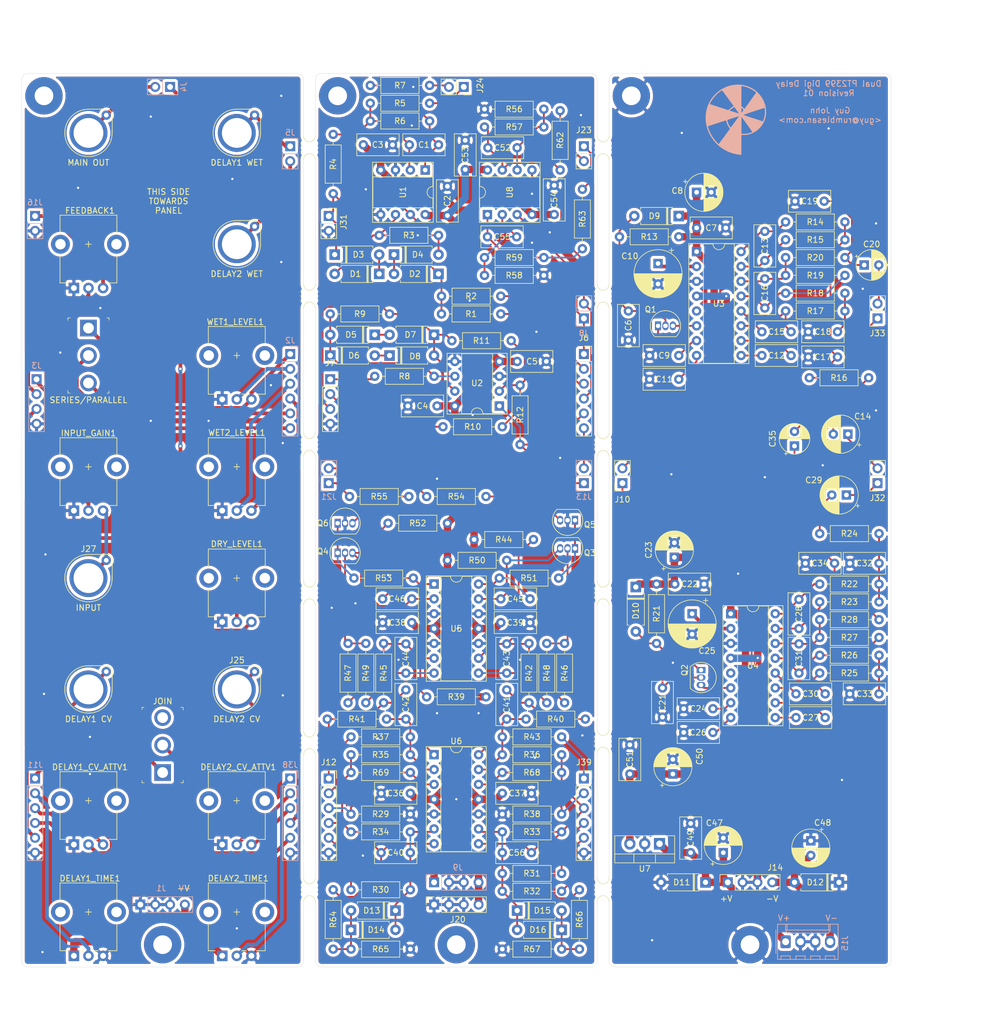
<source format=kicad_pcb>
(kicad_pcb (version 20171130) (host pcbnew "(5.1.8-0-10_14)")
  (title_block (title "Dual PT2399 Digi Delay") (date 2021-10-26) (rev r01) (comment 4 "Author: Guy John"))
  (layers (0 F.Cu signal) (31 B.Cu signal) (36 B.SilkS user) (37 F.SilkS user) (38 B.Mask user) (39 F.Mask user) (44 Edge.Cuts user))
  (net 0 "")
  (net 1 "Net-(C6-Pad1)")
  (net 2 GND)
  (net 3 "Net-(C16-Pad2)")
  (net 4 "Net-(C16-Pad1)")
  (net 5 +5V)
  (net 6 "Net-(C29-Pad2)")
  (net 7 "Net-(C30-Pad1)")
  (net 8 "Net-(C31-Pad2)")
  (net 9 "Net-(C32-Pad2)")
  (net 10 "Net-(C33-Pad2)")
  (net 11 "Net-(C34-Pad2)")
  (net 12 "Net-(C41-Pad1)")
  (net 13 "Net-(C44-Pad2)")
  (net 14 "Net-(C45-Pad1)")
  (net 15 "Net-(C46-Pad2)")
  (net 16 "Net-(C52-Pad2)")
  (net 17 "Net-(D1-Pad2)")
  (net 18 "Net-(D1-Pad1)")
  (net 19 "Net-(D2-Pad2)")
  (net 20 "Net-(D5-Pad2)")
  (net 21 "Net-(D5-Pad1)")
  (net 22 "Net-(D6-Pad2)")
  (net 23 "Net-(INPUT_GAIN1-Pad3)")
  (net 24 "Net-(Q5-Pad3)")
  (net 25 "Net-(Q6-Pad3)")
  (net 26 /CVControl/DELAY1_CV_JOIN_OUT)
  (net 27 "Net-(C9-Pad2)")
  (net 28 "Net-(C10-Pad1)")
  (net 29 "Net-(C11-Pad2)")
  (net 30 "Net-(C12-Pad2)")
  (net 31 "Net-(C12-Pad1)")
  (net 32 /CVControl/DELAY1_CONTROL)
  (net 33 /CVControl/DELAY1_CV_ATTV)
  (net 34 /CVControl/DELAY1_CV_INPUT)
  (net 35 /CVControl/DELAY2_CONTROL)
  (net 36 /CVControl/DELAY2_CV_ATTV)
  (net 37 /CVControl/DELAY2_CV_CTRL)
  (net 38 /CVControl/DELAY2_CV_INPUT2)
  (net 39 /CVControl/DELAY2_CV_INPUT1)
  (net 40 /CVControl/DELAY2_TIME_VOLTAGE)
  (net 41 /CVControl/DELAY1_TIME_VOLTAGE)
  (net 42 GNDD)
  (net 43 /CVInputs/DELAY1_CV_INPUT)
  (net 44 /CVInputs/DELAY1_CV_ATTV)
  (net 45 /CVInputs/DELAY1_CONTROL)
  (net 46 /CVInputs/DELAY2_CV_ATTV)
  (net 47 /CVInputs/DELAY2_CONTROL)
  (net 48 /CVInputs/DELAY2_CV_INPUT)
  (net 49 /CVInputs/JOIN_CV_SOURCE)
  (net 50 /CVInputs/JOIN_CV)
  (net 51 /DelayOut/DELAY1_WET_OUT)
  (net 52 /DelayOut/DELAY2_WET_OUT)
  (net 53 /AudioIO/DELAY1_WET)
  (net 54 /PT2399-Delay-1/AUDIO_IN)
  (net 55 /PT2399-Delay-1/AUDIO_OUT)
  (net 56 /PT2399-Delay-1/DELAY_TIME_CTRL)
  (net 57 "Net-(C1-Pad2)")
  (net 58 "Net-(C1-Pad1)")
  (net 59 "Net-(C13-Pad2)")
  (net 60 "Net-(C13-Pad1)")
  (net 61 "Net-(C14-Pad2)")
  (net 62 "Net-(C15-Pad2)")
  (net 63 "Net-(C15-Pad1)")
  (net 64 "Net-(C17-Pad2)")
  (net 65 "Net-(C18-Pad2)")
  (net 66 "Net-(C19-Pad2)")
  (net 67 "Net-(C21-Pad1)")
  (net 68 "Net-(C24-Pad2)")
  (net 69 "Net-(C25-Pad1)")
  (net 70 "Net-(C26-Pad2)")
  (net 71 "Net-(C27-Pad2)")
  (net 72 "Net-(C27-Pad1)")
  (net 73 "Net-(C28-Pad2)")
  (net 74 "Net-(C28-Pad1)")
  (net 75 "Net-(C30-Pad2)")
  (net 76 "Net-(C31-Pad1)")
  (net 77 "Net-(C40-Pad2)")
  (net 78 "Net-(C41-Pad2)")
  (net 79 "Net-(C42-Pad2)")
  (net 80 "Net-(C43-Pad2)")
  (net 81 "Net-(C43-Pad1)")
  (net 82 "Net-(C44-Pad1)")
  (net 83 "Net-(C45-Pad2)")
  (net 84 "Net-(C46-Pad1)")
  (net 85 "Net-(C55-Pad2)")
  (net 86 /CVInputs/DELAY2_CV_CTRL)
  (net 87 "Net-(Q1-Pad3)")
  (net 88 "Net-(Q2-Pad3)")
  (net 89 "Net-(Q3-Pad1)")
  (net 90 "Net-(Q3-Pad2)")
  (net 91 "Net-(Q4-Pad1)")
  (net 92 "Net-(Q4-Pad2)")
  (net 93 /OutputMix/DELAY_MIX)
  (net 94 /CVInputs/-V)
  (net 95 "Net-(R10-Pad1)")
  (net 96 /InputMix/INPUT_MIX)
  (net 97 /MID_+V)
  (net 98 /MID_0V)
  (net 99 /MID_-V)
  (net 100 /InputMix/DRY_AUDIO_SOURCE)
  (net 101 /AudioIO/DRY_AUDIO_INPUT)
  (net 102 /AudioIO/DRY_AUDIO_LEVEL)
  (net 103 /AudioIO/FEEDBACK_INPUT)
  (net 104 /AudioIO/FEEDBACK_LEVEL)
  (net 105 /AudioIO/AUDIO_IN)
  (net 106 /AudioIO/DELAY2_SOURCE)
  (net 107 /AudioIO/DELAY2_WET)
  (net 108 /AudioIO/DELAY2_WET_OUT)
  (net 109 /AudioIO/DELAY1_WET_OUT)
  (net 110 /AudioIO/INPUT_MIX)
  (net 111 /AudioIO/MAIN_OUT)
  (net 112 /AudioIO/DELAY2_WET_LEVEL)
  (net 113 /AudioIO/DELAY1_WET_LEVEL)
  (net 114 /DelayOut/DELAY2_WET)
  (net 115 /DelayOut/DELAY1_WET)
  (net 116 /OutputMix/MIX_OUT)
  (net 117 /OutputMix/DRY_AUDIO_INPUT)
  (net 118 /InputMix/DELAY_FEEDBACK)
  (net 119 /InputMix/AUDIO_IN)
  (net 120 /PT2399-Delay-2/AUDIO_IN)
  (net 121 /PT2399-Delay-2/AUDIO_OUT)
  (net 122 /PT2399-Delay-2/DELAY_TIME_CTRL)
  (net 123 /TOP_0V)
  (net 124 "Net-(C52-Pad1)")
  (net 125 "Net-(C55-Pad1)")
  (net 126 "Net-(J13-Pad2)")
  (net 127 /OutputMix/DELAY2_WET_LEVEL)
  (net 128 /OutputMix/DELAY1_WET_LEVEL)
  (net 129 /CVControl/DELAY1_CV_CTRL)
  (net 130 "Net-(C56-Pad2)")
  (net 131 "Net-(D13-Pad2)")
  (net 132 "Net-(D15-Pad2)")
  (net 133 /CVInputs/DELAY1_CV_CTRL)
  (net 134 +12V)
  (net 135 -12V)
  (module Panelization:mouse-bite-2mm-slot (layer F.Cu) (at 122.428 40.64 90)
    (fp_text reference mouse-bite-2mm-slot hide)
    (fp_text value VAL** hide)
    (pad "" np_thru_hole circle (at 0.75 0.75 90) (size 0.5 0.5) (drill 0.5) (layers *.Cu *.Mask))
    (pad "" np_thru_hole circle (at -0.75 0.75 90) (size 0.5 0.5) (drill 0.5) (layers *.Cu *.Mask))
    (pad "" np_thru_hole circle (at -0.75 -0.75 90) (size 0.5 0.5) (drill 0.5) (layers *.Cu *.Mask))
    (pad "" np_thru_hole circle (at 0.75 -0.75 90) (size 0.5 0.5) (drill 0.5) (layers *.Cu *.Mask))
    (pad "" np_thru_hole circle (at 0 0.75 90) (size 0.5 0.5) (drill 0.5) (layers *.Cu *.Mask))
    (pad "" np_thru_hole circle (at 0 -0.75 90) (size 0.5 0.5) (drill 0.5) (layers *.Cu *.Mask))
  )
  (module Panelization:mouse-bite-2mm-slot (layer F.Cu) (at 122.428 66.04 90)
    (fp_text reference mouse-bite-2mm-slot hide)
    (fp_text value VAL** hide)
    (pad "" np_thru_hole circle (at 0.75 0.75 90) (size 0.5 0.5) (drill 0.5) (layers *.Cu *.Mask))
    (pad "" np_thru_hole circle (at -0.75 0.75 90) (size 0.5 0.5) (drill 0.5) (layers *.Cu *.Mask))
    (pad "" np_thru_hole circle (at -0.75 -0.75 90) (size 0.5 0.5) (drill 0.5) (layers *.Cu *.Mask))
    (pad "" np_thru_hole circle (at 0.75 -0.75 90) (size 0.5 0.5) (drill 0.5) (layers *.Cu *.Mask))
    (pad "" np_thru_hole circle (at 0 0.75 90) (size 0.5 0.5) (drill 0.5) (layers *.Cu *.Mask))
    (pad "" np_thru_hole circle (at 0 -0.75 90) (size 0.5 0.5) (drill 0.5) (layers *.Cu *.Mask))
  )
  (module Panelization:mouse-bite-2mm-slot (layer F.Cu) (at 122.428 91.44 90)
    (fp_text reference mouse-bite-2mm-slot hide)
    (fp_text value VAL** hide)
    (pad "" np_thru_hole circle (at 0.75 0.75 90) (size 0.5 0.5) (drill 0.5) (layers *.Cu *.Mask))
    (pad "" np_thru_hole circle (at -0.75 0.75 90) (size 0.5 0.5) (drill 0.5) (layers *.Cu *.Mask))
    (pad "" np_thru_hole circle (at -0.75 -0.75 90) (size 0.5 0.5) (drill 0.5) (layers *.Cu *.Mask))
    (pad "" np_thru_hole circle (at 0.75 -0.75 90) (size 0.5 0.5) (drill 0.5) (layers *.Cu *.Mask))
    (pad "" np_thru_hole circle (at 0 0.75 90) (size 0.5 0.5) (drill 0.5) (layers *.Cu *.Mask))
    (pad "" np_thru_hole circle (at 0 -0.75 90) (size 0.5 0.5) (drill 0.5) (layers *.Cu *.Mask))
  )
  (module Panelization:mouse-bite-2mm-slot (layer F.Cu) (at 122.428 116.84 90)
    (fp_text reference mouse-bite-2mm-slot hide)
    (fp_text value VAL** hide)
    (pad "" np_thru_hole circle (at 0.75 0.75 90) (size 0.5 0.5) (drill 0.5) (layers *.Cu *.Mask))
    (pad "" np_thru_hole circle (at -0.75 0.75 90) (size 0.5 0.5) (drill 0.5) (layers *.Cu *.Mask))
    (pad "" np_thru_hole circle (at -0.75 -0.75 90) (size 0.5 0.5) (drill 0.5) (layers *.Cu *.Mask))
    (pad "" np_thru_hole circle (at 0.75 -0.75 90) (size 0.5 0.5) (drill 0.5) (layers *.Cu *.Mask))
    (pad "" np_thru_hole circle (at 0 0.75 90) (size 0.5 0.5) (drill 0.5) (layers *.Cu *.Mask))
    (pad "" np_thru_hole circle (at 0 -0.75 90) (size 0.5 0.5) (drill 0.5) (layers *.Cu *.Mask))
  )
  (module Panelization:mouse-bite-2mm-slot (layer F.Cu) (at 122.428 142.24 90)
    (fp_text reference mouse-bite-2mm-slot hide)
    (fp_text value VAL** hide)
    (pad "" np_thru_hole circle (at 0.75 0.75 90) (size 0.5 0.5) (drill 0.5) (layers *.Cu *.Mask))
    (pad "" np_thru_hole circle (at -0.75 0.75 90) (size 0.5 0.5) (drill 0.5) (layers *.Cu *.Mask))
    (pad "" np_thru_hole circle (at -0.75 -0.75 90) (size 0.5 0.5) (drill 0.5) (layers *.Cu *.Mask))
    (pad "" np_thru_hole circle (at 0.75 -0.75 90) (size 0.5 0.5) (drill 0.5) (layers *.Cu *.Mask))
    (pad "" np_thru_hole circle (at 0 0.75 90) (size 0.5 0.5) (drill 0.5) (layers *.Cu *.Mask))
    (pad "" np_thru_hole circle (at 0 -0.75 90) (size 0.5 0.5) (drill 0.5) (layers *.Cu *.Mask))
  )
  (module Panelization:mouse-bite-2mm-slot (layer F.Cu) (at 122.428 167.64 90)
    (fp_text reference mouse-bite-2mm-slot hide)
    (fp_text value VAL** hide)
    (pad "" np_thru_hole circle (at 0.75 0.75 90) (size 0.5 0.5) (drill 0.5) (layers *.Cu *.Mask))
    (pad "" np_thru_hole circle (at -0.75 0.75 90) (size 0.5 0.5) (drill 0.5) (layers *.Cu *.Mask))
    (pad "" np_thru_hole circle (at -0.75 -0.75 90) (size 0.5 0.5) (drill 0.5) (layers *.Cu *.Mask))
    (pad "" np_thru_hole circle (at 0.75 -0.75 90) (size 0.5 0.5) (drill 0.5) (layers *.Cu *.Mask))
    (pad "" np_thru_hole circle (at 0 0.75 90) (size 0.5 0.5) (drill 0.5) (layers *.Cu *.Mask))
    (pad "" np_thru_hole circle (at 0 -0.75 90) (size 0.5 0.5) (drill 0.5) (layers *.Cu *.Mask))
  )
  (module Panelization:mouse-bite-2mm-slot (layer F.Cu) (at 72.136 167.64 90)
    (fp_text reference mouse-bite-2mm-slot hide)
    (fp_text value VAL** hide)
    (pad "" np_thru_hole circle (at 0.75 0.75 90) (size 0.5 0.5) (drill 0.5) (layers *.Cu *.Mask))
    (pad "" np_thru_hole circle (at -0.75 0.75 90) (size 0.5 0.5) (drill 0.5) (layers *.Cu *.Mask))
    (pad "" np_thru_hole circle (at -0.75 -0.75 90) (size 0.5 0.5) (drill 0.5) (layers *.Cu *.Mask))
    (pad "" np_thru_hole circle (at 0.75 -0.75 90) (size 0.5 0.5) (drill 0.5) (layers *.Cu *.Mask))
    (pad "" np_thru_hole circle (at 0 0.75 90) (size 0.5 0.5) (drill 0.5) (layers *.Cu *.Mask))
    (pad "" np_thru_hole circle (at 0 -0.75 90) (size 0.5 0.5) (drill 0.5) (layers *.Cu *.Mask))
  )
  (module Panelization:mouse-bite-2mm-slot (layer F.Cu) (at 72.136 142.494 90)
    (fp_text reference mouse-bite-2mm-slot hide)
    (fp_text value VAL** hide)
    (pad "" np_thru_hole circle (at 0.75 0.75 90) (size 0.5 0.5) (drill 0.5) (layers *.Cu *.Mask))
    (pad "" np_thru_hole circle (at -0.75 0.75 90) (size 0.5 0.5) (drill 0.5) (layers *.Cu *.Mask))
    (pad "" np_thru_hole circle (at -0.75 -0.75 90) (size 0.5 0.5) (drill 0.5) (layers *.Cu *.Mask))
    (pad "" np_thru_hole circle (at 0.75 -0.75 90) (size 0.5 0.5) (drill 0.5) (layers *.Cu *.Mask))
    (pad "" np_thru_hole circle (at 0 0.75 90) (size 0.5 0.5) (drill 0.5) (layers *.Cu *.Mask))
    (pad "" np_thru_hole circle (at 0 -0.75 90) (size 0.5 0.5) (drill 0.5) (layers *.Cu *.Mask))
  )
  (module Panelization:mouse-bite-2mm-slot (layer F.Cu) (at 72.136 116.84 90)
    (fp_text reference mouse-bite-2mm-slot hide)
    (fp_text value VAL** hide)
    (pad "" np_thru_hole circle (at 0.75 0.75 90) (size 0.5 0.5) (drill 0.5) (layers *.Cu *.Mask))
    (pad "" np_thru_hole circle (at -0.75 0.75 90) (size 0.5 0.5) (drill 0.5) (layers *.Cu *.Mask))
    (pad "" np_thru_hole circle (at -0.75 -0.75 90) (size 0.5 0.5) (drill 0.5) (layers *.Cu *.Mask))
    (pad "" np_thru_hole circle (at 0.75 -0.75 90) (size 0.5 0.5) (drill 0.5) (layers *.Cu *.Mask))
    (pad "" np_thru_hole circle (at 0 0.75 90) (size 0.5 0.5) (drill 0.5) (layers *.Cu *.Mask))
    (pad "" np_thru_hole circle (at 0 -0.75 90) (size 0.5 0.5) (drill 0.5) (layers *.Cu *.Mask))
  )
  (module Panelization:mouse-bite-2mm-slot (layer F.Cu) (at 72.136 91.44 90)
    (fp_text reference mouse-bite-2mm-slot hide)
    (fp_text value VAL** hide)
    (pad "" np_thru_hole circle (at 0.75 0.75 90) (size 0.5 0.5) (drill 0.5) (layers *.Cu *.Mask))
    (pad "" np_thru_hole circle (at -0.75 0.75 90) (size 0.5 0.5) (drill 0.5) (layers *.Cu *.Mask))
    (pad "" np_thru_hole circle (at -0.75 -0.75 90) (size 0.5 0.5) (drill 0.5) (layers *.Cu *.Mask))
    (pad "" np_thru_hole circle (at 0.75 -0.75 90) (size 0.5 0.5) (drill 0.5) (layers *.Cu *.Mask))
    (pad "" np_thru_hole circle (at 0 0.75 90) (size 0.5 0.5) (drill 0.5) (layers *.Cu *.Mask))
    (pad "" np_thru_hole circle (at 0 -0.75 90) (size 0.5 0.5) (drill 0.5) (layers *.Cu *.Mask))
  )
  (module Panelization:mouse-bite-2mm-slot (layer F.Cu) (at 72.136 66.04 90)
    (fp_text reference mouse-bite-2mm-slot hide)
    (fp_text value VAL** hide)
    (pad "" np_thru_hole circle (at 0.75 0.75 90) (size 0.5 0.5) (drill 0.5) (layers *.Cu *.Mask))
    (pad "" np_thru_hole circle (at -0.75 0.75 90) (size 0.5 0.5) (drill 0.5) (layers *.Cu *.Mask))
    (pad "" np_thru_hole circle (at -0.75 -0.75 90) (size 0.5 0.5) (drill 0.5) (layers *.Cu *.Mask))
    (pad "" np_thru_hole circle (at 0.75 -0.75 90) (size 0.5 0.5) (drill 0.5) (layers *.Cu *.Mask))
    (pad "" np_thru_hole circle (at 0 0.75 90) (size 0.5 0.5) (drill 0.5) (layers *.Cu *.Mask))
    (pad "" np_thru_hole circle (at 0 -0.75 90) (size 0.5 0.5) (drill 0.5) (layers *.Cu *.Mask))
  )
  (module Panelization:mouse-bite-2mm-slot (layer F.Cu) (at 72.136 40.64 90)
    (fp_text reference mouse-bite-2mm-slot hide)
    (fp_text value VAL** hide)
    (pad "" np_thru_hole circle (at 0.75 0.75 90) (size 0.5 0.5) (drill 0.5) (layers *.Cu *.Mask))
    (pad "" np_thru_hole circle (at -0.75 0.75 90) (size 0.5 0.5) (drill 0.5) (layers *.Cu *.Mask))
    (pad "" np_thru_hole circle (at -0.75 -0.75 90) (size 0.5 0.5) (drill 0.5) (layers *.Cu *.Mask))
    (pad "" np_thru_hole circle (at 0.75 -0.75 90) (size 0.5 0.5) (drill 0.5) (layers *.Cu *.Mask))
    (pad "" np_thru_hole circle (at 0 0.75 90) (size 0.5 0.5) (drill 0.5) (layers *.Cu *.Mask))
    (pad "" np_thru_hole circle (at 0 -0.75 90) (size 0.5 0.5) (drill 0.5) (layers *.Cu *.Mask))
  )
  (module rumblesan-footprints:Logo_Ammonite-simple_10.4mmx12.0mm (layer B.Cu) (at 145.796 34.798 180)
    (fp_text reference G*** hide)
    (fp_text value LOGO hide)
  )
  (module MountingHole:MountingHole_3.2mm_M3_Pad (layer F.Cu) (at 147.574 177.038)
    (fp_text reference H6 hide)
    (fp_text value MountingHole_Pad hide)
    (pad 1 thru_hole circle (at 0 0) (size 6.4 6.4) (drill 3.2) (layers *.Cu *.Mask) (net 2 GND))
  )
  (module MountingHole:MountingHole_3.2mm_M3_Pad (layer F.Cu) (at 127.254 31.75)
    (fp_text reference H5 hide)
    (fp_text value MountingHole_Pad hide)
    (pad 1 thru_hole circle (at 0 0) (size 6.4 6.4) (drill 3.2) (layers *.Cu *.Mask) (net 2 GND))
  )
  (module MountingHole:MountingHole_3.2mm_M3_Pad (layer F.Cu) (at 97.282 177.038)
    (fp_text reference H4 hide)
    (fp_text value MountingHole_Pad hide)
    (pad 1 thru_hole circle (at 0 0) (size 6.4 6.4) (drill 3.2) (layers *.Cu *.Mask) (net 2 GND))
  )
  (module MountingHole:MountingHole_3.2mm_M3_Pad (layer F.Cu) (at 76.962 31.75)
    (fp_text reference H3 hide)
    (fp_text value MountingHole_Pad hide)
    (pad 1 thru_hole circle (at 0 0) (size 6.4 6.4) (drill 3.2) (layers *.Cu *.Mask) (net 2 GND))
  )
  (module MountingHole:MountingHole_3.2mm_M3_Pad (layer F.Cu) (at 46.99 177.038)
    (fp_text reference H2 hide)
    (fp_text value MountingHole_Pad hide)
    (pad 1 thru_hole circle (at 0 0) (size 6.4 6.4) (drill 3.2) (layers *.Cu *.Mask) (net 2 GND))
  )
  (module MountingHole:MountingHole_3.2mm_M3_Pad (layer F.Cu) (at 26.67 31.75)
    (fp_text reference H1 hide)
    (fp_text value MountingHole_Pad hide)
    (pad 1 thru_hole circle (at 0 0) (size 6.4 6.4) (drill 3.2) (layers *.Cu *.Mask) (net 2 GND))
  )
  (module Connector_PinSocket_2.54mm:PinSocket_1x06_P2.54mm_Vertical (layer F.Cu) (at 119.126 75.946)
    (fp_text reference J6 (at 0 -2.77) (layer F.SilkS))
    (fp_text value DelayAudio)
    (pad 6 thru_hole oval (at 0 12.7) (size 1.7 1.7) (drill 1) (layers *.Cu *.Mask) (net 126 "Net-(J13-Pad2)"))
    (pad 5 thru_hole oval (at 0 10.16) (size 1.7 1.7) (drill 1) (layers *.Cu *.Mask) (net 96 /InputMix/INPUT_MIX))
    (pad 4 thru_hole oval (at 0 7.62) (size 1.7 1.7) (drill 1) (layers *.Cu *.Mask) (net 114 /DelayOut/DELAY2_WET))
    (pad 3 thru_hole oval (at 0 5.08) (size 1.7 1.7) (drill 1) (layers *.Cu *.Mask) (net 127 /OutputMix/DELAY2_WET_LEVEL))
    (pad 2 thru_hole oval (at 0 2.54) (size 1.7 1.7) (drill 1) (layers *.Cu *.Mask) (net 128 /OutputMix/DELAY1_WET_LEVEL))
    (pad 1 thru_hole rect (at 0 0) (size 1.7 1.7) (drill 1) (layers *.Cu *.Mask) (net 115 /DelayOut/DELAY1_WET))
  )
  (module Connector_PinHeader_2.54mm:PinHeader_1x06_P2.54mm_Vertical (layer B.Cu) (at 68.834 75.946 180)
    (fp_text reference J2 (at 0 2.33) (layer B.SilkS) (effects (justify mirror)))
    (fp_text value DelayAudio)
    (pad 6 thru_hole oval (at 0 -12.7 180) (size 1.7 1.7) (drill 1) (layers *.Cu *.Mask) (net 106 /AudioIO/DELAY2_SOURCE))
    (pad 5 thru_hole oval (at 0 -10.16 180) (size 1.7 1.7) (drill 1) (layers *.Cu *.Mask) (net 110 /AudioIO/INPUT_MIX))
    (pad 4 thru_hole oval (at 0 -7.62 180) (size 1.7 1.7) (drill 1) (layers *.Cu *.Mask) (net 107 /AudioIO/DELAY2_WET))
    (pad 3 thru_hole oval (at 0 -5.08 180) (size 1.7 1.7) (drill 1) (layers *.Cu *.Mask) (net 112 /AudioIO/DELAY2_WET_LEVEL))
    (pad 2 thru_hole oval (at 0 -2.54 180) (size 1.7 1.7) (drill 1) (layers *.Cu *.Mask) (net 113 /AudioIO/DELAY1_WET_LEVEL))
    (pad 1 thru_hole rect (at 0 0 180) (size 1.7 1.7) (drill 1) (layers *.Cu *.Mask) (net 53 /AudioIO/DELAY1_WET))
  )
  (module Connector_PinSocket_2.54mm:PinSocket_1x06_P2.54mm_Vertical (layer F.Cu) (at 119.126 148.59)
    (fp_text reference J39 (at 0 -2.77) (layer F.SilkS))
    (fp_text value Delay2_CV)
    (pad 6 thru_hole oval (at 0 12.7) (size 1.7 1.7) (drill 1) (layers *.Cu *.Mask) (net 98 /MID_0V))
    (pad 5 thru_hole oval (at 0 10.16) (size 1.7 1.7) (drill 1) (layers *.Cu *.Mask) (net 38 /CVControl/DELAY2_CV_INPUT2))
    (pad 4 thru_hole oval (at 0 7.62) (size 1.7 1.7) (drill 1) (layers *.Cu *.Mask) (net 39 /CVControl/DELAY2_CV_INPUT1))
    (pad 3 thru_hole oval (at 0 5.08) (size 1.7 1.7) (drill 1) (layers *.Cu *.Mask) (net 37 /CVControl/DELAY2_CV_CTRL))
    (pad 2 thru_hole oval (at 0 2.54) (size 1.7 1.7) (drill 1) (layers *.Cu *.Mask) (net 36 /CVControl/DELAY2_CV_ATTV))
    (pad 1 thru_hole rect (at 0 0) (size 1.7 1.7) (drill 1) (layers *.Cu *.Mask) (net 35 /CVControl/DELAY2_CONTROL))
  )
  (module Connector_PinHeader_2.54mm:PinHeader_1x06_P2.54mm_Vertical (layer B.Cu) (at 68.834 148.59 180)
    (fp_text reference J38 (at 0 2.33) (layer B.SilkS) (effects (justify mirror)))
    (fp_text value Delay2_CV)
    (pad 6 thru_hole oval (at 0 -12.7 180) (size 1.7 1.7) (drill 1) (layers *.Cu *.Mask) (net 123 /TOP_0V))
    (pad 5 thru_hole oval (at 0 -10.16 180) (size 1.7 1.7) (drill 1) (layers *.Cu *.Mask) (net 50 /CVInputs/JOIN_CV))
    (pad 4 thru_hole oval (at 0 -7.62 180) (size 1.7 1.7) (drill 1) (layers *.Cu *.Mask) (net 48 /CVInputs/DELAY2_CV_INPUT))
    (pad 3 thru_hole oval (at 0 -5.08 180) (size 1.7 1.7) (drill 1) (layers *.Cu *.Mask) (net 86 /CVInputs/DELAY2_CV_CTRL))
    (pad 2 thru_hole oval (at 0 -2.54 180) (size 1.7 1.7) (drill 1) (layers *.Cu *.Mask) (net 46 /CVInputs/DELAY2_CV_ATTV))
    (pad 1 thru_hole rect (at 0 0 180) (size 1.7 1.7) (drill 1) (layers *.Cu *.Mask) (net 47 /CVInputs/DELAY2_CONTROL))
  )
  (module Connector_PinSocket_2.54mm:PinSocket_1x06_P2.54mm_Vertical (layer F.Cu) (at 75.438 148.59)
    (fp_text reference J12 (at 0 -2.77) (layer F.SilkS))
    (fp_text value Delay1_CV)
    (pad 6 thru_hole oval (at 0 12.7) (size 1.7 1.7) (drill 1) (layers *.Cu *.Mask) (net 98 /MID_0V))
    (pad 5 thru_hole oval (at 0 10.16) (size 1.7 1.7) (drill 1) (layers *.Cu *.Mask) (net 34 /CVControl/DELAY1_CV_INPUT))
    (pad 4 thru_hole oval (at 0 7.62) (size 1.7 1.7) (drill 1) (layers *.Cu *.Mask) (net 129 /CVControl/DELAY1_CV_CTRL))
    (pad 3 thru_hole oval (at 0 5.08) (size 1.7 1.7) (drill 1) (layers *.Cu *.Mask) (net 33 /CVControl/DELAY1_CV_ATTV))
    (pad 2 thru_hole oval (at 0 2.54) (size 1.7 1.7) (drill 1) (layers *.Cu *.Mask) (net 32 /CVControl/DELAY1_CONTROL))
    (pad 1 thru_hole rect (at 0 0) (size 1.7 1.7) (drill 1) (layers *.Cu *.Mask) (net 26 /CVControl/DELAY1_CV_JOIN_OUT))
  )
  (module Connector_PinHeader_2.54mm:PinHeader_1x06_P2.54mm_Vertical (layer B.Cu) (at 25.146 148.59 180)
    (fp_text reference J11 (at 0 2.33) (layer B.SilkS) (effects (justify mirror)))
    (fp_text value Delay1_CV)
    (pad 6 thru_hole oval (at 0 -12.7 180) (size 1.7 1.7) (drill 1) (layers *.Cu *.Mask) (net 123 /TOP_0V))
    (pad 5 thru_hole oval (at 0 -10.16 180) (size 1.7 1.7) (drill 1) (layers *.Cu *.Mask) (net 43 /CVInputs/DELAY1_CV_INPUT))
    (pad 4 thru_hole oval (at 0 -7.62 180) (size 1.7 1.7) (drill 1) (layers *.Cu *.Mask) (net 133 /CVInputs/DELAY1_CV_CTRL))
    (pad 3 thru_hole oval (at 0 -5.08 180) (size 1.7 1.7) (drill 1) (layers *.Cu *.Mask) (net 44 /CVInputs/DELAY1_CV_ATTV))
    (pad 2 thru_hole oval (at 0 -2.54 180) (size 1.7 1.7) (drill 1) (layers *.Cu *.Mask) (net 45 /CVInputs/DELAY1_CONTROL))
    (pad 1 thru_hole rect (at 0 0 180) (size 1.7 1.7) (drill 1) (layers *.Cu *.Mask) (net 49 /CVInputs/JOIN_CV_SOURCE))
  )
  (module rumblesan-footprints:DIP-14_W7.62mm_Socket (layer F.Cu) (at 93.472 144.526)
    (fp_text reference U6 (at 3.81 -2.33) (layer F.SilkS))
    (fp_text value TL074)
    (pad 14 thru_hole oval (at 7.62 0) (size 1.6 1.6) (drill 0.8) (layers *.Cu *.Mask) (net 12 "Net-(C41-Pad1)"))
    (pad 7 thru_hole oval (at 0 15.24) (size 1.6 1.6) (drill 0.8) (layers *.Cu *.Mask) (net 129 /CVControl/DELAY1_CV_CTRL))
    (pad 13 thru_hole oval (at 7.62 2.54) (size 1.6 1.6) (drill 0.8) (layers *.Cu *.Mask) (net 78 "Net-(C41-Pad2)"))
    (pad 6 thru_hole oval (at 0 12.7) (size 1.6 1.6) (drill 0.8) (layers *.Cu *.Mask) (net 77 "Net-(C40-Pad2)"))
    (pad 12 thru_hole oval (at 7.62 5.08) (size 1.6 1.6) (drill 0.8) (layers *.Cu *.Mask) (net 36 /CVControl/DELAY2_CV_ATTV))
    (pad 5 thru_hole oval (at 0 10.16) (size 1.6 1.6) (drill 0.8) (layers *.Cu *.Mask) (net 98 /MID_0V))
    (pad 11 thru_hole oval (at 7.62 7.62) (size 1.6 1.6) (drill 0.8) (layers *.Cu *.Mask) (net 99 /MID_-V))
    (pad 4 thru_hole oval (at 0 7.62) (size 1.6 1.6) (drill 0.8) (layers *.Cu *.Mask) (net 97 /MID_+V))
    (pad 10 thru_hole oval (at 7.62 10.16) (size 1.6 1.6) (drill 0.8) (layers *.Cu *.Mask) (net 98 /MID_0V))
    (pad 3 thru_hole oval (at 0 5.08) (size 1.6 1.6) (drill 0.8) (layers *.Cu *.Mask) (net 33 /CVControl/DELAY1_CV_ATTV))
    (pad 9 thru_hole oval (at 7.62 12.7) (size 1.6 1.6) (drill 0.8) (layers *.Cu *.Mask) (net 130 "Net-(C56-Pad2)"))
    (pad 2 thru_hole oval (at 0 2.54) (size 1.6 1.6) (drill 0.8) (layers *.Cu *.Mask) (net 79 "Net-(C42-Pad2)"))
    (pad 8 thru_hole oval (at 7.62 15.24) (size 1.6 1.6) (drill 0.8) (layers *.Cu *.Mask) (net 37 /CVControl/DELAY2_CV_CTRL))
    (pad 1 thru_hole rect (at 0 0) (size 1.6 1.6) (drill 0.8) (layers *.Cu *.Mask) (net 26 /CVControl/DELAY1_CV_JOIN_OUT))
  )
  (module rumblesan-footprints:Resistor_THT_L6.3mm_D2.5mm_P10.16mm_Horizontal (layer F.Cu) (at 89.408 147.574 180)
    (fp_text reference R69 (at 5.08 0) (layer F.SilkS))
    (fp_text value 47k)
    (pad 2 thru_hole oval (at 10.16 0 180) (size 1.6 1.6) (drill 0.8) (layers *.Cu *.Mask) (net 129 /CVControl/DELAY1_CV_CTRL))
    (pad 1 thru_hole circle (at 0 0 180) (size 1.6 1.6) (drill 0.8) (layers *.Cu *.Mask) (net 33 /CVControl/DELAY1_CV_ATTV))
  )
  (module rumblesan-footprints:Resistor_THT_L6.3mm_D2.5mm_P10.16mm_Horizontal (layer F.Cu) (at 105.156 147.574)
    (fp_text reference R68 (at 5.08 0) (layer F.SilkS))
    (fp_text value 47k)
    (pad 2 thru_hole oval (at 10.16 0) (size 1.6 1.6) (drill 0.8) (layers *.Cu *.Mask) (net 37 /CVControl/DELAY2_CV_CTRL))
    (pad 1 thru_hole circle (at 0 0) (size 1.6 1.6) (drill 0.8) (layers *.Cu *.Mask) (net 36 /CVControl/DELAY2_CV_ATTV))
  )
  (module rumblesan-footprints:Resistor_THT_L6.3mm_D2.5mm_P10.16mm_Horizontal (layer F.Cu) (at 105.156 177.8)
    (fp_text reference R67 (at 5.08 0) (layer F.SilkS))
    (fp_text value 1k)
    (pad 2 thru_hole oval (at 10.16 0) (size 1.6 1.6) (drill 0.8) (layers *.Cu *.Mask) (net 132 "Net-(D15-Pad2)"))
    (pad 1 thru_hole circle (at 0 0) (size 1.6 1.6) (drill 0.8) (layers *.Cu *.Mask) (net 98 /MID_0V))
  )
  (module rumblesan-footprints:Resistor_THT_L6.3mm_D2.5mm_P10.16mm_Horizontal (layer F.Cu) (at 118.364 167.64 270)
    (fp_text reference R66 (at 5.08 0 90) (layer F.SilkS))
    (fp_text value 10k)
    (pad 2 thru_hole oval (at 10.16 0 270) (size 1.6 1.6) (drill 0.8) (layers *.Cu *.Mask) (net 132 "Net-(D15-Pad2)"))
    (pad 1 thru_hole circle (at 0 0 270) (size 1.6 1.6) (drill 0.8) (layers *.Cu *.Mask) (net 37 /CVControl/DELAY2_CV_CTRL))
  )
  (module rumblesan-footprints:Resistor_THT_L6.3mm_D2.5mm_P10.16mm_Horizontal (layer F.Cu) (at 89.408 177.8 180)
    (fp_text reference R65 (at 5.08 0) (layer F.SilkS))
    (fp_text value 1k)
    (pad 2 thru_hole oval (at 10.16 0 180) (size 1.6 1.6) (drill 0.8) (layers *.Cu *.Mask) (net 131 "Net-(D13-Pad2)"))
    (pad 1 thru_hole circle (at 0 0 180) (size 1.6 1.6) (drill 0.8) (layers *.Cu *.Mask) (net 98 /MID_0V))
  )
  (module rumblesan-footprints:Resistor_THT_L6.3mm_D2.5mm_P10.16mm_Horizontal (layer F.Cu) (at 76.2 167.64 270)
    (fp_text reference R64 (at 5.08 0 90) (layer F.SilkS))
    (fp_text value 10k)
    (pad 2 thru_hole oval (at 10.16 0 270) (size 1.6 1.6) (drill 0.8) (layers *.Cu *.Mask) (net 131 "Net-(D13-Pad2)"))
    (pad 1 thru_hole circle (at 0 0 270) (size 1.6 1.6) (drill 0.8) (layers *.Cu *.Mask) (net 129 /CVControl/DELAY1_CV_CTRL))
  )
  (module rumblesan-footprints:Diode_THT_P7.62mm_Horizontal (layer F.Cu) (at 115.316 174.498 180)
    (fp_text reference D16 (at 4.064 0) (layer F.SilkS))
    (fp_text value 1n4148)
    (pad 2 thru_hole oval (at 7.62 0 180) (size 1.8 1.8) (drill 0.9) (layers *.Cu *.Mask) (net 130 "Net-(C56-Pad2)"))
    (pad 1 thru_hole rect (at 0 0 180) (size 1.8 1.8) (drill 0.9) (layers *.Cu *.Mask) (net 132 "Net-(D15-Pad2)"))
  )
  (module rumblesan-footprints:Diode_THT_P7.62mm_Horizontal (layer F.Cu) (at 107.696 171.196)
    (fp_text reference D15 (at 4.318 0) (layer F.SilkS))
    (fp_text value 1n4148)
    (pad 2 thru_hole oval (at 7.62 0) (size 1.8 1.8) (drill 0.9) (layers *.Cu *.Mask) (net 132 "Net-(D15-Pad2)"))
    (pad 1 thru_hole rect (at 0 0) (size 1.8 1.8) (drill 0.9) (layers *.Cu *.Mask) (net 130 "Net-(C56-Pad2)"))
  )
  (module rumblesan-footprints:Diode_THT_P7.62mm_Horizontal (layer F.Cu) (at 79.248 174.498)
    (fp_text reference D14 (at 4.318 0) (layer F.SilkS))
    (fp_text value 1n4148)
    (pad 2 thru_hole oval (at 7.62 0) (size 1.8 1.8) (drill 0.9) (layers *.Cu *.Mask) (net 77 "Net-(C40-Pad2)"))
    (pad 1 thru_hole rect (at 0 0) (size 1.8 1.8) (drill 0.9) (layers *.Cu *.Mask) (net 131 "Net-(D13-Pad2)"))
  )
  (module rumblesan-footprints:Diode_THT_P7.62mm_Horizontal (layer F.Cu) (at 86.868 171.196 180)
    (fp_text reference D13 (at 4.064 0) (layer F.SilkS))
    (fp_text value 1n4148)
    (pad 2 thru_hole oval (at 7.62 0 180) (size 1.8 1.8) (drill 0.9) (layers *.Cu *.Mask) (net 131 "Net-(D13-Pad2)"))
    (pad 1 thru_hole rect (at 0 0 180) (size 1.8 1.8) (drill 0.9) (layers *.Cu *.Mask) (net 77 "Net-(C40-Pad2)"))
  )
  (module rumblesan-footprints:C_Rect_L7.0mm_W3.5mm_P5.00mm (layer F.Cu) (at 110.156 161.29 180)
    (fp_text reference C56 (at 2.54 0) (layer F.SilkS))
    (fp_text value 10pF)
    (pad 2 thru_hole circle (at 5 0 180) (size 1.6 1.6) (drill 0.8) (layers *.Cu *.Mask) (net 130 "Net-(C56-Pad2)"))
    (pad 1 thru_hole circle (at 0 0 180) (size 1.6 1.6) (drill 0.8) (layers *.Cu *.Mask) (net 37 /CVControl/DELAY2_CV_CTRL))
  )
  (module Connector_PinSocket_2.54mm:PinSocket_1x02_P2.54mm_Vertical (layer F.Cu) (at 169.418 69.85 180)
    (fp_text reference J33 (at 0 -2.54 180) (layer F.SilkS))
    (fp_text value "Delay Return")
    (pad 1 thru_hole rect (at 0 0 180) (size 1.7 1.7) (drill 1) (layers *.Cu *.Mask) (net 55 /PT2399-Delay-1/AUDIO_OUT))
    (pad 2 thru_hole oval (at 0 2.54 180) (size 1.7 1.7) (drill 1) (layers *.Cu *.Mask) (net 121 /PT2399-Delay-2/AUDIO_OUT))
  )
  (module Connector_PinSocket_2.54mm:PinSocket_1x02_P2.54mm_Vertical (layer F.Cu) (at 169.418 98.044 180)
    (fp_text reference J32 (at 0 -2.54) (layer F.SilkS))
    (fp_text value "Delay Send")
    (pad 2 thru_hole oval (at 0 2.54 180) (size 1.7 1.7) (drill 1) (layers *.Cu *.Mask) (net 120 /PT2399-Delay-2/AUDIO_IN))
    (pad 1 thru_hole rect (at 0 0 180) (size 1.7 1.7) (drill 1) (layers *.Cu *.Mask) (net 54 /PT2399-Delay-1/AUDIO_IN))
  )
  (module Connector_PinHeader_2.54mm:PinHeader_1x02_P2.54mm_Vertical (layer B.Cu) (at 119.126 98.044)
    (fp_text reference J13 (at 0 2.33) (layer B.SilkS) (effects (justify mirror)))
    (fp_text value "Delay Send")
    (pad 2 thru_hole oval (at 0 -2.54) (size 1.7 1.7) (drill 1) (layers *.Cu *.Mask) (net 126 "Net-(J13-Pad2)"))
    (pad 1 thru_hole rect (at 0 0) (size 1.7 1.7) (drill 1) (layers *.Cu *.Mask) (net 96 /InputMix/INPUT_MIX))
  )
  (module Connector_PinHeader_2.54mm:PinHeader_1x02_P2.54mm_Vertical (layer B.Cu) (at 119.126 69.85)
    (fp_text reference J8 (at 0 2.54) (layer B.SilkS) (effects (justify mirror)))
    (fp_text value "Delay Return")
    (pad 2 thru_hole oval (at 0 -2.54) (size 1.7 1.7) (drill 1) (layers *.Cu *.Mask) (net 114 /DelayOut/DELAY2_WET))
    (pad 1 thru_hole rect (at 0 0) (size 1.7 1.7) (drill 1) (layers *.Cu *.Mask) (net 115 /DelayOut/DELAY1_WET))
  )
  (module rumblesan-footprints:DIP-8_W7.62mm_Socket (layer F.Cu) (at 102.616 52.07 90)
    (fp_text reference U8 (at 3.81 3.81 90) (layer F.SilkS))
    (fp_text value TL072)
    (pad 8 thru_hole oval (at 7.62 0 90) (size 1.6 1.6) (drill 0.8) (layers *.Cu *.Mask) (net 97 /MID_+V))
    (pad 4 thru_hole oval (at 0 7.62 90) (size 1.6 1.6) (drill 0.8) (layers *.Cu *.Mask) (net 99 /MID_-V))
    (pad 7 thru_hole oval (at 7.62 2.54 90) (size 1.6 1.6) (drill 0.8) (layers *.Cu *.Mask) (net 124 "Net-(C52-Pad1)"))
    (pad 3 thru_hole oval (at 0 5.08 90) (size 1.6 1.6) (drill 0.8) (layers *.Cu *.Mask) (net 115 /DelayOut/DELAY1_WET))
    (pad 6 thru_hole oval (at 7.62 5.08 90) (size 1.6 1.6) (drill 0.8) (layers *.Cu *.Mask) (net 16 "Net-(C52-Pad2)"))
    (pad 2 thru_hole oval (at 0 2.54 90) (size 1.6 1.6) (drill 0.8) (layers *.Cu *.Mask) (net 85 "Net-(C55-Pad2)"))
    (pad 5 thru_hole oval (at 7.62 7.62 90) (size 1.6 1.6) (drill 0.8) (layers *.Cu *.Mask) (net 114 /DelayOut/DELAY2_WET))
    (pad 1 thru_hole rect (at 0 0 90) (size 1.6 1.6) (drill 0.8) (layers *.Cu *.Mask) (net 125 "Net-(C55-Pad1)"))
  )
  (module rumblesan-footprints:CP_Radial_D5.0mm_P2.50mm (layer F.Cu) (at 167.132 60.706)
    (fp_text reference C20 (at 1.27 -3.556) (layer F.SilkS))
    (fp_text value 1uF)
    (pad 2 thru_hole circle (at 2.5 0) (size 1.6 1.6) (drill 0.8) (layers *.Cu *.Mask) (net 121 /PT2399-Delay-2/AUDIO_OUT))
    (pad 1 thru_hole rect (at 0 0) (size 1.6 1.6) (drill 0.8) (layers *.Cu *.Mask) (net 66 "Net-(C19-Pad2)"))
  )
  (module rumblesan-footprints:Resistor_THT_L6.3mm_D2.5mm_P10.16mm_Horizontal (layer F.Cu) (at 118.872 47.752 270)
    (fp_text reference R63 (at 5.08 0 90) (layer F.SilkS))
    (fp_text value 330r)
    (pad 2 thru_hole oval (at 10.16 0 270) (size 1.6 1.6) (drill 0.8) (layers *.Cu *.Mask) (net 125 "Net-(C55-Pad1)"))
    (pad 1 thru_hole circle (at 0 0 270) (size 1.6 1.6) (drill 0.8) (layers *.Cu *.Mask) (net 51 /DelayOut/DELAY1_WET_OUT))
  )
  (module rumblesan-footprints:Resistor_THT_L6.3mm_D2.5mm_P10.16mm_Horizontal (layer F.Cu) (at 115.062 34.29 270)
    (fp_text reference R62 (at 5.08 0 90) (layer F.SilkS))
    (fp_text value 330r)
    (pad 2 thru_hole oval (at 10.16 0 270) (size 1.6 1.6) (drill 0.8) (layers *.Cu *.Mask) (net 124 "Net-(C52-Pad1)"))
    (pad 1 thru_hole circle (at 0 0 270) (size 1.6 1.6) (drill 0.8) (layers *.Cu *.Mask) (net 52 /DelayOut/DELAY2_WET_OUT))
  )
  (module Connector_PinSocket_2.54mm:PinSocket_1x02_P2.54mm_Vertical (layer F.Cu) (at 75.438 52.324)
    (fp_text reference J31 (at 2.54 1.016 90) (layer F.SilkS))
    (fp_text value "Feedback Audio")
    (pad 1 thru_hole rect (at 0 0) (size 1.7 1.7) (drill 1) (layers *.Cu *.Mask) (net 93 /OutputMix/DELAY_MIX))
    (pad 2 thru_hole oval (at 0 2.54) (size 1.7 1.7) (drill 1) (layers *.Cu *.Mask) (net 98 /MID_0V))
  )
  (module Connector_PinSocket_2.54mm:PinSocket_1x02_P2.54mm_Vertical (layer F.Cu) (at 98.552 30.226 270)
    (fp_text reference J24 (at -0.254 -2.794 90) (layer F.SilkS))
    (fp_text value "Output Audio")
    (pad 2 thru_hole oval (at 0 2.54 270) (size 1.7 1.7) (drill 1) (layers *.Cu *.Mask) (net 116 /OutputMix/MIX_OUT))
    (pad 1 thru_hole rect (at 0 0 270) (size 1.7 1.7) (drill 1) (layers *.Cu *.Mask) (net 117 /OutputMix/DRY_AUDIO_INPUT))
  )
  (module Connector_PinHeader_2.54mm:PinHeader_1x02_P2.54mm_Vertical (layer B.Cu) (at 25.146 52.324 180)
    (fp_text reference J16 (at 0 2.33) (layer B.SilkS) (effects (justify mirror)))
    (fp_text value "Feedback Audio")
    (pad 1 thru_hole rect (at 0 0 180) (size 1.7 1.7) (drill 1) (layers *.Cu *.Mask) (net 103 /AudioIO/FEEDBACK_INPUT))
    (pad 2 thru_hole oval (at 0 -2.54 180) (size 1.7 1.7) (drill 1) (layers *.Cu *.Mask) (net 123 /TOP_0V))
  )
  (module Connector_PinHeader_2.54mm:PinHeader_1x02_P2.54mm_Vertical (layer B.Cu) (at 48.26 30.226 90)
    (fp_text reference J4 (at 0 2.33 90) (layer B.SilkS) (effects (justify mirror)))
    (fp_text value "Output Audio")
    (pad 2 thru_hole oval (at 0 -2.54 90) (size 1.7 1.7) (drill 1) (layers *.Cu *.Mask) (net 111 /AudioIO/MAIN_OUT))
    (pad 1 thru_hole rect (at 0 0 90) (size 1.7 1.7) (drill 1) (layers *.Cu *.Mask) (net 102 /AudioIO/DRY_AUDIO_LEVEL))
  )
  (module Connector_PinSocket_2.54mm:PinSocket_1x02_P2.54mm_Vertical (layer F.Cu) (at 119.126 40.386)
    (fp_text reference J23 (at 0 -2.77) (layer F.SilkS))
    (fp_text value "Delay Out")
    (pad 2 thru_hole oval (at 0 2.54) (size 1.7 1.7) (drill 1) (layers *.Cu *.Mask) (net 52 /DelayOut/DELAY2_WET_OUT))
    (pad 1 thru_hole rect (at 0 0) (size 1.7 1.7) (drill 1) (layers *.Cu *.Mask) (net 51 /DelayOut/DELAY1_WET_OUT))
  )
  (module Connector_PinHeader_2.54mm:PinHeader_1x02_P2.54mm_Vertical (layer B.Cu) (at 68.834 40.386 180)
    (fp_text reference J5 (at 0 2.33) (layer B.SilkS) (effects (justify mirror)))
    (fp_text value "Delay Out")
    (pad 2 thru_hole oval (at 0 -2.54 180) (size 1.7 1.7) (drill 1) (layers *.Cu *.Mask) (net 108 /AudioIO/DELAY2_WET_OUT))
    (pad 1 thru_hole rect (at 0 0 180) (size 1.7 1.7) (drill 1) (layers *.Cu *.Mask) (net 109 /AudioIO/DELAY1_WET_OUT))
  )
  (module rumblesan-footprints:Molex_KK-254_AE-6410-04A_1x04_P2.54mm_Vertical (layer B.Cu) (at 153.67 176.53)
    (fp_text reference J15 (at 10.16 0.254 90) (layer B.SilkS) (effects (justify mirror)))
    (fp_text value "Main Power")
    (pad 4 thru_hole oval (at 7.62 0) (size 1.74 2.19) (drill 1.19) (layers *.Cu *.Mask) (net 135 -12V))
    (pad 3 thru_hole oval (at 5.08 0) (size 1.74 2.19) (drill 1.19) (layers *.Cu *.Mask) (net 2 GND))
    (pad 2 thru_hole oval (at 2.54 0) (size 1.74 2.19) (drill 1.19) (layers *.Cu *.Mask) (net 2 GND))
    (pad 1 thru_hole roundrect (at 0 0) (size 1.74 2.19) (drill 1.19) (layers *.Cu *.Mask) (roundrect_rratio 0.1436775862068966) (net 134 +12V))
  )
  (module Connector_PinSocket_2.54mm:PinSocket_1x04_P2.54mm_Vertical (layer F.Cu) (at 143.764 166.37 90)
    (fp_text reference J14 (at 2.54 8.128 180) (layer F.SilkS))
    (fp_text value LowerBoardPowerSend hide)
    (pad 4 thru_hole oval (at 0 7.62 90) (size 1.7 1.7) (drill 1) (layers *.Cu *.Mask) (net 135 -12V))
    (pad 3 thru_hole oval (at 0 5.08 90) (size 1.7 1.7) (drill 1) (layers *.Cu *.Mask) (net 2 GND))
    (pad 2 thru_hole oval (at 0 2.54 90) (size 1.7 1.7) (drill 1) (layers *.Cu *.Mask) (net 2 GND))
    (pad 1 thru_hole rect (at 0 0 90) (size 1.7 1.7) (drill 1) (layers *.Cu *.Mask) (net 134 +12V))
  )
  (module Connector_PinHeader_2.54mm:PinHeader_1x04_P2.54mm_Vertical (layer B.Cu) (at 93.472 166.37 270)
    (fp_text reference J9 (at -2.54 -4.064) (layer B.SilkS) (effects (justify mirror)))
    (fp_text value MidBoardPowerRecv hide)
    (pad 4 thru_hole oval (at 0 -7.62 270) (size 1.7 1.7) (drill 1) (layers *.Cu *.Mask) (net 99 /MID_-V))
    (pad 3 thru_hole oval (at 0 -5.08 270) (size 1.7 1.7) (drill 1) (layers *.Cu *.Mask) (net 98 /MID_0V))
    (pad 2 thru_hole oval (at 0 -2.54 270) (size 1.7 1.7) (drill 1) (layers *.Cu *.Mask) (net 98 /MID_0V))
    (pad 1 thru_hole rect (at 0 0 270) (size 1.7 1.7) (drill 1) (layers *.Cu *.Mask) (net 97 /MID_+V))
  )
  (module Connector_PinSocket_2.54mm:PinSocket_1x04_P2.54mm_Vertical (layer F.Cu) (at 75.692 80.264)
    (fp_text reference J7 (at 0 -2.77) (layer F.SilkS))
    (fp_text value "Input Audio")
    (pad 1 thru_hole rect (at 0 0) (size 1.7 1.7) (drill 1) (layers *.Cu *.Mask) (net 119 /InputMix/AUDIO_IN))
    (pad 2 thru_hole oval (at 0 2.54) (size 1.7 1.7) (drill 1) (layers *.Cu *.Mask) (net 118 /InputMix/DELAY_FEEDBACK))
    (pad 3 thru_hole oval (at 0 5.08) (size 1.7 1.7) (drill 1) (layers *.Cu *.Mask) (net 100 /InputMix/DRY_AUDIO_SOURCE))
    (pad 4 thru_hole oval (at 0 7.62) (size 1.7 1.7) (drill 1) (layers *.Cu *.Mask) (net 98 /MID_0V))
  )
  (module Connector_PinHeader_2.54mm:PinHeader_1x04_P2.54mm_Vertical (layer B.Cu) (at 25.4 80.264 180)
    (fp_text reference J3 (at 0 2.33) (layer B.SilkS) (effects (justify mirror)))
    (fp_text value "Input Audio")
    (pad 1 thru_hole rect (at 0 0 180) (size 1.7 1.7) (drill 1) (layers *.Cu *.Mask) (net 105 /AudioIO/AUDIO_IN))
    (pad 2 thru_hole oval (at 0 -2.54 180) (size 1.7 1.7) (drill 1) (layers *.Cu *.Mask) (net 104 /AudioIO/FEEDBACK_LEVEL))
    (pad 3 thru_hole oval (at 0 -5.08 180) (size 1.7 1.7) (drill 1) (layers *.Cu *.Mask) (net 101 /AudioIO/DRY_AUDIO_INPUT))
    (pad 4 thru_hole oval (at 0 -7.62 180) (size 1.7 1.7) (drill 1) (layers *.Cu *.Mask) (net 123 /TOP_0V))
  )
  (module Connector_PinHeader_2.54mm:PinHeader_1x04_P2.54mm_Vertical (layer B.Cu) (at 43.18 170.18 270)
    (fp_text reference J1 (at -2.794 -3.556) (layer B.SilkS) (effects (justify mirror)))
    (fp_text value TopBoardPowerRecv)
    (pad 1 thru_hole rect (at 0 0 270) (size 1.7 1.7) (drill 1) (layers *.Cu *.Mask) (net 123 /TOP_0V))
    (pad 2 thru_hole oval (at 0 -2.54 270) (size 1.7 1.7) (drill 1) (layers *.Cu *.Mask) (net 123 /TOP_0V))
    (pad 3 thru_hole oval (at 0 -5.08 270) (size 1.7 1.7) (drill 1) (layers *.Cu *.Mask) (net 123 /TOP_0V))
    (pad 4 thru_hole oval (at 0 -7.62 270) (size 1.7 1.7) (drill 1) (layers *.Cu *.Mask) (net 94 /CVInputs/-V))
  )
  (module rumblesan-footprints:DIP-8_W7.62mm_Socket (layer F.Cu) (at 104.648 84.836 180)
    (fp_text reference U2 (at 3.81 3.906) (layer F.SilkS))
    (fp_text value TL072)
    (pad 8 thru_hole oval (at 7.62 0 180) (size 1.6 1.6) (drill 0.8) (layers *.Cu *.Mask) (net 97 /MID_+V))
    (pad 4 thru_hole oval (at 0 7.62 180) (size 1.6 1.6) (drill 0.8) (layers *.Cu *.Mask) (net 99 /MID_-V))
    (pad 7 thru_hole oval (at 7.62 2.54 180) (size 1.6 1.6) (drill 0.8) (layers *.Cu *.Mask) (net 100 /InputMix/DRY_AUDIO_SOURCE))
    (pad 3 thru_hole oval (at 0 5.08 180) (size 1.6 1.6) (drill 0.8) (layers *.Cu *.Mask) (net 98 /MID_0V))
    (pad 6 thru_hole oval (at 7.62 5.08 180) (size 1.6 1.6) (drill 0.8) (layers *.Cu *.Mask) (net 20 "Net-(D5-Pad2)"))
    (pad 2 thru_hole oval (at 0 2.54 180) (size 1.6 1.6) (drill 0.8) (layers *.Cu *.Mask) (net 95 "Net-(R10-Pad1)"))
    (pad 5 thru_hole oval (at 7.62 7.62 180) (size 1.6 1.6) (drill 0.8) (layers *.Cu *.Mask) (net 98 /MID_0V))
    (pad 1 thru_hole rect (at 0 0 180) (size 1.6 1.6) (drill 0.8) (layers *.Cu *.Mask) (net 96 /InputMix/INPUT_MIX))
  )
  (module rumblesan-footprints:DIP-8_W7.62mm_Socket (layer F.Cu) (at 91.948 44.45 270)
    (fp_text reference U1 (at 3.81 3.81 90) (layer F.SilkS))
    (fp_text value TL072)
    (pad 8 thru_hole oval (at 7.62 0 270) (size 1.6 1.6) (drill 0.8) (layers *.Cu *.Mask) (net 97 /MID_+V))
    (pad 4 thru_hole oval (at 0 7.62 270) (size 1.6 1.6) (drill 0.8) (layers *.Cu *.Mask) (net 99 /MID_-V))
    (pad 7 thru_hole oval (at 7.62 2.54 270) (size 1.6 1.6) (drill 0.8) (layers *.Cu *.Mask) (net 93 /OutputMix/DELAY_MIX))
    (pad 3 thru_hole oval (at 0 5.08 270) (size 1.6 1.6) (drill 0.8) (layers *.Cu *.Mask) (net 98 /MID_0V))
    (pad 6 thru_hole oval (at 7.62 5.08 270) (size 1.6 1.6) (drill 0.8) (layers *.Cu *.Mask) (net 17 "Net-(D1-Pad2)"))
    (pad 2 thru_hole oval (at 0 2.54 270) (size 1.6 1.6) (drill 0.8) (layers *.Cu *.Mask) (net 57 "Net-(C1-Pad2)"))
    (pad 5 thru_hole oval (at 7.62 7.62 270) (size 1.6 1.6) (drill 0.8) (layers *.Cu *.Mask) (net 98 /MID_0V))
    (pad 1 thru_hole rect (at 0 0 270) (size 1.6 1.6) (drill 0.8) (layers *.Cu *.Mask) (net 58 "Net-(C1-Pad1)"))
  )
  (module rumblesan-footprints:Resistor_THT_L6.3mm_D2.5mm_P10.16mm_Horizontal (layer F.Cu) (at 108.204 91.44 90)
    (fp_text reference R12 (at 5.08 0 90) (layer F.SilkS))
    (fp_text value 100k)
    (pad 2 thru_hole oval (at 10.16 0 90) (size 1.6 1.6) (drill 0.8) (layers *.Cu *.Mask) (net 95 "Net-(R10-Pad1)"))
    (pad 1 thru_hole circle (at 0 0 90) (size 1.6 1.6) (drill 0.8) (layers *.Cu *.Mask) (net 96 /InputMix/INPUT_MIX))
  )
  (module rumblesan-footprints:Resistor_THT_L6.3mm_D2.5mm_P10.16mm_Horizontal (layer F.Cu) (at 106.68 73.66 180)
    (fp_text reference R11 (at 5.08 0) (layer F.SilkS))
    (fp_text value 100k)
    (pad 2 thru_hole oval (at 10.16 0 180) (size 1.6 1.6) (drill 0.8) (layers *.Cu *.Mask) (net 100 /InputMix/DRY_AUDIO_SOURCE))
    (pad 1 thru_hole circle (at 0 0 180) (size 1.6 1.6) (drill 0.8) (layers *.Cu *.Mask) (net 95 "Net-(R10-Pad1)"))
  )
  (module rumblesan-footprints:Resistor_THT_L6.3mm_D2.5mm_P10.16mm_Horizontal (layer F.Cu) (at 105.156 88.392 180)
    (fp_text reference R10 (at 5.074 0) (layer F.SilkS))
    (fp_text value 100k)
    (pad 2 thru_hole oval (at 10.16 0 180) (size 1.6 1.6) (drill 0.8) (layers *.Cu *.Mask) (net 118 /InputMix/DELAY_FEEDBACK))
    (pad 1 thru_hole circle (at 0 0 180) (size 1.6 1.6) (drill 0.8) (layers *.Cu *.Mask) (net 95 "Net-(R10-Pad1)"))
  )
  (module rumblesan-footprints:Resistor_THT_L6.3mm_D2.5mm_P10.16mm_Horizontal (layer F.Cu) (at 85.852 69.088 180)
    (fp_text reference R9 (at 5.08 0) (layer F.SilkS))
    (fp_text value 27k)
    (pad 2 thru_hole oval (at 10.16 0 180) (size 1.6 1.6) (drill 0.8) (layers *.Cu *.Mask) (net 20 "Net-(D5-Pad2)"))
    (pad 1 thru_hole circle (at 0 0 180) (size 1.6 1.6) (drill 0.8) (layers *.Cu *.Mask) (net 100 /InputMix/DRY_AUDIO_SOURCE))
  )
  (module rumblesan-footprints:Resistor_THT_L6.3mm_D2.5mm_P10.16mm_Horizontal (layer F.Cu) (at 93.472 79.756 180)
    (fp_text reference R8 (at 5.08 0) (layer F.SilkS))
    (fp_text value 100k)
    (pad 2 thru_hole oval (at 10.16 0 180) (size 1.6 1.6) (drill 0.8) (layers *.Cu *.Mask) (net 119 /InputMix/AUDIO_IN))
    (pad 1 thru_hole circle (at 0 0 180) (size 1.6 1.6) (drill 0.8) (layers *.Cu *.Mask) (net 20 "Net-(D5-Pad2)"))
  )
  (module rumblesan-footprints:Resistor_THT_L6.3mm_D2.5mm_P10.16mm_Horizontal (layer F.Cu) (at 92.71 29.972 180)
    (fp_text reference R7 (at 5.08 0) (layer F.SilkS))
    (fp_text value 330r)
    (pad 2 thru_hole oval (at 10.16 0 180) (size 1.6 1.6) (drill 0.8) (layers *.Cu *.Mask) (net 58 "Net-(C1-Pad1)"))
    (pad 1 thru_hole circle (at 0 0 180) (size 1.6 1.6) (drill 0.8) (layers *.Cu *.Mask) (net 116 /OutputMix/MIX_OUT))
  )
  (module rumblesan-footprints:Resistor_THT_L6.3mm_D2.5mm_P10.16mm_Horizontal (layer F.Cu) (at 92.71 36.068 180)
    (fp_text reference R6 (at 5.08 0) (layer F.SilkS))
    (fp_text value 100k)
    (pad 2 thru_hole oval (at 10.16 0 180) (size 1.6 1.6) (drill 0.8) (layers *.Cu *.Mask) (net 57 "Net-(C1-Pad2)"))
    (pad 1 thru_hole circle (at 0 0 180) (size 1.6 1.6) (drill 0.8) (layers *.Cu *.Mask) (net 58 "Net-(C1-Pad1)"))
  )
  (module rumblesan-footprints:Resistor_THT_L6.3mm_D2.5mm_P10.16mm_Horizontal (layer F.Cu) (at 92.71 33.02 180)
    (fp_text reference R5 (at 5.08 0) (layer F.SilkS))
    (fp_text value 27k)
    (pad 2 thru_hole oval (at 10.16 0 180) (size 1.6 1.6) (drill 0.8) (layers *.Cu *.Mask) (net 57 "Net-(C1-Pad2)"))
    (pad 1 thru_hole circle (at 0 0 180) (size 1.6 1.6) (drill 0.8) (layers *.Cu *.Mask) (net 117 /OutputMix/DRY_AUDIO_INPUT))
  )
  (module rumblesan-footprints:Resistor_THT_L6.3mm_D2.5mm_P10.16mm_Horizontal (layer F.Cu) (at 76.2 38.354 270)
    (fp_text reference R4 (at 5.08 0 90) (layer F.SilkS))
    (fp_text value 27k)
    (pad 2 thru_hole oval (at 10.16 0 270) (size 1.6 1.6) (drill 0.8) (layers *.Cu *.Mask) (net 93 /OutputMix/DELAY_MIX))
    (pad 1 thru_hole circle (at 0 0 270) (size 1.6 1.6) (drill 0.8) (layers *.Cu *.Mask) (net 57 "Net-(C1-Pad2)"))
  )
  (module rumblesan-footprints:Resistor_THT_L6.3mm_D2.5mm_P10.16mm_Horizontal (layer F.Cu) (at 94.234 55.626 180)
    (fp_text reference R3 (at 5.08 0) (layer F.SilkS))
    (fp_text value 100k)
    (pad 2 thru_hole oval (at 10.16 0 180) (size 1.6 1.6) (drill 0.8) (layers *.Cu *.Mask) (net 17 "Net-(D1-Pad2)"))
    (pad 1 thru_hole circle (at 0 0 180) (size 1.6 1.6) (drill 0.8) (layers *.Cu *.Mask) (net 93 /OutputMix/DELAY_MIX))
  )
  (module rumblesan-footprints:Resistor_THT_L6.3mm_D2.5mm_P10.16mm_Horizontal (layer F.Cu) (at 94.742 66.04)
    (fp_text reference R2 (at 5.08 0) (layer F.SilkS))
    (fp_text value 100k)
    (pad 2 thru_hole oval (at 10.16 0) (size 1.6 1.6) (drill 0.8) (layers *.Cu *.Mask) (net 128 /OutputMix/DELAY1_WET_LEVEL))
    (pad 1 thru_hole circle (at 0 0) (size 1.6 1.6) (drill 0.8) (layers *.Cu *.Mask) (net 17 "Net-(D1-Pad2)"))
  )
  (module rumblesan-footprints:Resistor_THT_L6.3mm_D2.5mm_P10.16mm_Horizontal (layer F.Cu) (at 94.742 69.088)
    (fp_text reference R1 (at 5.08 0) (layer F.SilkS))
    (fp_text value 100k)
    (pad 2 thru_hole oval (at 10.16 0) (size 1.6 1.6) (drill 0.8) (layers *.Cu *.Mask) (net 127 /OutputMix/DELAY2_WET_LEVEL))
    (pad 1 thru_hole circle (at 0 0) (size 1.6 1.6) (drill 0.8) (layers *.Cu *.Mask) (net 17 "Net-(D1-Pad2)"))
  )
  (module rumblesan-footprints:Diode_THT_P7.62mm_Horizontal (layer F.Cu) (at 85.852 76.2)
    (fp_text reference D8 (at 4.364 0.136) (layer F.SilkS))
    (fp_text value 1N4148)
    (pad 2 thru_hole oval (at 7.62 0) (size 1.8 1.8) (drill 0.9) (layers *.Cu *.Mask) (net 100 /InputMix/DRY_AUDIO_SOURCE))
    (pad 1 thru_hole rect (at 0 0) (size 1.8 1.8) (drill 0.9) (layers *.Cu *.Mask) (net 22 "Net-(D6-Pad2)"))
  )
  (module rumblesan-footprints:Diode_THT_P7.62mm_Horizontal (layer F.Cu) (at 93.472 72.644 180)
    (fp_text reference D7 (at 4.064 0) (layer F.SilkS))
    (fp_text value 1N4148)
    (pad 2 thru_hole oval (at 7.62 0 180) (size 1.8 1.8) (drill 0.9) (layers *.Cu *.Mask) (net 21 "Net-(D5-Pad1)"))
    (pad 1 thru_hole rect (at 0 0 180) (size 1.8 1.8) (drill 0.9) (layers *.Cu *.Mask) (net 100 /InputMix/DRY_AUDIO_SOURCE))
  )
  (module rumblesan-footprints:Diode_THT_P7.62mm_Horizontal (layer F.Cu) (at 75.692 76.2)
    (fp_text reference D6 (at 4.064 0) (layer F.SilkS))
    (fp_text value 1N4148)
    (pad 2 thru_hole oval (at 7.62 0) (size 1.8 1.8) (drill 0.9) (layers *.Cu *.Mask) (net 22 "Net-(D6-Pad2)"))
    (pad 1 thru_hole rect (at 0 0) (size 1.8 1.8) (drill 0.9) (layers *.Cu *.Mask) (net 20 "Net-(D5-Pad2)"))
  )
  (module rumblesan-footprints:Diode_THT_P7.62mm_Horizontal (layer F.Cu) (at 83.312 72.644 180)
    (fp_text reference D5 (at 4.064 0) (layer F.SilkS))
    (fp_text value 1N4148)
    (pad 2 thru_hole oval (at 7.62 0 180) (size 1.8 1.8) (drill 0.9) (layers *.Cu *.Mask) (net 20 "Net-(D5-Pad2)"))
    (pad 1 thru_hole rect (at 0 0 180) (size 1.8 1.8) (drill 0.9) (layers *.Cu *.Mask) (net 21 "Net-(D5-Pad1)"))
  )
  (module rumblesan-footprints:Diode_THT_P7.62mm_Horizontal (layer F.Cu) (at 86.614 58.928)
    (fp_text reference D4 (at 4.064 0) (layer F.SilkS))
    (fp_text value 1N4148)
    (pad 2 thru_hole oval (at 7.62 0) (size 1.8 1.8) (drill 0.9) (layers *.Cu *.Mask) (net 93 /OutputMix/DELAY_MIX))
    (pad 1 thru_hole rect (at 0 0) (size 1.8 1.8) (drill 0.9) (layers *.Cu *.Mask) (net 19 "Net-(D2-Pad2)"))
  )
  (module rumblesan-footprints:Diode_THT_P7.62mm_Horizontal (layer F.Cu) (at 76.454 58.928)
    (fp_text reference D3 (at 4.064 0) (layer F.SilkS))
    (fp_text value 1N4148)
    (pad 2 thru_hole oval (at 7.62 0) (size 1.8 1.8) (drill 0.9) (layers *.Cu *.Mask) (net 18 "Net-(D1-Pad1)"))
    (pad 1 thru_hole rect (at 0 0) (size 1.8 1.8) (drill 0.9) (layers *.Cu *.Mask) (net 93 /OutputMix/DELAY_MIX))
  )
  (module rumblesan-footprints:Diode_THT_P7.62mm_Horizontal (layer F.Cu) (at 94.234 62.23 180)
    (fp_text reference D2 (at 4.064 0) (layer F.SilkS))
    (fp_text value 1N4148)
    (pad 2 thru_hole oval (at 7.62 0 180) (size 1.8 1.8) (drill 0.9) (layers *.Cu *.Mask) (net 19 "Net-(D2-Pad2)"))
    (pad 1 thru_hole rect (at 0 0 180) (size 1.8 1.8) (drill 0.9) (layers *.Cu *.Mask) (net 17 "Net-(D1-Pad2)"))
  )
  (module rumblesan-footprints:Diode_THT_P7.62mm_Horizontal (layer F.Cu) (at 84.074 62.23 180)
    (fp_text reference D1 (at 4.064 0) (layer F.SilkS))
    (fp_text value 1N4148)
    (pad 2 thru_hole oval (at 7.62 0 180) (size 1.8 1.8) (drill 0.9) (layers *.Cu *.Mask) (net 17 "Net-(D1-Pad2)"))
    (pad 1 thru_hole rect (at 0 0 180) (size 1.8 1.8) (drill 0.9) (layers *.Cu *.Mask) (net 18 "Net-(D1-Pad1)"))
  )
  (module rumblesan-footprints:C_Rect_L7.0mm_W3.5mm_P5.00mm (layer F.Cu) (at 107.696 77.216)
    (fp_text reference C5 (at 2.54 0) (layer F.SilkS))
    (fp_text value 100nF)
    (pad 2 thru_hole circle (at 5 0) (size 1.6 1.6) (drill 0.8) (layers *.Cu *.Mask) (net 98 /MID_0V))
    (pad 1 thru_hole circle (at 0 0) (size 1.6 1.6) (drill 0.8) (layers *.Cu *.Mask) (net 99 /MID_-V))
  )
  (module rumblesan-footprints:C_Rect_L7.0mm_W3.5mm_P5.00mm (layer F.Cu) (at 88.98 84.836)
    (fp_text reference C4 (at 2.5 0) (layer F.SilkS))
    (fp_text value 100nF)
    (pad 2 thru_hole circle (at 5 0) (size 1.6 1.6) (drill 0.8) (layers *.Cu *.Mask) (net 97 /MID_+V))
    (pad 1 thru_hole circle (at 0 0) (size 1.6 1.6) (drill 0.8) (layers *.Cu *.Mask) (net 98 /MID_0V))
  )
  (module rumblesan-footprints:C_Rect_L7.0mm_W3.5mm_P5.00mm (layer F.Cu) (at 81.36 40.132)
    (fp_text reference C3 (at 2.46 0) (layer F.SilkS))
    (fp_text value 100nF)
    (pad 2 thru_hole circle (at 5 0) (size 1.6 1.6) (drill 0.8) (layers *.Cu *.Mask) (net 98 /MID_0V))
    (pad 1 thru_hole circle (at 0 0) (size 1.6 1.6) (drill 0.8) (layers *.Cu *.Mask) (net 99 /MID_-V))
  )
  (module rumblesan-footprints:C_Rect_L7.0mm_W3.5mm_P5.00mm (layer F.Cu) (at 95.758 47.244 270)
    (fp_text reference C2 (at 2.5 0 90) (layer F.SilkS))
    (fp_text value 100nF)
    (pad 2 thru_hole circle (at 5 0 270) (size 1.6 1.6) (drill 0.8) (layers *.Cu *.Mask) (net 97 /MID_+V))
    (pad 1 thru_hole circle (at 0 0 270) (size 1.6 1.6) (drill 0.8) (layers *.Cu *.Mask) (net 98 /MID_0V))
  )
  (module rumblesan-footprints:C_Rect_L7.0mm_W3.5mm_P5.00mm (layer F.Cu) (at 94.234 40.132 180)
    (fp_text reference C1 (at 2.5 0) (layer F.SilkS))
    (fp_text value 10pF)
    (pad 2 thru_hole circle (at 5 0 180) (size 1.6 1.6) (drill 0.8) (layers *.Cu *.Mask) (net 57 "Net-(C1-Pad2)"))
    (pad 1 thru_hole circle (at 0 0 180) (size 1.6 1.6) (drill 0.8) (layers *.Cu *.Mask) (net 58 "Net-(C1-Pad1)"))
  )
  (module NetTie:NetTie-2_SMD_Pad2.0mm (layer F.Cu) (at 148.844 160.56 270)
    (fp_text reference NT1 hide)
    (fp_text value Net-Tie_2)
    (fp_poly (pts (xy -2 -1) (xy 2 -1) (xy 2 1) (xy -2 1)) (layer F.Cu) (width 0))
    (pad 2 smd circle (at 2 0 270) (size 2 2) (layers F.Cu) (net 2 GND))
    (pad 1 smd circle (at -2 0 270) (size 2 2) (layers F.Cu) (net 42 GNDD))
  )
  (module Connector_PinSocket_2.54mm:PinSocket_1x02_P2.54mm_Vertical (layer F.Cu) (at 125.73 98.044 180)
    (fp_text reference J10 (at 0 -2.794) (layer F.SilkS))
    (fp_text value "Delay Time Control")
    (pad 2 thru_hole oval (at 0 2.54 180) (size 1.7 1.7) (drill 1) (layers *.Cu *.Mask) (net 122 /PT2399-Delay-2/DELAY_TIME_CTRL))
    (pad 1 thru_hole rect (at 0 0 180) (size 1.7 1.7) (drill 1) (layers *.Cu *.Mask) (net 56 /PT2399-Delay-1/DELAY_TIME_CTRL))
  )
  (module rumblesan-footprints:Potentiometer_Alpha_RD901F-40-00D_Single_Vertical_CircularHoles (layer F.Cu) (at 59.690001 95.25)
    (fp_text reference WET2_LEVEL1 (at -0.000001 -5.842 180) (layer F.SilkS))
    (fp_text value 50kB)
    (pad 1 thru_hole rect (at -2.5 7.5 180) (size 1.8 1.8) (drill 1) (layers *.Cu *.Mask) (net 123 /TOP_0V))
    (pad 2 thru_hole circle (at 0 7.5 180) (size 1.8 1.8) (drill 1) (layers *.Cu *.Mask) (net 112 /AudioIO/DELAY2_WET_LEVEL))
    (pad 3 thru_hole circle (at 2.5 7.5 180) (size 1.8 1.8) (drill 1) (layers *.Cu *.Mask) (net 107 /AudioIO/DELAY2_WET))
    (pad "" thru_hole circle (at 4.8 0 180) (size 3.24 3.24) (drill 1.8) (layers *.Cu *.Mask))
    (pad "" thru_hole circle (at -4.8 0 180) (size 3.24 3.24) (drill 1.8) (layers *.Cu *.Mask))
  )
  (module rumblesan-footprints:Potentiometer_Alpha_RD901F-40-00D_Single_Vertical_CircularHoles (layer F.Cu) (at 59.690001 76.2)
    (fp_text reference WET1_LEVEL1 (at -0.254001 -5.75) (layer F.SilkS))
    (fp_text value 50kB)
    (pad 1 thru_hole rect (at -2.5 7.5 180) (size 1.8 1.8) (drill 1) (layers *.Cu *.Mask) (net 123 /TOP_0V))
    (pad 2 thru_hole circle (at 0 7.5 180) (size 1.8 1.8) (drill 1) (layers *.Cu *.Mask) (net 113 /AudioIO/DELAY1_WET_LEVEL))
    (pad 3 thru_hole circle (at 2.5 7.5 180) (size 1.8 1.8) (drill 1) (layers *.Cu *.Mask) (net 53 /AudioIO/DELAY1_WET))
    (pad "" thru_hole circle (at 4.8 0 180) (size 3.24 3.24) (drill 1.8) (layers *.Cu *.Mask))
    (pad "" thru_hole circle (at -4.8 0 180) (size 3.24 3.24) (drill 1.8) (layers *.Cu *.Mask))
  )
  (module rumblesan-footprints:Toggle_Switch_100SP1T1B3M2QE (layer F.Cu) (at 34.29 71.5 270)
    (fp_text reference SW2 hide)
    (fp_text value "Delay 2 Input")
    (pad 3 thru_hole circle (at 9.4 0 270) (size 2.85 2.85) (drill 1.85) (layers *.Cu *.Mask) (net 110 /AudioIO/INPUT_MIX))
    (pad 2 thru_hole circle (at 4.7 0 270) (size 2.85 2.85) (drill 1.85) (layers *.Cu *.Mask) (net 106 /AudioIO/DELAY2_SOURCE))
    (pad 1 thru_hole rect (at 0 0 270) (size 2.85 2.85) (drill 1.85) (layers *.Cu *.Mask) (net 53 /AudioIO/DELAY1_WET))
  )
  (module rumblesan-footprints:BananaJack_THT_JohnsonCinch_108-09 (layer F.Cu) (at 59.69 57.15)
    (fp_text reference J30 hide)
    (fp_text value DELAY2_WET_OUT hide)
    (pad 1 thru_hole circle (at 0 0) (size 6.5 6.5) (drill 5.1) (layers *.Cu *.Mask) (net 108 /AudioIO/DELAY2_WET_OUT))
    (pad 1 thru_hole circle (at 3.048 -3.048) (size 1.6 1.6) (drill 0.8) (layers *.Cu *.Mask) (net 108 /AudioIO/DELAY2_WET_OUT))
  )
  (module rumblesan-footprints:BananaJack_THT_JohnsonCinch_108-09 (layer F.Cu) (at 59.690001 38.1)
    (fp_text reference J29 hide)
    (fp_text value DELAY1_WET_OUT hide)
    (pad 1 thru_hole circle (at 0 0) (size 6.5 6.5) (drill 5.1) (layers *.Cu *.Mask) (net 109 /AudioIO/DELAY1_WET_OUT))
    (pad 1 thru_hole circle (at 3.048 -3.048) (size 1.6 1.6) (drill 0.8) (layers *.Cu *.Mask) (net 109 /AudioIO/DELAY1_WET_OUT))
  )
  (module rumblesan-footprints:BananaJack_THT_JohnsonCinch_108-09 (layer F.Cu) (at 34.29 38.1)
    (fp_text reference J28 hide)
    (fp_text value MIX_OUT hide)
    (pad 1 thru_hole circle (at 0 0) (size 6.5 6.5) (drill 5.1) (layers *.Cu *.Mask) (net 111 /AudioIO/MAIN_OUT))
    (pad 1 thru_hole circle (at 3.048 -3.048) (size 1.6 1.6) (drill 0.8) (layers *.Cu *.Mask) (net 111 /AudioIO/MAIN_OUT))
  )
  (module rumblesan-footprints:BananaJack_THT_JohnsonCinch_108-09 (layer F.Cu) (at 34.29 114.3)
    (fp_text reference J27 (at 0 -5) (layer F.SilkS))
    (fp_text value AUDIO_IN hide)
    (pad 1 thru_hole circle (at 0 0) (size 6.5 6.5) (drill 5.1) (layers *.Cu *.Mask) (net 23 "Net-(INPUT_GAIN1-Pad3)"))
    (pad 1 thru_hole circle (at 3.048 -3.048) (size 1.6 1.6) (drill 0.8) (layers *.Cu *.Mask) (net 23 "Net-(INPUT_GAIN1-Pad3)"))
  )
  (module rumblesan-footprints:Potentiometer_Alpha_RD901F-40-00D_Single_Vertical_CircularHoles (layer F.Cu) (at 34.29 95.25)
    (fp_text reference INPUT_GAIN1 (at 0 -5.75) (layer F.SilkS))
    (fp_text value 50kB)
    (pad 1 thru_hole rect (at -2.5 7.5 180) (size 1.8 1.8) (drill 1) (layers *.Cu *.Mask) (net 123 /TOP_0V))
    (pad 2 thru_hole circle (at 0 7.5 180) (size 1.8 1.8) (drill 1) (layers *.Cu *.Mask) (net 105 /AudioIO/AUDIO_IN))
    (pad 3 thru_hole circle (at 2.5 7.5 180) (size 1.8 1.8) (drill 1) (layers *.Cu *.Mask) (net 23 "Net-(INPUT_GAIN1-Pad3)"))
    (pad "" thru_hole circle (at 4.8 0 180) (size 3.24 3.24) (drill 1.8) (layers *.Cu *.Mask))
    (pad "" thru_hole circle (at -4.8 0 180) (size 3.24 3.24) (drill 1.8) (layers *.Cu *.Mask))
  )
  (module rumblesan-footprints:Potentiometer_Alpha_RD901F-40-00D_Single_Vertical_CircularHoles (layer F.Cu) (at 34.29 57.15)
    (fp_text reference FEEDBACK1 (at 0.254 -5.75) (layer F.SilkS))
    (fp_text value 50kB)
    (pad 1 thru_hole rect (at -2.5 7.5 180) (size 1.8 1.8) (drill 1) (layers *.Cu *.Mask) (net 123 /TOP_0V))
    (pad 2 thru_hole circle (at 0 7.5 180) (size 1.8 1.8) (drill 1) (layers *.Cu *.Mask) (net 104 /AudioIO/FEEDBACK_LEVEL))
    (pad 3 thru_hole circle (at 2.5 7.5 180) (size 1.8 1.8) (drill 1) (layers *.Cu *.Mask) (net 103 /AudioIO/FEEDBACK_INPUT))
    (pad "" thru_hole circle (at 4.8 0 180) (size 3.24 3.24) (drill 1.8) (layers *.Cu *.Mask))
    (pad "" thru_hole circle (at -4.8 0 180) (size 3.24 3.24) (drill 1.8) (layers *.Cu *.Mask))
  )
  (module rumblesan-footprints:Potentiometer_Alpha_RD901F-40-00D_Single_Vertical_CircularHoles (layer F.Cu) (at 59.690001 114.300001)
    (fp_text reference DRY_LEVEL1 (at -0.000001 -5.842001) (layer F.SilkS))
    (fp_text value 50kB)
    (pad 1 thru_hole rect (at -2.5 7.5 180) (size 1.8 1.8) (drill 1) (layers *.Cu *.Mask) (net 123 /TOP_0V))
    (pad 2 thru_hole circle (at 0 7.5 180) (size 1.8 1.8) (drill 1) (layers *.Cu *.Mask) (net 102 /AudioIO/DRY_AUDIO_LEVEL))
    (pad 3 thru_hole circle (at 2.5 7.5 180) (size 1.8 1.8) (drill 1) (layers *.Cu *.Mask) (net 101 /AudioIO/DRY_AUDIO_INPUT))
    (pad "" thru_hole circle (at 4.8 0 180) (size 3.24 3.24) (drill 1.8) (layers *.Cu *.Mask))
    (pad "" thru_hole circle (at -4.8 0 180) (size 3.24 3.24) (drill 1.8) (layers *.Cu *.Mask))
  )
  (module rumblesan-footprints:Resistor_THT_L6.3mm_D2.5mm_P10.16mm_Horizontal (layer F.Cu) (at 112.268 59.436 180)
    (fp_text reference R59 (at 5.08 0) (layer F.SilkS))
    (fp_text value 82k)
    (pad 2 thru_hole oval (at 10.16 0 180) (size 1.6 1.6) (drill 0.8) (layers *.Cu *.Mask) (net 85 "Net-(C55-Pad2)"))
    (pad 1 thru_hole circle (at 0 0 180) (size 1.6 1.6) (drill 0.8) (layers *.Cu *.Mask) (net 125 "Net-(C55-Pad1)"))
  )
  (module rumblesan-footprints:Resistor_THT_L6.3mm_D2.5mm_P10.16mm_Horizontal (layer F.Cu) (at 112.268 62.484 180)
    (fp_text reference R58 (at 5.08 0) (layer F.SilkS))
    (fp_text value 27k)
    (pad 2 thru_hole oval (at 10.16 0 180) (size 1.6 1.6) (drill 0.8) (layers *.Cu *.Mask) (net 85 "Net-(C55-Pad2)"))
    (pad 1 thru_hole circle (at 0 0 180) (size 1.6 1.6) (drill 0.8) (layers *.Cu *.Mask) (net 98 /MID_0V))
  )
  (module rumblesan-footprints:Resistor_THT_L6.3mm_D2.5mm_P10.16mm_Horizontal (layer F.Cu) (at 102.108 37.084)
    (fp_text reference R57 (at 5.08 0) (layer F.SilkS))
    (fp_text value 82k)
    (pad 2 thru_hole oval (at 10.16 0) (size 1.6 1.6) (drill 0.8) (layers *.Cu *.Mask) (net 16 "Net-(C52-Pad2)"))
    (pad 1 thru_hole circle (at 0 0) (size 1.6 1.6) (drill 0.8) (layers *.Cu *.Mask) (net 124 "Net-(C52-Pad1)"))
  )
  (module rumblesan-footprints:Resistor_THT_L6.3mm_D2.5mm_P10.16mm_Horizontal (layer F.Cu) (at 102.108 34.036)
    (fp_text reference R56 (at 5.08 0) (layer F.SilkS))
    (fp_text value 27k)
    (pad 2 thru_hole oval (at 10.16 0) (size 1.6 1.6) (drill 0.8) (layers *.Cu *.Mask) (net 16 "Net-(C52-Pad2)"))
    (pad 1 thru_hole circle (at 0 0) (size 1.6 1.6) (drill 0.8) (layers *.Cu *.Mask) (net 98 /MID_0V))
  )
  (module rumblesan-footprints:C_Rect_L7.0mm_W3.5mm_P5.00mm (layer F.Cu) (at 102.616 55.88)
    (fp_text reference C55 (at 2.54 0) (layer F.SilkS))
    (fp_text value 10pF)
    (pad 2 thru_hole circle (at 5 0) (size 1.6 1.6) (drill 0.8) (layers *.Cu *.Mask) (net 85 "Net-(C55-Pad2)"))
    (pad 1 thru_hole circle (at 0 0) (size 1.6 1.6) (drill 0.8) (layers *.Cu *.Mask) (net 125 "Net-(C55-Pad1)"))
  )
  (module rumblesan-footprints:C_Rect_L7.0mm_W3.5mm_P5.00mm (layer F.Cu) (at 114.046 52.07 90)
    (fp_text reference C54 (at 2.5 0 90) (layer F.SilkS))
    (fp_text value 100nF)
    (pad 1 thru_hole circle (at 0 0 90) (size 1.6 1.6) (drill 0.8) (layers *.Cu *.Mask) (net 99 /MID_-V))
    (pad 2 thru_hole circle (at 5 0 90) (size 1.6 1.6) (drill 0.8) (layers *.Cu *.Mask) (net 98 /MID_0V))
  )
  (module rumblesan-footprints:C_Rect_L7.0mm_W3.5mm_P5.00mm (layer F.Cu) (at 98.806 39.37 270)
    (fp_text reference C53 (at 2.5 0 90) (layer F.SilkS))
    (fp_text value 100nF)
    (pad 2 thru_hole circle (at 5 0 270) (size 1.6 1.6) (drill 0.8) (layers *.Cu *.Mask) (net 97 /MID_+V))
    (pad 1 thru_hole circle (at 0 0 270) (size 1.6 1.6) (drill 0.8) (layers *.Cu *.Mask) (net 98 /MID_0V))
  )
  (module rumblesan-footprints:C_Rect_L7.0mm_W3.5mm_P5.00mm (layer F.Cu) (at 102.696 40.64)
    (fp_text reference C52 (at 2.5 0) (layer F.SilkS))
    (fp_text value 10pF)
    (pad 2 thru_hole circle (at 5 0) (size 1.6 1.6) (drill 0.8) (layers *.Cu *.Mask) (net 16 "Net-(C52-Pad2)"))
    (pad 1 thru_hole circle (at 0 0) (size 1.6 1.6) (drill 0.8) (layers *.Cu *.Mask) (net 124 "Net-(C52-Pad1)"))
  )
  (module Package_TO_SOT_THT:TO-220-3_Vertical (layer F.Cu) (at 132.08 159.766 180)
    (fp_text reference U7 (at 2.54 -4.27) (layer F.SilkS))
    (fp_text value LM7805_TO220)
    (pad 3 thru_hole oval (at 5.08 0 180) (size 1.905 2) (drill 1.1) (layers *.Cu *.Mask) (net 5 +5V))
    (pad 2 thru_hole oval (at 2.54 0 180) (size 1.905 2) (drill 1.1) (layers *.Cu *.Mask) (net 2 GND))
    (pad 1 thru_hole rect (at 0 0 180) (size 1.905 2) (drill 1.1) (layers *.Cu *.Mask) (net 134 +12V))
  )
  (module rumblesan-footprints:DIP-14_W7.62mm_Socket (layer F.Cu) (at 93.472 115.316)
    (fp_text reference U5 (at 3.81 7.62) (layer F.SilkS))
    (fp_text value TL074)
    (pad 14 thru_hole oval (at 7.62 0) (size 1.6 1.6) (drill 0.8) (layers *.Cu *.Mask) (net 83 "Net-(C45-Pad2)"))
    (pad 7 thru_hole oval (at 0 15.24) (size 1.6 1.6) (drill 0.8) (layers *.Cu *.Mask) (net 82 "Net-(C44-Pad1)"))
    (pad 13 thru_hole oval (at 7.62 2.54) (size 1.6 1.6) (drill 0.8) (layers *.Cu *.Mask) (net 14 "Net-(C45-Pad1)"))
    (pad 6 thru_hole oval (at 0 12.7) (size 1.6 1.6) (drill 0.8) (layers *.Cu *.Mask) (net 13 "Net-(C44-Pad2)"))
    (pad 12 thru_hole oval (at 7.62 5.08) (size 1.6 1.6) (drill 0.8) (layers *.Cu *.Mask) (net 98 /MID_0V))
    (pad 5 thru_hole oval (at 0 10.16) (size 1.6 1.6) (drill 0.8) (layers *.Cu *.Mask) (net 98 /MID_0V))
    (pad 11 thru_hole oval (at 7.62 7.62) (size 1.6 1.6) (drill 0.8) (layers *.Cu *.Mask) (net 99 /MID_-V))
    (pad 4 thru_hole oval (at 0 7.62) (size 1.6 1.6) (drill 0.8) (layers *.Cu *.Mask) (net 97 /MID_+V))
    (pad 10 thru_hole oval (at 7.62 10.16) (size 1.6 1.6) (drill 0.8) (layers *.Cu *.Mask) (net 98 /MID_0V))
    (pad 3 thru_hole oval (at 0 5.08) (size 1.6 1.6) (drill 0.8) (layers *.Cu *.Mask) (net 98 /MID_0V))
    (pad 9 thru_hole oval (at 7.62 12.7) (size 1.6 1.6) (drill 0.8) (layers *.Cu *.Mask) (net 80 "Net-(C43-Pad2)"))
    (pad 2 thru_hole oval (at 0 2.54) (size 1.6 1.6) (drill 0.8) (layers *.Cu *.Mask) (net 84 "Net-(C46-Pad1)"))
    (pad 8 thru_hole oval (at 7.62 15.24) (size 1.6 1.6) (drill 0.8) (layers *.Cu *.Mask) (net 81 "Net-(C43-Pad1)"))
    (pad 1 thru_hole rect (at 0 0) (size 1.6 1.6) (drill 0.8) (layers *.Cu *.Mask) (net 15 "Net-(C46-Pad2)"))
  )
  (module rumblesan-footprints:Toggle_Switch_100SP1T1B3M2QE (layer F.Cu) (at 46.990001 147.575 90)
    (fp_text reference SW1 hide)
    (fp_text value CV_JOIN)
    (pad 1 thru_hole rect (at 0 0 90) (size 2.85 2.85) (drill 1.85) (layers *.Cu *.Mask) (net 49 /CVInputs/JOIN_CV_SOURCE))
    (pad 2 thru_hole circle (at 4.7 0 90) (size 2.85 2.85) (drill 1.85) (layers *.Cu *.Mask) (net 50 /CVInputs/JOIN_CV))
    (pad 3 thru_hole circle (at 9.4 0 90) (size 2.85 2.85) (drill 1.85) (layers *.Cu *.Mask))
  )
  (module rumblesan-footprints:Resistor_THT_L6.3mm_D2.5mm_P10.16mm_Horizontal (layer F.Cu) (at 78.994 100.33)
    (fp_text reference R55 (at 5.08 0) (layer F.SilkS))
    (fp_text value 470r)
    (pad 2 thru_hole oval (at 10.16 0) (size 1.6 1.6) (drill 0.8) (layers *.Cu *.Mask) (net 25 "Net-(Q6-Pad3)"))
    (pad 1 thru_hole circle (at 0 0) (size 1.6 1.6) (drill 0.8) (layers *.Cu *.Mask) (net 41 /CVControl/DELAY1_TIME_VOLTAGE))
  )
  (module rumblesan-footprints:Resistor_THT_L6.3mm_D2.5mm_P10.16mm_Horizontal (layer F.Cu) (at 92.202 100.33)
    (fp_text reference R54 (at 5.08 0) (layer F.SilkS))
    (fp_text value 470r)
    (pad 2 thru_hole oval (at 10.16 0) (size 1.6 1.6) (drill 0.8) (layers *.Cu *.Mask) (net 24 "Net-(Q5-Pad3)"))
    (pad 1 thru_hole circle (at 0 0) (size 1.6 1.6) (drill 0.8) (layers *.Cu *.Mask) (net 40 /CVControl/DELAY2_TIME_VOLTAGE))
  )
  (module rumblesan-footprints:Resistor_THT_L6.3mm_D2.5mm_P10.16mm_Horizontal (layer F.Cu) (at 79.756 114.3)
    (fp_text reference R53 (at 5.08 0) (layer F.SilkS))
    (fp_text value 1k)
    (pad 2 thru_hole oval (at 10.16 0) (size 1.6 1.6) (drill 0.8) (layers *.Cu *.Mask) (net 15 "Net-(C46-Pad2)"))
    (pad 1 thru_hole circle (at 0 0) (size 1.6 1.6) (drill 0.8) (layers *.Cu *.Mask) (net 91 "Net-(Q4-Pad1)"))
  )
  (module rumblesan-footprints:Resistor_THT_L6.3mm_D2.5mm_P10.16mm_Horizontal (layer F.Cu) (at 95.758 104.902 180)
    (fp_text reference R52 (at 5.08 0) (layer F.SilkS))
    (fp_text value 560k)
    (pad 2 thru_hole oval (at 10.16 0 180) (size 1.6 1.6) (drill 0.8) (layers *.Cu *.Mask) (net 84 "Net-(C46-Pad1)"))
    (pad 1 thru_hole circle (at 0 0 180) (size 1.6 1.6) (drill 0.8) (layers *.Cu *.Mask) (net 97 /MID_+V))
  )
  (module rumblesan-footprints:Resistor_THT_L6.3mm_D2.5mm_P10.16mm_Horizontal (layer F.Cu) (at 114.808 114.3 180)
    (fp_text reference R51 (at 5.08 0) (layer F.SilkS))
    (fp_text value 1k)
    (pad 2 thru_hole oval (at 10.16 0 180) (size 1.6 1.6) (drill 0.8) (layers *.Cu *.Mask) (net 83 "Net-(C45-Pad2)"))
    (pad 1 thru_hole circle (at 0 0 180) (size 1.6 1.6) (drill 0.8) (layers *.Cu *.Mask) (net 89 "Net-(Q3-Pad1)"))
  )
  (module rumblesan-footprints:Resistor_THT_L6.3mm_D2.5mm_P10.16mm_Horizontal (layer F.Cu) (at 95.758 111.252)
    (fp_text reference R50 (at 5.08 0) (layer F.SilkS))
    (fp_text value 560k)
    (pad 2 thru_hole oval (at 10.16 0) (size 1.6 1.6) (drill 0.8) (layers *.Cu *.Mask) (net 14 "Net-(C45-Pad1)"))
    (pad 1 thru_hole circle (at 0 0) (size 1.6 1.6) (drill 0.8) (layers *.Cu *.Mask) (net 97 /MID_+V))
  )
  (module rumblesan-footprints:Resistor_THT_L6.3mm_D2.5mm_P10.16mm_Horizontal (layer F.Cu) (at 81.788 135.636 90)
    (fp_text reference R49 (at 5.08 0 90) (layer F.SilkS))
    (fp_text value 22k)
    (pad 2 thru_hole oval (at 10.16 0 90) (size 1.6 1.6) (drill 0.8) (layers *.Cu *.Mask) (net 92 "Net-(Q4-Pad2)"))
    (pad 1 thru_hole circle (at 0 0 90) (size 1.6 1.6) (drill 0.8) (layers *.Cu *.Mask) (net 82 "Net-(C44-Pad1)"))
  )
  (module rumblesan-footprints:Resistor_THT_L6.3mm_D2.5mm_P10.16mm_Horizontal (layer F.Cu) (at 112.776 135.636 90)
    (fp_text reference R48 (at 5.08 0 90) (layer F.SilkS))
    (fp_text value 22k)
    (pad 2 thru_hole oval (at 10.16 0 90) (size 1.6 1.6) (drill 0.8) (layers *.Cu *.Mask) (net 90 "Net-(Q3-Pad2)"))
    (pad 1 thru_hole circle (at 0 0 90) (size 1.6 1.6) (drill 0.8) (layers *.Cu *.Mask) (net 81 "Net-(C43-Pad1)"))
  )
  (module rumblesan-footprints:Resistor_THT_L6.3mm_D2.5mm_P10.16mm_Horizontal (layer F.Cu) (at 78.74 125.476 270)
    (fp_text reference R47 (at 5.08 0 90) (layer F.SilkS))
    (fp_text value 2k)
    (pad 2 thru_hole oval (at 10.16 0 270) (size 1.6 1.6) (drill 0.8) (layers *.Cu *.Mask) (net 13 "Net-(C44-Pad2)"))
    (pad 1 thru_hole circle (at 0 0 270) (size 1.6 1.6) (drill 0.8) (layers *.Cu *.Mask) (net 92 "Net-(Q4-Pad2)"))
  )
  (module rumblesan-footprints:Resistor_THT_L6.3mm_D2.5mm_P10.16mm_Horizontal (layer F.Cu) (at 115.824 125.476 270)
    (fp_text reference R46 (at 5.08 0 90) (layer F.SilkS))
    (fp_text value 2k)
    (pad 2 thru_hole oval (at 10.16 0 270) (size 1.6 1.6) (drill 0.8) (layers *.Cu *.Mask) (net 80 "Net-(C43-Pad2)"))
    (pad 1 thru_hole circle (at 0 0 270) (size 1.6 1.6) (drill 0.8) (layers *.Cu *.Mask) (net 90 "Net-(Q3-Pad2)"))
  )
  (module rumblesan-footprints:Resistor_THT_L6.3mm_D2.5mm_P10.16mm_Horizontal (layer F.Cu) (at 84.836 125.476 270)
    (fp_text reference R45 (at 5.08 0 90) (layer F.SilkS))
    (fp_text value 100k)
    (pad 2 thru_hole oval (at 10.16 0 270) (size 1.6 1.6) (drill 0.8) (layers *.Cu *.Mask) (net 26 /CVControl/DELAY1_CV_JOIN_OUT))
    (pad 1 thru_hole circle (at 0 0 270) (size 1.6 1.6) (drill 0.8) (layers *.Cu *.Mask) (net 13 "Net-(C44-Pad2)"))
  )
  (module rumblesan-footprints:Resistor_THT_L6.3mm_D2.5mm_P10.16mm_Horizontal (layer F.Cu) (at 110.49 107.696 180)
    (fp_text reference R44 (at 5.08 0) (layer F.SilkS))
    (fp_text value 220k)
    (pad 2 thru_hole oval (at 10.16 0 180) (size 1.6 1.6) (drill 0.8) (layers *.Cu *.Mask) (net 99 /MID_-V))
    (pad 1 thru_hole circle (at 0 0 180) (size 1.6 1.6) (drill 0.8) (layers *.Cu *.Mask) (net 80 "Net-(C43-Pad2)"))
  )
  (module rumblesan-footprints:Resistor_THT_L6.3mm_D2.5mm_P10.16mm_Horizontal (layer F.Cu) (at 115.316 141.478 180)
    (fp_text reference R43 (at 5.08 0) (layer F.SilkS))
    (fp_text value 220k)
    (pad 2 thru_hole oval (at 10.16 0 180) (size 1.6 1.6) (drill 0.8) (layers *.Cu *.Mask) (net 78 "Net-(C41-Pad2)"))
    (pad 1 thru_hole circle (at 0 0 180) (size 1.6 1.6) (drill 0.8) (layers *.Cu *.Mask) (net 35 /CVControl/DELAY2_CONTROL))
  )
  (module rumblesan-footprints:Resistor_THT_L6.3mm_D2.5mm_P10.16mm_Horizontal (layer F.Cu) (at 109.728 125.476 270)
    (fp_text reference R42 (at 5.08 0 90) (layer F.SilkS))
    (fp_text value 100k)
    (pad 2 thru_hole oval (at 10.16 0 270) (size 1.6 1.6) (drill 0.8) (layers *.Cu *.Mask) (net 12 "Net-(C41-Pad1)"))
    (pad 1 thru_hole circle (at 0 0 270) (size 1.6 1.6) (drill 0.8) (layers *.Cu *.Mask) (net 80 "Net-(C43-Pad2)"))
  )
  (module rumblesan-footprints:Resistor_THT_L6.3mm_D2.5mm_P10.16mm_Horizontal (layer F.Cu) (at 75.184 138.43)
    (fp_text reference R41 (at 5.08 0) (layer F.SilkS))
    (fp_text value 100k)
    (pad 2 thru_hole oval (at 10.16 0) (size 1.6 1.6) (drill 0.8) (layers *.Cu *.Mask) (net 79 "Net-(C42-Pad2)"))
    (pad 1 thru_hole circle (at 0 0) (size 1.6 1.6) (drill 0.8) (layers *.Cu *.Mask) (net 26 /CVControl/DELAY1_CV_JOIN_OUT))
  )
  (module rumblesan-footprints:Resistor_THT_L6.3mm_D2.5mm_P10.16mm_Horizontal (layer F.Cu) (at 119.38 138.43 180)
    (fp_text reference R40 (at 5.08 0) (layer F.SilkS))
    (fp_text value 100k)
    (pad 2 thru_hole oval (at 10.16 0 180) (size 1.6 1.6) (drill 0.8) (layers *.Cu *.Mask) (net 78 "Net-(C41-Pad2)"))
    (pad 1 thru_hole circle (at 0 0 180) (size 1.6 1.6) (drill 0.8) (layers *.Cu *.Mask) (net 12 "Net-(C41-Pad1)"))
  )
  (module rumblesan-footprints:Resistor_THT_L6.3mm_D2.5mm_P10.16mm_Horizontal (layer F.Cu) (at 92.202 134.62)
    (fp_text reference R39 (at 5.08 0) (layer F.SilkS))
    (fp_text value 220k)
    (pad 2 thru_hole oval (at 10.16 0) (size 1.6 1.6) (drill 0.8) (layers *.Cu *.Mask) (net 99 /MID_-V))
    (pad 1 thru_hole circle (at 0 0) (size 1.6 1.6) (drill 0.8) (layers *.Cu *.Mask) (net 13 "Net-(C44-Pad2)"))
  )
  (module rumblesan-footprints:Resistor_THT_L6.3mm_D2.5mm_P10.16mm_Horizontal (layer F.Cu) (at 105.156 154.686)
    (fp_text reference R38 (at 5.08 0) (layer F.SilkS))
    (fp_text value 47k)
    (pad 1 thru_hole circle (at 0 0) (size 1.6 1.6) (drill 0.8) (layers *.Cu *.Mask) (net 98 /MID_0V))
    (pad 2 thru_hole oval (at 10.16 0) (size 1.6 1.6) (drill 0.8) (layers *.Cu *.Mask) (net 36 /CVControl/DELAY2_CV_ATTV))
  )
  (module rumblesan-footprints:Resistor_THT_L6.3mm_D2.5mm_P10.16mm_Horizontal (layer F.Cu) (at 79.248 141.478)
    (fp_text reference R37 (at 5.08 0) (layer F.SilkS))
    (fp_text value 220k)
    (pad 2 thru_hole oval (at 10.16 0) (size 1.6 1.6) (drill 0.8) (layers *.Cu *.Mask) (net 79 "Net-(C42-Pad2)"))
    (pad 1 thru_hole circle (at 0 0) (size 1.6 1.6) (drill 0.8) (layers *.Cu *.Mask) (net 32 /CVControl/DELAY1_CONTROL))
  )
  (module rumblesan-footprints:Resistor_THT_L6.3mm_D2.5mm_P10.16mm_Horizontal (layer F.Cu) (at 105.156 144.526)
    (fp_text reference R36 (at 5.08 0) (layer F.SilkS))
    (fp_text value 100k)
    (pad 2 thru_hole oval (at 10.16 0) (size 1.6 1.6) (drill 0.8) (layers *.Cu *.Mask) (net 37 /CVControl/DELAY2_CV_CTRL))
    (pad 1 thru_hole circle (at 0 0) (size 1.6 1.6) (drill 0.8) (layers *.Cu *.Mask) (net 78 "Net-(C41-Pad2)"))
  )
  (module rumblesan-footprints:Resistor_THT_L6.3mm_D2.5mm_P10.16mm_Horizontal (layer F.Cu) (at 89.408 144.526 180)
    (fp_text reference R35 (at 5.08 0) (layer F.SilkS))
    (fp_text value 100k)
    (pad 2 thru_hole oval (at 10.16 0 180) (size 1.6 1.6) (drill 0.8) (layers *.Cu *.Mask) (net 129 /CVControl/DELAY1_CV_CTRL))
    (pad 1 thru_hole circle (at 0 0 180) (size 1.6 1.6) (drill 0.8) (layers *.Cu *.Mask) (net 79 "Net-(C42-Pad2)"))
  )
  (module rumblesan-footprints:Resistor_THT_L6.3mm_D2.5mm_P10.16mm_Horizontal (layer F.Cu) (at 79.248 157.734)
    (fp_text reference R34 (at 5.08 0) (layer F.SilkS))
    (fp_text value 100k)
    (pad 2 thru_hole oval (at 10.16 0) (size 1.6 1.6) (drill 0.8) (layers *.Cu *.Mask) (net 77 "Net-(C40-Pad2)"))
    (pad 1 thru_hole circle (at 0 0) (size 1.6 1.6) (drill 0.8) (layers *.Cu *.Mask) (net 129 /CVControl/DELAY1_CV_CTRL))
  )
  (module rumblesan-footprints:Resistor_THT_L6.3mm_D2.5mm_P10.16mm_Horizontal (layer F.Cu) (at 105.156 157.734)
    (fp_text reference R33 (at 5.08 0) (layer F.SilkS))
    (fp_text value 100k)
    (pad 2 thru_hole oval (at 10.16 0) (size 1.6 1.6) (drill 0.8) (layers *.Cu *.Mask) (net 37 /CVControl/DELAY2_CV_CTRL))
    (pad 1 thru_hole circle (at 0 0) (size 1.6 1.6) (drill 0.8) (layers *.Cu *.Mask) (net 130 "Net-(C56-Pad2)"))
  )
  (module rumblesan-footprints:Resistor_THT_L6.3mm_D2.5mm_P10.16mm_Horizontal (layer F.Cu) (at 115.316 167.894 180)
    (fp_text reference R32 (at 5.08 0) (layer F.SilkS))
    (fp_text value 100k)
    (pad 2 thru_hole oval (at 10.16 0 180) (size 1.6 1.6) (drill 0.8) (layers *.Cu *.Mask) (net 130 "Net-(C56-Pad2)"))
    (pad 1 thru_hole circle (at 0 0 180) (size 1.6 1.6) (drill 0.8) (layers *.Cu *.Mask) (net 38 /CVControl/DELAY2_CV_INPUT2))
  )
  (module rumblesan-footprints:Resistor_THT_L6.3mm_D2.5mm_P10.16mm_Horizontal (layer F.Cu) (at 115.316 164.846 180)
    (fp_text reference R31 (at 5.08 0) (layer F.SilkS))
    (fp_text value 100k)
    (pad 2 thru_hole oval (at 10.16 0 180) (size 1.6 1.6) (drill 0.8) (layers *.Cu *.Mask) (net 130 "Net-(C56-Pad2)"))
    (pad 1 thru_hole circle (at 0 0 180) (size 1.6 1.6) (drill 0.8) (layers *.Cu *.Mask) (net 39 /CVControl/DELAY2_CV_INPUT1))
  )
  (module rumblesan-footprints:Resistor_THT_L6.3mm_D2.5mm_P10.16mm_Horizontal (layer F.Cu) (at 89.408 167.64 180)
    (fp_text reference R30 (at 5.08 0) (layer F.SilkS))
    (fp_text value 100k)
    (pad 2 thru_hole oval (at 10.16 0 180) (size 1.6 1.6) (drill 0.8) (layers *.Cu *.Mask) (net 34 /CVControl/DELAY1_CV_INPUT))
    (pad 1 thru_hole circle (at 0 0 180) (size 1.6 1.6) (drill 0.8) (layers *.Cu *.Mask) (net 77 "Net-(C40-Pad2)"))
  )
  (module rumblesan-footprints:Resistor_THT_L6.3mm_D2.5mm_P10.16mm_Horizontal (layer F.Cu) (at 89.408 154.686 180)
    (fp_text reference R29 (at 5.08 0) (layer F.SilkS))
    (fp_text value 47k)
    (pad 2 thru_hole oval (at 10.16 0 180) (size 1.6 1.6) (drill 0.8) (layers *.Cu *.Mask) (net 33 /CVControl/DELAY1_CV_ATTV))
    (pad 1 thru_hole circle (at 0 0 180) (size 1.6 1.6) (drill 0.8) (layers *.Cu *.Mask) (net 98 /MID_0V))
  )
  (module Package_TO_SOT_THT:TO-92_Inline (layer F.Cu) (at 76.962 104.902)
    (fp_text reference Q6 (at -2.54 0) (layer F.SilkS))
    (fp_text value 2N3904)
    (pad 1 thru_hole rect (at 0 0) (size 1.05 1.5) (drill 0.75) (layers *.Cu *.Mask) (net 91 "Net-(Q4-Pad1)"))
    (pad 3 thru_hole oval (at 2.54 0) (size 1.05 1.5) (drill 0.75) (layers *.Cu *.Mask) (net 25 "Net-(Q6-Pad3)"))
    (pad 2 thru_hole oval (at 1.27 0) (size 1.05 1.5) (drill 0.75) (layers *.Cu *.Mask) (net 98 /MID_0V))
  )
  (module Package_TO_SOT_THT:TO-92_Inline (layer F.Cu) (at 117.602 104.394 180)
    (fp_text reference Q5 (at -2.54 -0.762) (layer F.SilkS))
    (fp_text value 2N3904)
    (pad 1 thru_hole rect (at 0 0 180) (size 1.05 1.5) (drill 0.75) (layers *.Cu *.Mask) (net 89 "Net-(Q3-Pad1)"))
    (pad 3 thru_hole oval (at 2.54 0 180) (size 1.05 1.5) (drill 0.75) (layers *.Cu *.Mask) (net 24 "Net-(Q5-Pad3)"))
    (pad 2 thru_hole oval (at 1.27 0 180) (size 1.05 1.5) (drill 0.75) (layers *.Cu *.Mask) (net 98 /MID_0V))
  )
  (module Package_TO_SOT_THT:TO-92_Inline (layer F.Cu) (at 76.962 109.982)
    (fp_text reference Q4 (at -2.54 -0.254) (layer F.SilkS))
    (fp_text value 2N3904)
    (pad 1 thru_hole rect (at 0 0) (size 1.05 1.5) (drill 0.75) (layers *.Cu *.Mask) (net 91 "Net-(Q4-Pad1)"))
    (pad 3 thru_hole oval (at 2.54 0) (size 1.05 1.5) (drill 0.75) (layers *.Cu *.Mask) (net 84 "Net-(C46-Pad1)"))
    (pad 2 thru_hole oval (at 1.27 0) (size 1.05 1.5) (drill 0.75) (layers *.Cu *.Mask) (net 92 "Net-(Q4-Pad2)"))
  )
  (module Package_TO_SOT_THT:TO-92_Inline (layer F.Cu) (at 117.602 109.22 180)
    (fp_text reference Q3 (at -2.54 -0.762) (layer F.SilkS))
    (fp_text value 2N3904)
    (pad 1 thru_hole rect (at 0 0 180) (size 1.05 1.5) (drill 0.75) (layers *.Cu *.Mask) (net 89 "Net-(Q3-Pad1)"))
    (pad 3 thru_hole oval (at 2.54 0 180) (size 1.05 1.5) (drill 0.75) (layers *.Cu *.Mask) (net 14 "Net-(C45-Pad1)"))
    (pad 2 thru_hole oval (at 1.27 0 180) (size 1.05 1.5) (drill 0.75) (layers *.Cu *.Mask) (net 90 "Net-(Q3-Pad2)"))
  )
  (module Connector_PinHeader_2.54mm:PinHeader_1x02_P2.54mm_Vertical (layer B.Cu) (at 75.438 98.044)
    (fp_text reference J21 (at 0 2.33 180) (layer B.SilkS) (effects (justify mirror)))
    (fp_text value "Delay Time Control")
    (pad 2 thru_hole oval (at 0 -2.54) (size 1.7 1.7) (drill 1) (layers *.Cu *.Mask) (net 40 /CVControl/DELAY2_TIME_VOLTAGE))
    (pad 1 thru_hole rect (at 0 0) (size 1.7 1.7) (drill 1) (layers *.Cu *.Mask) (net 41 /CVControl/DELAY1_TIME_VOLTAGE))
  )
  (module Connector_PinSocket_2.54mm:PinSocket_1x04_P2.54mm_Vertical (layer F.Cu) (at 93.472 170.18 90)
    (fp_text reference J20 (at -2.54 4.064 180) (layer F.SilkS))
    (fp_text value MidBoardPowerSend hide)
    (pad 4 thru_hole oval (at 0 7.62 90) (size 1.7 1.7) (drill 1) (layers *.Cu *.Mask) (net 99 /MID_-V))
    (pad 3 thru_hole oval (at 0 5.08 90) (size 1.7 1.7) (drill 1) (layers *.Cu *.Mask) (net 98 /MID_0V))
    (pad 2 thru_hole oval (at 0 2.54 90) (size 1.7 1.7) (drill 1) (layers *.Cu *.Mask) (net 98 /MID_0V))
    (pad 1 thru_hole rect (at 0 0 90) (size 1.7 1.7) (drill 1) (layers *.Cu *.Mask) (net 98 /MID_0V))
  )
  (module rumblesan-footprints:BananaJack_THT_JohnsonCinch_108-09 (layer F.Cu) (at 34.29 133.35)
    (fp_text reference J26 hide)
    (fp_text value DELAY1_CV hide)
    (pad 1 thru_hole circle (at 0 0) (size 6.5 6.5) (drill 5.1) (layers *.Cu *.Mask) (net 43 /CVInputs/DELAY1_CV_INPUT))
    (pad 1 thru_hole circle (at 3.048 -3.048) (size 1.6 1.6) (drill 0.8) (layers *.Cu *.Mask) (net 43 /CVInputs/DELAY1_CV_INPUT))
  )
  (module rumblesan-footprints:BananaJack_THT_JohnsonCinch_108-09 (layer F.Cu) (at 59.690001 133.35)
    (fp_text reference J25 (at 0 -5) (layer F.SilkS))
    (fp_text value DELAY2_CV hide)
    (pad 1 thru_hole circle (at 0 0) (size 6.5 6.5) (drill 5.1) (layers *.Cu *.Mask) (net 48 /CVInputs/DELAY2_CV_INPUT))
    (pad 1 thru_hole circle (at 3.048 -3.048) (size 1.6 1.6) (drill 0.8) (layers *.Cu *.Mask) (net 48 /CVInputs/DELAY2_CV_INPUT))
  )
  (module rumblesan-footprints:Potentiometer_Alpha_RD901F-40-00D_Single_Vertical_CircularHoles (layer F.Cu) (at 59.69 171.45)
    (fp_text reference DELAY2_TIME1 (at 0.254 -5.75) (layer F.SilkS))
    (fp_text value 25kB)
    (pad 1 thru_hole rect (at -2.5 7.5 180) (size 1.8 1.8) (drill 1) (layers *.Cu *.Mask) (net 94 /CVInputs/-V))
    (pad 2 thru_hole circle (at 0 7.5 180) (size 1.8 1.8) (drill 1) (layers *.Cu *.Mask) (net 47 /CVInputs/DELAY2_CONTROL))
    (pad 3 thru_hole circle (at 2.5 7.5 180) (size 1.8 1.8) (drill 1) (layers *.Cu *.Mask) (net 123 /TOP_0V))
    (pad "" thru_hole circle (at 4.8 0 180) (size 3.24 3.24) (drill 1.8) (layers *.Cu *.Mask))
    (pad "" thru_hole circle (at -4.8 0 180) (size 3.24 3.24) (drill 1.8) (layers *.Cu *.Mask))
  )
  (module rumblesan-footprints:Potentiometer_Alpha_RD901F-40-00D_Single_Vertical_CircularHoles (layer F.Cu) (at 59.690001 152.400001)
    (fp_text reference DELAY2_CV_ATTV1 (at 0.253999 -5.75) (layer F.SilkS))
    (fp_text value 100kB)
    (pad 1 thru_hole rect (at -2.5 7.5 180) (size 1.8 1.8) (drill 1) (layers *.Cu *.Mask) (net 123 /TOP_0V))
    (pad 2 thru_hole circle (at 0 7.5 180) (size 1.8 1.8) (drill 1) (layers *.Cu *.Mask) (net 46 /CVInputs/DELAY2_CV_ATTV))
    (pad 3 thru_hole circle (at 2.5 7.5 180) (size 1.8 1.8) (drill 1) (layers *.Cu *.Mask) (net 86 /CVInputs/DELAY2_CV_CTRL))
    (pad "" thru_hole circle (at 4.8 0 180) (size 3.24 3.24) (drill 1.8) (layers *.Cu *.Mask))
    (pad "" thru_hole circle (at -4.8 0 180) (size 3.24 3.24) (drill 1.8) (layers *.Cu *.Mask))
  )
  (module rumblesan-footprints:Potentiometer_Alpha_RD901F-40-00D_Single_Vertical_CircularHoles (layer F.Cu) (at 34.29 171.45)
    (fp_text reference DELAY1_TIME1 (at 0.254 -5.75) (layer F.SilkS))
    (fp_text value 25kB)
    (pad 1 thru_hole rect (at -2.5 7.5 180) (size 1.8 1.8) (drill 1) (layers *.Cu *.Mask) (net 94 /CVInputs/-V))
    (pad 2 thru_hole circle (at 0 7.5 180) (size 1.8 1.8) (drill 1) (layers *.Cu *.Mask) (net 45 /CVInputs/DELAY1_CONTROL))
    (pad 3 thru_hole circle (at 2.5 7.5 180) (size 1.8 1.8) (drill 1) (layers *.Cu *.Mask) (net 123 /TOP_0V))
    (pad "" thru_hole circle (at 4.8 0 180) (size 3.24 3.24) (drill 1.8) (layers *.Cu *.Mask))
    (pad "" thru_hole circle (at -4.8 0 180) (size 3.24 3.24) (drill 1.8) (layers *.Cu *.Mask))
  )
  (module rumblesan-footprints:Potentiometer_Alpha_RD901F-40-00D_Single_Vertical_CircularHoles (layer F.Cu) (at 34.29 152.400001)
    (fp_text reference DELAY1_CV_ATTV1 (at 0.254 -5.75) (layer F.SilkS))
    (fp_text value 100kB)
    (pad 1 thru_hole rect (at -2.5 7.5 180) (size 1.8 1.8) (drill 1) (layers *.Cu *.Mask) (net 123 /TOP_0V))
    (pad 2 thru_hole circle (at 0 7.5 180) (size 1.8 1.8) (drill 1) (layers *.Cu *.Mask) (net 44 /CVInputs/DELAY1_CV_ATTV))
    (pad 3 thru_hole circle (at 2.5 7.5 180) (size 1.8 1.8) (drill 1) (layers *.Cu *.Mask) (net 133 /CVInputs/DELAY1_CV_CTRL))
    (pad "" thru_hole circle (at 4.8 0 180) (size 3.24 3.24) (drill 1.8) (layers *.Cu *.Mask))
    (pad "" thru_hole circle (at -4.8 0 180) (size 3.24 3.24) (drill 1.8) (layers *.Cu *.Mask))
  )
  (module rumblesan-footprints:Diode_THT_P7.62mm_Horizontal (layer F.Cu) (at 162.814 166.37 180)
    (fp_text reference D12 (at 4.064 0) (layer F.SilkS))
    (fp_text value 1N4001)
    (pad 2 thru_hole oval (at 7.62 0 180) (size 1.8 1.8) (drill 0.9) (layers *.Cu *.Mask) (net 135 -12V))
    (pad 1 thru_hole rect (at 0 0 180) (size 1.8 1.8) (drill 0.9) (layers *.Cu *.Mask) (net 2 GND))
  )
  (module rumblesan-footprints:Diode_THT_P7.62mm_Horizontal (layer F.Cu) (at 139.954 166.37 180)
    (fp_text reference D11 (at 4.064 0) (layer F.SilkS))
    (fp_text value 1N4001)
    (pad 2 thru_hole oval (at 7.62 0 180) (size 1.8 1.8) (drill 0.9) (layers *.Cu *.Mask) (net 2 GND))
    (pad 1 thru_hole rect (at 0 0 180) (size 1.8 1.8) (drill 0.9) (layers *.Cu *.Mask) (net 134 +12V))
  )
  (module rumblesan-footprints:C_Rect_L7.0mm_W3.5mm_P5.00mm (layer F.Cu) (at 127 142.828 270)
    (fp_text reference C51 (at 2.5 0 90) (layer F.SilkS))
    (fp_text value 100nF)
    (pad 2 thru_hole circle (at 5 0 270) (size 1.6 1.6) (drill 0.8) (layers *.Cu *.Mask) (net 5 +5V))
    (pad 1 thru_hole circle (at 0 0 270) (size 1.6 1.6) (drill 0.8) (layers *.Cu *.Mask) (net 2 GND))
  )
  (module rumblesan-footprints:CP_Radial_D6.3mm_P2.50mm (layer F.Cu) (at 134.366 147.828 90)
    (fp_text reference C50 (at 3.008 4.572 90) (layer F.SilkS))
    (fp_text value 10uF)
    (pad 2 thru_hole circle (at 2.5 0 90) (size 1.6 1.6) (drill 0.8) (layers *.Cu *.Mask) (net 2 GND))
    (pad 1 thru_hole rect (at 0 0 90) (size 1.6 1.6) (drill 0.8) (layers *.Cu *.Mask) (net 5 +5V))
  )
  (module rumblesan-footprints:C_Rect_L7.0mm_W3.5mm_P5.00mm (layer F.Cu) (at 137.414 156.29 270)
    (fp_text reference C49 (at 2.54 0 90) (layer F.SilkS))
    (fp_text value 100nF)
    (pad 2 thru_hole circle (at 5 0 270) (size 1.6 1.6) (drill 0.8) (layers *.Cu *.Mask) (net 134 +12V))
    (pad 1 thru_hole circle (at 0 0 270) (size 1.6 1.6) (drill 0.8) (layers *.Cu *.Mask) (net 2 GND))
  )
  (module rumblesan-footprints:CP_Radial_D6.3mm_P2.50mm (layer F.Cu) (at 157.988 159.258 270)
    (fp_text reference C48 (at -3.088 -2.032) (layer F.SilkS))
    (fp_text value 10uF)
    (pad 2 thru_hole circle (at 2.5 0 270) (size 1.6 1.6) (drill 0.8) (layers *.Cu *.Mask) (net 135 -12V))
    (pad 1 thru_hole rect (at 0 0 270) (size 1.6 1.6) (drill 0.8) (layers *.Cu *.Mask) (net 2 GND))
  )
  (module rumblesan-footprints:CP_Radial_D6.3mm_P2.50mm (layer F.Cu) (at 143.002 161.29 90)
    (fp_text reference C47 (at 5.08 -1.524 180) (layer F.SilkS))
    (fp_text value 10uF)
    (pad 2 thru_hole circle (at 2.5 0 90) (size 1.6 1.6) (drill 0.8) (layers *.Cu *.Mask) (net 2 GND))
    (pad 1 thru_hole rect (at 0 0 90) (size 1.6 1.6) (drill 0.8) (layers *.Cu *.Mask) (net 134 +12V))
  )
  (module rumblesan-footprints:C_Rect_L7.0mm_W3.5mm_P5.00mm (layer F.Cu) (at 89.662 117.856 180)
    (fp_text reference C46 (at 2.54 0) (layer F.SilkS))
    (fp_text value 100pF)
    (pad 2 thru_hole circle (at 5 0 180) (size 1.6 1.6) (drill 0.8) (layers *.Cu *.Mask) (net 15 "Net-(C46-Pad2)"))
    (pad 1 thru_hole circle (at 0 0 180) (size 1.6 1.6) (drill 0.8) (layers *.Cu *.Mask) (net 84 "Net-(C46-Pad1)"))
  )
  (module rumblesan-footprints:C_Rect_L7.0mm_W3.5mm_P5.00mm (layer F.Cu) (at 104.902 117.856)
    (fp_text reference C45 (at 2.5 0) (layer F.SilkS))
    (fp_text value 100pF)
    (pad 2 thru_hole circle (at 5 0) (size 1.6 1.6) (drill 0.8) (layers *.Cu *.Mask) (net 83 "Net-(C45-Pad2)"))
    (pad 1 thru_hole circle (at 0 0) (size 1.6 1.6) (drill 0.8) (layers *.Cu *.Mask) (net 14 "Net-(C45-Pad1)"))
  )
  (module rumblesan-footprints:C_Rect_L7.0mm_W3.5mm_P5.00mm (layer F.Cu) (at 88.646 130.556 90)
    (fp_text reference C44 (at 2.5 0 90) (layer F.SilkS))
    (fp_text value 10pF)
    (pad 2 thru_hole circle (at 5 0 90) (size 1.6 1.6) (drill 0.8) (layers *.Cu *.Mask) (net 13 "Net-(C44-Pad2)"))
    (pad 1 thru_hole circle (at 0 0 90) (size 1.6 1.6) (drill 0.8) (layers *.Cu *.Mask) (net 82 "Net-(C44-Pad1)"))
  )
  (module rumblesan-footprints:C_Rect_L7.0mm_W3.5mm_P5.00mm (layer F.Cu) (at 105.918 130.556 90)
    (fp_text reference C43 (at 2.46 0 90) (layer F.SilkS))
    (fp_text value 10pF)
    (pad 2 thru_hole circle (at 5 0 90) (size 1.6 1.6) (drill 0.8) (layers *.Cu *.Mask) (net 80 "Net-(C43-Pad2)"))
    (pad 1 thru_hole circle (at 0 0 90) (size 1.6 1.6) (drill 0.8) (layers *.Cu *.Mask) (net 81 "Net-(C43-Pad1)"))
  )
  (module rumblesan-footprints:C_Rect_L7.0mm_W3.5mm_P5.00mm (layer F.Cu) (at 88.646 133.43 270)
    (fp_text reference C42 (at 2.46 0 90) (layer F.SilkS))
    (fp_text value 10pF)
    (pad 2 thru_hole circle (at 5 0 270) (size 1.6 1.6) (drill 0.8) (layers *.Cu *.Mask) (net 79 "Net-(C42-Pad2)"))
    (pad 1 thru_hole circle (at 0 0 270) (size 1.6 1.6) (drill 0.8) (layers *.Cu *.Mask) (net 26 /CVControl/DELAY1_CV_JOIN_OUT))
  )
  (module rumblesan-footprints:C_Rect_L7.0mm_W3.5mm_P5.00mm (layer F.Cu) (at 105.918 133.43 270)
    (fp_text reference C41 (at 2.54 0 90) (layer F.SilkS))
    (fp_text value 10pF)
    (pad 2 thru_hole circle (at 5 0 270) (size 1.6 1.6) (drill 0.8) (layers *.Cu *.Mask) (net 78 "Net-(C41-Pad2)"))
    (pad 1 thru_hole circle (at 0 0 270) (size 1.6 1.6) (drill 0.8) (layers *.Cu *.Mask) (net 12 "Net-(C41-Pad1)"))
  )
  (module rumblesan-footprints:C_Rect_L7.0mm_W3.5mm_P5.00mm (layer F.Cu) (at 84.408 161.29)
    (fp_text reference C40 (at 2.5 0) (layer F.SilkS))
    (fp_text value 10pF)
    (pad 2 thru_hole circle (at 5 0) (size 1.6 1.6) (drill 0.8) (layers *.Cu *.Mask) (net 77 "Net-(C40-Pad2)"))
    (pad 1 thru_hole circle (at 0 0) (size 1.6 1.6) (drill 0.8) (layers *.Cu *.Mask) (net 129 /CVControl/DELAY1_CV_CTRL))
  )
  (module rumblesan-footprints:C_Rect_L7.0mm_W3.5mm_P5.00mm (layer F.Cu) (at 104.902 121.92)
    (fp_text reference C39 (at 2.46 0) (layer F.SilkS))
    (fp_text value 100nF)
    (pad 2 thru_hole circle (at 5 0) (size 1.6 1.6) (drill 0.8) (layers *.Cu *.Mask) (net 98 /MID_0V))
    (pad 1 thru_hole circle (at 0 0) (size 1.6 1.6) (drill 0.8) (layers *.Cu *.Mask) (net 99 /MID_-V))
  )
  (module rumblesan-footprints:C_Rect_L7.0mm_W3.5mm_P5.00mm (layer F.Cu) (at 84.662 121.92)
    (fp_text reference C38 (at 2.54 0) (layer F.SilkS))
    (fp_text value 100nF)
    (pad 2 thru_hole circle (at 5 0) (size 1.6 1.6) (drill 0.8) (layers *.Cu *.Mask) (net 97 /MID_+V))
    (pad 1 thru_hole circle (at 0 0) (size 1.6 1.6) (drill 0.8) (layers *.Cu *.Mask) (net 98 /MID_0V))
  )
  (module rumblesan-footprints:C_Rect_L7.0mm_W3.5mm_P5.00mm (layer F.Cu) (at 105.156 151.13)
    (fp_text reference C37 (at 2.54 0) (layer F.SilkS))
    (fp_text value 100nF)
    (pad 2 thru_hole circle (at 5 0) (size 1.6 1.6) (drill 0.8) (layers *.Cu *.Mask) (net 98 /MID_0V))
    (pad 1 thru_hole circle (at 0 0) (size 1.6 1.6) (drill 0.8) (layers *.Cu *.Mask) (net 99 /MID_-V))
  )
  (module rumblesan-footprints:C_Rect_L7.0mm_W3.5mm_P5.00mm (layer F.Cu) (at 84.408 151.13)
    (fp_text reference C36 (at 2.46 0) (layer F.SilkS))
    (fp_text value 100nF)
    (pad 2 thru_hole circle (at 5 0) (size 1.6 1.6) (drill 0.8) (layers *.Cu *.Mask) (net 97 /MID_+V))
    (pad 1 thru_hole circle (at 0 0) (size 1.6 1.6) (drill 0.8) (layers *.Cu *.Mask) (net 98 /MID_0V))
  )
  (module rumblesan-footprints:DIP-16_W7.62mm_Socket (layer F.Cu) (at 144.272 120.396)
    (fp_text reference U4 (at 3.81 8.89) (layer F.SilkS))
    (fp_text value PT2399)
    (pad 1 thru_hole rect (at 0 0) (size 1.6 1.6) (drill 0.8) (layers *.Cu *.Mask) (net 5 +5V))
    (pad 9 thru_hole oval (at 7.62 17.78) (size 1.6 1.6) (drill 0.8) (layers *.Cu *.Mask) (net 72 "Net-(C27-Pad1)"))
    (pad 2 thru_hole oval (at 0 2.54) (size 1.6 1.6) (drill 0.8) (layers *.Cu *.Mask) (net 69 "Net-(C25-Pad1)"))
    (pad 10 thru_hole oval (at 7.62 15.24) (size 1.6 1.6) (drill 0.8) (layers *.Cu *.Mask) (net 71 "Net-(C27-Pad2)"))
    (pad 3 thru_hole oval (at 0 5.08) (size 1.6 1.6) (drill 0.8) (layers *.Cu *.Mask) (net 2 GND))
    (pad 11 thru_hole oval (at 7.62 12.7) (size 1.6 1.6) (drill 0.8) (layers *.Cu *.Mask) (net 7 "Net-(C30-Pad1)"))
    (pad 4 thru_hole oval (at 0 7.62) (size 1.6 1.6) (drill 0.8) (layers *.Cu *.Mask) (net 42 GNDD))
    (pad 12 thru_hole oval (at 7.62 10.16) (size 1.6 1.6) (drill 0.8) (layers *.Cu *.Mask) (net 75 "Net-(C30-Pad2)"))
    (pad 5 thru_hole oval (at 0 10.16) (size 1.6 1.6) (drill 0.8) (layers *.Cu *.Mask))
    (pad 13 thru_hole oval (at 7.62 7.62) (size 1.6 1.6) (drill 0.8) (layers *.Cu *.Mask) (net 8 "Net-(C31-Pad2)"))
    (pad 6 thru_hole oval (at 0 12.7) (size 1.6 1.6) (drill 0.8) (layers *.Cu *.Mask) (net 88 "Net-(Q2-Pad3)"))
    (pad 14 thru_hole oval (at 7.62 5.08) (size 1.6 1.6) (drill 0.8) (layers *.Cu *.Mask) (net 76 "Net-(C31-Pad1)"))
    (pad 7 thru_hole oval (at 0 15.24) (size 1.6 1.6) (drill 0.8) (layers *.Cu *.Mask) (net 68 "Net-(C24-Pad2)"))
    (pad 15 thru_hole oval (at 7.62 2.54) (size 1.6 1.6) (drill 0.8) (layers *.Cu *.Mask) (net 74 "Net-(C28-Pad1)"))
    (pad 8 thru_hole oval (at 0 17.78) (size 1.6 1.6) (drill 0.8) (layers *.Cu *.Mask) (net 70 "Net-(C26-Pad2)"))
    (pad 16 thru_hole oval (at 7.62 0) (size 1.6 1.6) (drill 0.8) (layers *.Cu *.Mask) (net 73 "Net-(C28-Pad2)"))
  )
  (module rumblesan-footprints:DIP-16_W7.62mm_Socket (layer F.Cu) (at 138.43 58.42)
    (fp_text reference U3 (at 3.81 8.89) (layer F.SilkS))
    (fp_text value PT2399)
    (pad 1 thru_hole rect (at 0 0) (size 1.6 1.6) (drill 0.8) (layers *.Cu *.Mask) (net 5 +5V))
    (pad 9 thru_hole oval (at 7.62 17.78) (size 1.6 1.6) (drill 0.8) (layers *.Cu *.Mask) (net 31 "Net-(C12-Pad1)"))
    (pad 2 thru_hole oval (at 0 2.54) (size 1.6 1.6) (drill 0.8) (layers *.Cu *.Mask) (net 28 "Net-(C10-Pad1)"))
    (pad 10 thru_hole oval (at 7.62 15.24) (size 1.6 1.6) (drill 0.8) (layers *.Cu *.Mask) (net 30 "Net-(C12-Pad2)"))
    (pad 3 thru_hole oval (at 0 5.08) (size 1.6 1.6) (drill 0.8) (layers *.Cu *.Mask) (net 2 GND))
    (pad 11 thru_hole oval (at 7.62 12.7) (size 1.6 1.6) (drill 0.8) (layers *.Cu *.Mask) (net 63 "Net-(C15-Pad1)"))
    (pad 4 thru_hole oval (at 0 7.62) (size 1.6 1.6) (drill 0.8) (layers *.Cu *.Mask) (net 42 GNDD))
    (pad 12 thru_hole oval (at 7.62 10.16) (size 1.6 1.6) (drill 0.8) (layers *.Cu *.Mask) (net 62 "Net-(C15-Pad2)"))
    (pad 5 thru_hole oval (at 0 10.16) (size 1.6 1.6) (drill 0.8) (layers *.Cu *.Mask))
    (pad 13 thru_hole oval (at 7.62 7.62) (size 1.6 1.6) (drill 0.8) (layers *.Cu *.Mask) (net 3 "Net-(C16-Pad2)"))
    (pad 6 thru_hole oval (at 0 12.7) (size 1.6 1.6) (drill 0.8) (layers *.Cu *.Mask) (net 87 "Net-(Q1-Pad3)"))
    (pad 14 thru_hole oval (at 7.62 5.08) (size 1.6 1.6) (drill 0.8) (layers *.Cu *.Mask) (net 4 "Net-(C16-Pad1)"))
    (pad 7 thru_hole oval (at 0 15.24) (size 1.6 1.6) (drill 0.8) (layers *.Cu *.Mask) (net 27 "Net-(C9-Pad2)"))
    (pad 15 thru_hole oval (at 7.62 2.54) (size 1.6 1.6) (drill 0.8) (layers *.Cu *.Mask) (net 60 "Net-(C13-Pad1)"))
    (pad 8 thru_hole oval (at 0 17.78) (size 1.6 1.6) (drill 0.8) (layers *.Cu *.Mask) (net 29 "Net-(C11-Pad2)"))
    (pad 16 thru_hole oval (at 7.62 0) (size 1.6 1.6) (drill 0.8) (layers *.Cu *.Mask) (net 59 "Net-(C13-Pad2)"))
  )
  (module rumblesan-footprints:Resistor_THT_L6.3mm_D2.5mm_P10.16mm_Horizontal (layer F.Cu) (at 169.672 121.412 180)
    (fp_text reference R28 (at 5.08 0) (layer F.SilkS))
    (fp_text value 2k7)
    (pad 2 thru_hole oval (at 10.16 0 180) (size 1.6 1.6) (drill 0.8) (layers *.Cu *.Mask) (net 76 "Net-(C31-Pad1)"))
    (pad 1 thru_hole circle (at 0 0 180) (size 1.6 1.6) (drill 0.8) (layers *.Cu *.Mask) (net 11 "Net-(C34-Pad2)"))
  )
  (module rumblesan-footprints:Resistor_THT_L6.3mm_D2.5mm_P10.16mm_Horizontal (layer F.Cu) (at 169.672 124.46 180)
    (fp_text reference R27 (at 5.08 0) (layer F.SilkS))
    (fp_text value 10k)
    (pad 2 thru_hole oval (at 10.16 0 180) (size 1.6 1.6) (drill 0.8) (layers *.Cu *.Mask) (net 76 "Net-(C31-Pad1)"))
    (pad 1 thru_hole circle (at 0 0 180) (size 1.6 1.6) (drill 0.8) (layers *.Cu *.Mask) (net 8 "Net-(C31-Pad2)"))
  )
  (module rumblesan-footprints:Resistor_THT_L6.3mm_D2.5mm_P10.16mm_Horizontal (layer F.Cu) (at 169.672 127.508 180)
    (fp_text reference R26 (at 5.08 0) (layer F.SilkS))
    (fp_text value 10k)
    (pad 2 thru_hole oval (at 10.16 0 180) (size 1.6 1.6) (drill 0.8) (layers *.Cu *.Mask) (net 8 "Net-(C31-Pad2)"))
    (pad 1 thru_hole circle (at 0 0 180) (size 1.6 1.6) (drill 0.8) (layers *.Cu *.Mask) (net 10 "Net-(C33-Pad2)"))
  )
  (module rumblesan-footprints:Resistor_THT_L6.3mm_D2.5mm_P10.16mm_Horizontal (layer F.Cu) (at 169.672 130.556 180)
    (fp_text reference R25 (at 5.08 0) (layer F.SilkS))
    (fp_text value 10k)
    (pad 2 thru_hole oval (at 10.16 0 180) (size 1.6 1.6) (drill 0.8) (layers *.Cu *.Mask) (net 75 "Net-(C30-Pad2)"))
    (pad 1 thru_hole circle (at 0 0 180) (size 1.6 1.6) (drill 0.8) (layers *.Cu *.Mask) (net 10 "Net-(C33-Pad2)"))
  )
  (module rumblesan-footprints:Resistor_THT_L6.3mm_D2.5mm_P10.16mm_Horizontal (layer F.Cu) (at 169.672 106.68 180)
    (fp_text reference R24 (at 5.08 0) (layer F.SilkS))
    (fp_text value 10k)
    (pad 2 thru_hole oval (at 10.16 0 180) (size 1.6 1.6) (drill 0.8) (layers *.Cu *.Mask) (net 6 "Net-(C29-Pad2)"))
    (pad 1 thru_hole circle (at 0 0 180) (size 1.6 1.6) (drill 0.8) (layers *.Cu *.Mask) (net 9 "Net-(C32-Pad2)"))
  )
  (module rumblesan-footprints:Resistor_THT_L6.3mm_D2.5mm_P10.16mm_Horizontal (layer F.Cu) (at 169.672 118.364 180)
    (fp_text reference R23 (at 5.08 0) (layer F.SilkS))
    (fp_text value 10k)
    (pad 2 thru_hole oval (at 10.16 0 180) (size 1.6 1.6) (drill 0.8) (layers *.Cu *.Mask) (net 74 "Net-(C28-Pad1)"))
    (pad 1 thru_hole circle (at 0 0 180) (size 1.6 1.6) (drill 0.8) (layers *.Cu *.Mask) (net 9 "Net-(C32-Pad2)"))
  )
  (module rumblesan-footprints:Resistor_THT_L6.3mm_D2.5mm_P10.16mm_Horizontal (layer F.Cu) (at 169.672 115.316 180)
    (fp_text reference R22 (at 5.08 0) (layer F.SilkS))
    (fp_text value 10k)
    (pad 2 thru_hole oval (at 10.16 0 180) (size 1.6 1.6) (drill 0.8) (layers *.Cu *.Mask) (net 73 "Net-(C28-Pad2)"))
    (pad 1 thru_hole circle (at 0 0 180) (size 1.6 1.6) (drill 0.8) (layers *.Cu *.Mask) (net 9 "Net-(C32-Pad2)"))
  )
  (module rumblesan-footprints:Resistor_THT_L6.3mm_D2.5mm_P10.16mm_Horizontal (layer F.Cu) (at 131.572 115.316 270)
    (fp_text reference R21 (at 5.08 0 90) (layer F.SilkS))
    (fp_text value 220k)
    (pad 2 thru_hole oval (at 10.16 0 270) (size 1.6 1.6) (drill 0.8) (layers *.Cu *.Mask) (net 67 "Net-(C21-Pad1)"))
    (pad 1 thru_hole circle (at 0 0 270) (size 1.6 1.6) (drill 0.8) (layers *.Cu *.Mask) (net 5 +5V))
  )
  (module rumblesan-footprints:Resistor_THT_L6.3mm_D2.5mm_P10.16mm_Horizontal (layer F.Cu) (at 163.83 59.436 180)
    (fp_text reference R20 (at 5.08 0) (layer F.SilkS))
    (fp_text value 2k7)
    (pad 2 thru_hole oval (at 10.16 0 180) (size 1.6 1.6) (drill 0.8) (layers *.Cu *.Mask) (net 4 "Net-(C16-Pad1)"))
    (pad 1 thru_hole circle (at 0 0 180) (size 1.6 1.6) (drill 0.8) (layers *.Cu *.Mask) (net 66 "Net-(C19-Pad2)"))
  )
  (module rumblesan-footprints:Resistor_THT_L6.3mm_D2.5mm_P10.16mm_Horizontal (layer F.Cu) (at 163.83 62.484 180)
    (fp_text reference R19 (at 5.08 0) (layer F.SilkS))
    (fp_text value 10k)
    (pad 2 thru_hole oval (at 10.16 0 180) (size 1.6 1.6) (drill 0.8) (layers *.Cu *.Mask) (net 4 "Net-(C16-Pad1)"))
    (pad 1 thru_hole circle (at 0 0 180) (size 1.6 1.6) (drill 0.8) (layers *.Cu *.Mask) (net 3 "Net-(C16-Pad2)"))
  )
  (module rumblesan-footprints:Resistor_THT_L6.3mm_D2.5mm_P10.16mm_Horizontal (layer F.Cu) (at 163.83 65.532 180)
    (fp_text reference R18 (at 5.08 0) (layer F.SilkS))
    (fp_text value 10k)
    (pad 2 thru_hole oval (at 10.16 0 180) (size 1.6 1.6) (drill 0.8) (layers *.Cu *.Mask) (net 3 "Net-(C16-Pad2)"))
    (pad 1 thru_hole circle (at 0 0 180) (size 1.6 1.6) (drill 0.8) (layers *.Cu *.Mask) (net 65 "Net-(C18-Pad2)"))
  )
  (module rumblesan-footprints:Resistor_THT_L6.3mm_D2.5mm_P10.16mm_Horizontal (layer F.Cu) (at 163.83 68.58 180)
    (fp_text reference R17 (at 5.08 0) (layer F.SilkS))
    (fp_text value 10k)
    (pad 2 thru_hole oval (at 10.16 0 180) (size 1.6 1.6) (drill 0.8) (layers *.Cu *.Mask) (net 62 "Net-(C15-Pad2)"))
    (pad 1 thru_hole circle (at 0 0 180) (size 1.6 1.6) (drill 0.8) (layers *.Cu *.Mask) (net 65 "Net-(C18-Pad2)"))
  )
  (module rumblesan-footprints:Resistor_THT_L6.3mm_D2.5mm_P10.16mm_Horizontal (layer F.Cu) (at 157.734 80.01)
    (fp_text reference R16 (at 5.08 0) (layer F.SilkS))
    (fp_text value 10k)
    (pad 2 thru_hole oval (at 10.16 0) (size 1.6 1.6) (drill 0.8) (layers *.Cu *.Mask) (net 61 "Net-(C14-Pad2)"))
    (pad 1 thru_hole circle (at 0 0) (size 1.6 1.6) (drill 0.8) (layers *.Cu *.Mask) (net 64 "Net-(C17-Pad2)"))
  )
  (module rumblesan-footprints:Resistor_THT_L6.3mm_D2.5mm_P10.16mm_Horizontal (layer F.Cu) (at 163.83 56.388 180)
    (fp_text reference R15 (at 5.08 0) (layer F.SilkS))
    (fp_text value 10k)
    (pad 2 thru_hole oval (at 10.16 0 180) (size 1.6 1.6) (drill 0.8) (layers *.Cu *.Mask) (net 60 "Net-(C13-Pad1)"))
    (pad 1 thru_hole circle (at 0 0 180) (size 1.6 1.6) (drill 0.8) (layers *.Cu *.Mask) (net 64 "Net-(C17-Pad2)"))
  )
  (module rumblesan-footprints:Resistor_THT_L6.3mm_D2.5mm_P10.16mm_Horizontal (layer F.Cu) (at 163.83 53.34 180)
    (fp_text reference R14 (at 5.08 0) (layer F.SilkS))
    (fp_text value 10k)
    (pad 2 thru_hole oval (at 10.16 0 180) (size 1.6 1.6) (drill 0.8) (layers *.Cu *.Mask) (net 59 "Net-(C13-Pad2)"))
    (pad 1 thru_hole circle (at 0 0 180) (size 1.6 1.6) (drill 0.8) (layers *.Cu *.Mask) (net 64 "Net-(C17-Pad2)"))
  )
  (module rumblesan-footprints:Resistor_THT_L6.3mm_D2.5mm_P10.16mm_Horizontal (layer F.Cu) (at 135.382 55.88 180)
    (fp_text reference R13 (at 5.08 0) (layer F.SilkS))
    (fp_text value 220k)
    (pad 2 thru_hole oval (at 10.16 0 180) (size 1.6 1.6) (drill 0.8) (layers *.Cu *.Mask) (net 1 "Net-(C6-Pad1)"))
    (pad 1 thru_hole circle (at 0 0 180) (size 1.6 1.6) (drill 0.8) (layers *.Cu *.Mask) (net 5 +5V))
  )
  (module Package_TO_SOT_THT:TO-92_Inline (layer F.Cu) (at 139.192 130.048 270)
    (fp_text reference Q2 (at 0 2.794 90) (layer F.SilkS))
    (fp_text value 2N3904)
    (pad 1 thru_hole rect (at 0 0 270) (size 1.05 1.5) (drill 0.75) (layers *.Cu *.Mask) (net 56 /PT2399-Delay-1/DELAY_TIME_CTRL))
    (pad 3 thru_hole oval (at 2.54 0 270) (size 1.05 1.5) (drill 0.75) (layers *.Cu *.Mask) (net 88 "Net-(Q2-Pad3)"))
    (pad 2 thru_hole oval (at 1.27 0 270) (size 1.05 1.5) (drill 0.75) (layers *.Cu *.Mask) (net 67 "Net-(C21-Pad1)"))
  )
  (module Package_TO_SOT_THT:TO-92_Inline (layer F.Cu) (at 131.826 71.12)
    (fp_text reference Q1 (at -1.27 -2.794) (layer F.SilkS))
    (fp_text value 2N3904)
    (pad 1 thru_hole rect (at 0 0) (size 1.05 1.5) (drill 0.75) (layers *.Cu *.Mask) (net 122 /PT2399-Delay-2/DELAY_TIME_CTRL))
    (pad 3 thru_hole oval (at 2.54 0) (size 1.05 1.5) (drill 0.75) (layers *.Cu *.Mask) (net 87 "Net-(Q1-Pad3)"))
    (pad 2 thru_hole oval (at 1.27 0) (size 1.05 1.5) (drill 0.75) (layers *.Cu *.Mask) (net 1 "Net-(C6-Pad1)"))
  )
  (module rumblesan-footprints:Diode_THT_P7.62mm_Horizontal (layer F.Cu) (at 128.016 115.824 270)
    (fp_text reference D10 (at 4.064 0 90) (layer F.SilkS))
    (fp_text value 1n4001)
    (pad 2 thru_hole oval (at 7.62 0 270) (size 1.8 1.8) (drill 0.9) (layers *.Cu *.Mask) (net 67 "Net-(C21-Pad1)"))
    (pad 1 thru_hole rect (at 0 0 270) (size 1.8 1.8) (drill 0.9) (layers *.Cu *.Mask) (net 5 +5V))
  )
  (module rumblesan-footprints:Diode_THT_P7.62mm_Horizontal (layer F.Cu) (at 135.382 52.324 180)
    (fp_text reference D9 (at 4.18 0) (layer F.SilkS))
    (fp_text value 1n4001)
    (pad 2 thru_hole oval (at 7.62 0 180) (size 1.8 1.8) (drill 0.9) (layers *.Cu *.Mask) (net 1 "Net-(C6-Pad1)"))
    (pad 1 thru_hole rect (at 0 0 180) (size 1.8 1.8) (drill 0.9) (layers *.Cu *.Mask) (net 5 +5V))
  )
  (module rumblesan-footprints:CP_Radial_D5.0mm_P2.50mm (layer F.Cu) (at 155.194 91.694 90)
    (fp_text reference C35 (at 1.25 -3.75 90) (layer F.SilkS))
    (fp_text value 1uF)
    (pad 2 thru_hole circle (at 2.5 0 90) (size 1.6 1.6) (drill 0.8) (layers *.Cu *.Mask) (net 55 /PT2399-Delay-1/AUDIO_OUT))
    (pad 1 thru_hole rect (at 0 0 90) (size 1.6 1.6) (drill 0.8) (layers *.Cu *.Mask) (net 11 "Net-(C34-Pad2)"))
  )
  (module rumblesan-footprints:C_Rect_L7.0mm_W3.5mm_P5.00mm (layer F.Cu) (at 157.052 111.76)
    (fp_text reference C34 (at 2.5 0) (layer F.SilkS))
    (fp_text value "10nF (polypropylene)")
    (pad 2 thru_hole circle (at 5 0) (size 1.6 1.6) (drill 0.8) (layers *.Cu *.Mask) (net 11 "Net-(C34-Pad2)"))
    (pad 1 thru_hole circle (at 0 0) (size 1.6 1.6) (drill 0.8) (layers *.Cu *.Mask) (net 2 GND))
  )
  (module rumblesan-footprints:C_Rect_L7.0mm_W3.5mm_P5.00mm (layer F.Cu) (at 164.672 134.112)
    (fp_text reference C33 (at 2.54 0) (layer F.SilkS))
    (fp_text value "4n7F (polypropylene)")
    (pad 2 thru_hole circle (at 5 0) (size 1.6 1.6) (drill 0.8) (layers *.Cu *.Mask) (net 10 "Net-(C33-Pad2)"))
    (pad 1 thru_hole circle (at 0 0) (size 1.6 1.6) (drill 0.8) (layers *.Cu *.Mask) (net 2 GND))
  )
  (module rumblesan-footprints:C_Rect_L7.0mm_W3.5mm_P5.00mm (layer F.Cu) (at 164.672 111.76)
    (fp_text reference C32 (at 2.5 0) (layer F.SilkS))
    (fp_text value "4n7F (polypropylene)")
    (pad 2 thru_hole circle (at 5 0) (size 1.6 1.6) (drill 0.8) (layers *.Cu *.Mask) (net 9 "Net-(C32-Pad2)"))
    (pad 1 thru_hole circle (at 0 0) (size 1.6 1.6) (drill 0.8) (layers *.Cu *.Mask) (net 2 GND))
  )
  (module rumblesan-footprints:C_Rect_L7.0mm_W3.5mm_P5.00mm (layer F.Cu) (at 155.956 125.556 270)
    (fp_text reference C31 (at 2.54 0 90) (layer F.SilkS))
    (fp_text value 560pF)
    (pad 2 thru_hole circle (at 5 0 270) (size 1.6 1.6) (drill 0.8) (layers *.Cu *.Mask) (net 8 "Net-(C31-Pad2)"))
    (pad 1 thru_hole circle (at 0 0 270) (size 1.6 1.6) (drill 0.8) (layers *.Cu *.Mask) (net 76 "Net-(C31-Pad1)"))
  )
  (module rumblesan-footprints:C_Rect_L7.0mm_W3.5mm_P5.00mm (layer F.Cu) (at 155.448 134.112)
    (fp_text reference C30 (at 2.5 0) (layer F.SilkS))
    (fp_text value 100nF)
    (pad 2 thru_hole circle (at 5 0) (size 1.6 1.6) (drill 0.8) (layers *.Cu *.Mask) (net 75 "Net-(C30-Pad2)"))
    (pad 1 thru_hole circle (at 0 0) (size 1.6 1.6) (drill 0.8) (layers *.Cu *.Mask) (net 7 "Net-(C30-Pad1)"))
  )
  (module rumblesan-footprints:CP_Radial_D6.3mm_P2.50mm (layer F.Cu) (at 164.084 100.076 180)
    (fp_text reference C29 (at 5.588 2.54) (layer F.SilkS))
    (fp_text value 4.7uF)
    (pad 2 thru_hole circle (at 2.5 0 180) (size 1.6 1.6) (drill 0.8) (layers *.Cu *.Mask) (net 6 "Net-(C29-Pad2)"))
    (pad 1 thru_hole rect (at 0 0 180) (size 1.6 1.6) (drill 0.8) (layers *.Cu *.Mask) (net 54 /PT2399-Delay-1/AUDIO_IN))
  )
  (module rumblesan-footprints:C_Rect_L7.0mm_W3.5mm_P5.00mm (layer F.Cu) (at 155.956 122.936 90)
    (fp_text reference C28 (at 2.46 0 90) (layer F.SilkS))
    (fp_text value 100nF)
    (pad 2 thru_hole circle (at 5 0 90) (size 1.6 1.6) (drill 0.8) (layers *.Cu *.Mask) (net 73 "Net-(C28-Pad2)"))
    (pad 1 thru_hole circle (at 0 0 90) (size 1.6 1.6) (drill 0.8) (layers *.Cu *.Mask) (net 74 "Net-(C28-Pad1)"))
  )
  (module rumblesan-footprints:C_Rect_L7.0mm_W3.5mm_P5.00mm (layer F.Cu) (at 155.448 138.176)
    (fp_text reference C27 (at 2.5 0) (layer F.SilkS))
    (fp_text value 100nF)
    (pad 2 thru_hole circle (at 5 0) (size 1.6 1.6) (drill 0.8) (layers *.Cu *.Mask) (net 71 "Net-(C27-Pad2)"))
    (pad 1 thru_hole circle (at 0 0) (size 1.6 1.6) (drill 0.8) (layers *.Cu *.Mask) (net 72 "Net-(C27-Pad1)"))
  )
  (module rumblesan-footprints:C_Rect_L7.0mm_W3.5mm_P5.00mm (layer F.Cu) (at 136.224 140.716)
    (fp_text reference C26 (at 2.46 0) (layer F.SilkS))
    (fp_text value 100nF)
    (pad 2 thru_hole circle (at 5 0) (size 1.6 1.6) (drill 0.8) (layers *.Cu *.Mask) (net 70 "Net-(C26-Pad2)"))
    (pad 1 thru_hole circle (at 0 0) (size 1.6 1.6) (drill 0.8) (layers *.Cu *.Mask) (net 2 GND))
  )
  (module rumblesan-footprints:CP_Radial_D8.0mm_P3.50mm (layer F.Cu) (at 137.668 120.396 270)
    (fp_text reference C25 (at 6.35 -2.54 180) (layer F.SilkS))
    (fp_text value 47uF)
    (pad 2 thru_hole circle (at 3.5 0 270) (size 1.6 1.6) (drill 0.8) (layers *.Cu *.Mask) (net 2 GND))
    (pad 1 thru_hole rect (at 0 0 270) (size 1.6 1.6) (drill 0.8) (layers *.Cu *.Mask) (net 69 "Net-(C25-Pad1)"))
  )
  (module rumblesan-footprints:C_Rect_L7.0mm_W3.5mm_P5.00mm (layer F.Cu) (at 136.224 136.652)
    (fp_text reference C24 (at 2.5 0) (layer F.SilkS))
    (fp_text value 100nF)
    (pad 2 thru_hole circle (at 5 0) (size 1.6 1.6) (drill 0.8) (layers *.Cu *.Mask) (net 68 "Net-(C24-Pad2)"))
    (pad 1 thru_hole circle (at 0 0) (size 1.6 1.6) (drill 0.8) (layers *.Cu *.Mask) (net 2 GND))
  )
  (module rumblesan-footprints:CP_Radial_D6.3mm_P2.50mm (layer F.Cu) (at 134.62 110.744 90)
    (fp_text reference C23 (at 1.25 -4.4 90) (layer F.SilkS))
    (fp_text value 10uF)
    (pad 2 thru_hole circle (at 2.5 0 90) (size 1.6 1.6) (drill 0.8) (layers *.Cu *.Mask) (net 2 GND))
    (pad 1 thru_hole rect (at 0 0 90) (size 1.6 1.6) (drill 0.8) (layers *.Cu *.Mask) (net 5 +5V))
  )
  (module rumblesan-footprints:C_Rect_L7.0mm_W3.5mm_P5.00mm (layer F.Cu) (at 139.7 115.316 180)
    (fp_text reference C22 (at 2.46 0) (layer F.SilkS))
    (fp_text value 100nF)
    (pad 2 thru_hole circle (at 5 0 180) (size 1.6 1.6) (drill 0.8) (layers *.Cu *.Mask) (net 5 +5V))
    (pad 1 thru_hole circle (at 0 0 180) (size 1.6 1.6) (drill 0.8) (layers *.Cu *.Mask) (net 2 GND))
  )
  (module rumblesan-footprints:C_Rect_L7.0mm_W3.5mm_P5.00mm (layer F.Cu) (at 132.588 133.096 270)
    (fp_text reference C21 (at 2.54 0 90) (layer F.SilkS))
    (fp_text value 470nF)
    (pad 2 thru_hole circle (at 5 0 270) (size 1.6 1.6) (drill 0.8) (layers *.Cu *.Mask) (net 2 GND))
    (pad 1 thru_hole circle (at 0 0 270) (size 1.6 1.6) (drill 0.8) (layers *.Cu *.Mask) (net 67 "Net-(C21-Pad1)"))
  )
  (module rumblesan-footprints:C_Rect_L7.0mm_W3.5mm_P5.00mm (layer F.Cu) (at 155.274 49.784)
    (fp_text reference C19 (at 2.5 0) (layer F.SilkS))
    (fp_text value "10nF (polypropylene)")
    (pad 1 thru_hole circle (at 0 0) (size 1.6 1.6) (drill 0.8) (layers *.Cu *.Mask) (net 2 GND))
    (pad 2 thru_hole circle (at 5 0) (size 1.6 1.6) (drill 0.8) (layers *.Cu *.Mask) (net 66 "Net-(C19-Pad2)"))
  )
  (module rumblesan-footprints:C_Rect_L7.0mm_W3.5mm_P5.00mm (layer F.Cu) (at 157.56 72.136)
    (fp_text reference C18 (at 2.5 0) (layer F.SilkS))
    (fp_text value "4n7F (polypropylene)")
    (pad 2 thru_hole circle (at 5 0) (size 1.6 1.6) (drill 0.8) (layers *.Cu *.Mask) (net 65 "Net-(C18-Pad2)"))
    (pad 1 thru_hole circle (at 0 0) (size 1.6 1.6) (drill 0.8) (layers *.Cu *.Mask) (net 2 GND))
  )
  (module rumblesan-footprints:C_Rect_L7.0mm_W3.5mm_P5.00mm (layer F.Cu) (at 157.56 76.454)
    (fp_text reference C17 (at 2.5 0) (layer F.SilkS))
    (fp_text value "4n7F (polypropylene)")
    (pad 2 thru_hole circle (at 5 0) (size 1.6 1.6) (drill 0.8) (layers *.Cu *.Mask) (net 64 "Net-(C17-Pad2)"))
    (pad 1 thru_hole circle (at 0 0) (size 1.6 1.6) (drill 0.8) (layers *.Cu *.Mask) (net 2 GND))
  )
  (module rumblesan-footprints:C_Rect_L7.0mm_W3.5mm_P5.00mm (layer F.Cu) (at 150.114 63.072 270)
    (fp_text reference C16 (at 2.46 0 90) (layer F.SilkS))
    (fp_text value 560pF)
    (pad 2 thru_hole circle (at 5 0 270) (size 1.6 1.6) (drill 0.8) (layers *.Cu *.Mask) (net 3 "Net-(C16-Pad2)"))
    (pad 1 thru_hole circle (at 0 0 270) (size 1.6 1.6) (drill 0.8) (layers *.Cu *.Mask) (net 4 "Net-(C16-Pad1)"))
  )
  (module rumblesan-footprints:C_Rect_L7.0mm_W3.5mm_P5.00mm (layer F.Cu) (at 149.606 72.136)
    (fp_text reference C15 (at 2.5 0) (layer F.SilkS))
    (fp_text value 100nF)
    (pad 2 thru_hole circle (at 5 0) (size 1.6 1.6) (drill 0.8) (layers *.Cu *.Mask) (net 62 "Net-(C15-Pad2)"))
    (pad 1 thru_hole circle (at 0 0) (size 1.6 1.6) (drill 0.8) (layers *.Cu *.Mask) (net 63 "Net-(C15-Pad1)"))
  )
  (module rumblesan-footprints:CP_Radial_D6.3mm_P2.50mm (layer F.Cu) (at 164.338 89.662 180)
    (fp_text reference C14 (at -2.54 3.048) (layer F.SilkS))
    (fp_text value 4.7uF)
    (pad 2 thru_hole circle (at 2.5 0 180) (size 1.6 1.6) (drill 0.8) (layers *.Cu *.Mask) (net 61 "Net-(C14-Pad2)"))
    (pad 1 thru_hole rect (at 0 0 180) (size 1.6 1.6) (drill 0.8) (layers *.Cu *.Mask) (net 120 /PT2399-Delay-2/AUDIO_IN))
  )
  (module rumblesan-footprints:C_Rect_L7.0mm_W3.5mm_P5.00mm (layer F.Cu) (at 150.114 59.944 90)
    (fp_text reference C13 (at 2.46 0 90) (layer F.SilkS))
    (fp_text value 100nF)
    (pad 2 thru_hole circle (at 5 0 90) (size 1.6 1.6) (drill 0.8) (layers *.Cu *.Mask) (net 59 "Net-(C13-Pad2)"))
    (pad 1 thru_hole circle (at 0 0 90) (size 1.6 1.6) (drill 0.8) (layers *.Cu *.Mask) (net 60 "Net-(C13-Pad1)"))
  )
  (module rumblesan-footprints:C_Rect_L7.0mm_W3.5mm_P5.00mm (layer F.Cu) (at 149.606 76.2)
    (fp_text reference C12 (at 2.5 0) (layer F.SilkS))
    (fp_text value 100nF)
    (pad 2 thru_hole circle (at 5 0) (size 1.6 1.6) (drill 0.8) (layers *.Cu *.Mask) (net 30 "Net-(C12-Pad2)"))
    (pad 1 thru_hole circle (at 0 0) (size 1.6 1.6) (drill 0.8) (layers *.Cu *.Mask) (net 31 "Net-(C12-Pad1)"))
  )
  (module rumblesan-footprints:C_Rect_L7.0mm_W3.5mm_P5.00mm (layer F.Cu) (at 130.382 80.264)
    (fp_text reference C11 (at 2.46 0) (layer F.SilkS))
    (fp_text value 100nF)
    (pad 2 thru_hole circle (at 5 0) (size 1.6 1.6) (drill 0.8) (layers *.Cu *.Mask) (net 29 "Net-(C11-Pad2)"))
    (pad 1 thru_hole circle (at 0 0) (size 1.6 1.6) (drill 0.8) (layers *.Cu *.Mask) (net 2 GND))
  )
  (module rumblesan-footprints:CP_Radial_D8.0mm_P3.50mm (layer F.Cu) (at 131.826 60.452 270)
    (fp_text reference C10 (at -1.27 4.826 180) (layer F.SilkS))
    (fp_text value 47uF)
    (pad 2 thru_hole circle (at 3.5 0 270) (size 1.6 1.6) (drill 0.8) (layers *.Cu *.Mask) (net 2 GND))
    (pad 1 thru_hole rect (at 0 0 270) (size 1.6 1.6) (drill 0.8) (layers *.Cu *.Mask) (net 28 "Net-(C10-Pad1)"))
  )
  (module rumblesan-footprints:C_Rect_L7.0mm_W3.5mm_P5.00mm (layer F.Cu) (at 130.382 76.2)
    (fp_text reference C9 (at 2.5 0) (layer F.SilkS))
    (fp_text value 100nF)
    (pad 2 thru_hole circle (at 5 0) (size 1.6 1.6) (drill 0.8) (layers *.Cu *.Mask) (net 27 "Net-(C9-Pad2)"))
    (pad 1 thru_hole circle (at 0 0) (size 1.6 1.6) (drill 0.8) (layers *.Cu *.Mask) (net 2 GND))
  )
  (module rumblesan-footprints:CP_Radial_D6.3mm_P2.50mm (layer F.Cu) (at 138.43 48.26)
    (fp_text reference C8 (at -3.302 -0.254) (layer F.SilkS))
    (fp_text value 10uF)
    (pad 2 thru_hole circle (at 2.5 0) (size 1.6 1.6) (drill 0.8) (layers *.Cu *.Mask) (net 2 GND))
    (pad 1 thru_hole rect (at 0 0) (size 1.6 1.6) (drill 0.8) (layers *.Cu *.Mask) (net 5 +5V))
  )
  (module rumblesan-footprints:C_Rect_L7.0mm_W3.5mm_P5.00mm (layer F.Cu) (at 143.43 54.356 180)
    (fp_text reference C7 (at 2.5 0) (layer F.SilkS))
    (fp_text value 100nF)
    (pad 2 thru_hole circle (at 5 0 180) (size 1.6 1.6) (drill 0.8) (layers *.Cu *.Mask) (net 5 +5V))
    (pad 1 thru_hole circle (at 0 0 180) (size 1.6 1.6) (drill 0.8) (layers *.Cu *.Mask) (net 2 GND))
  )
  (module rumblesan-footprints:C_Rect_L7.0mm_W3.5mm_P5.00mm (layer F.Cu) (at 126.746 68.58 270)
    (fp_text reference C6 (at 2.46 0 90) (layer F.SilkS))
    (fp_text value 470nF)
    (pad 2 thru_hole circle (at 5 0 270) (size 1.6 1.6) (drill 0.8) (layers *.Cu *.Mask) (net 2 GND))
    (pad 1 thru_hole circle (at 0 0 270) (size 1.6 1.6) (drill 0.8) (layers *.Cu *.Mask) (net 1 "Net-(C6-Pad1)"))
  )
  (gr_text "THIS SIDE\nTOWARDS\nPANEL" (at 48.006 49.784) (layer F.SilkS) (effects (font (size 1 1))))
  (gr_text "Guy John\n<guy@rumblesan.com>" (at 161.29 35.052) (layer B.SilkS) (effects (font (size 1 1)) (justify mirror)))
  (gr_text "Dual PT2399 Digi Delay\nRevision 01" (at 161.036 30.48) (layer B.SilkS) (effects (font (size 1 1)) (justify mirror)))
  (gr_arc (start 72.136 38.608) (end 71.12 38.608) (angle -180) (layer Edge.Cuts) (width 0.05))
  (gr_arc (start 72.136 42.672) (end 73.152 42.672) (angle -180) (layer Edge.Cuts) (width 0.05))
  (gr_arc (start 72.136 64.008) (end 71.12 64.008) (angle -180) (layer Edge.Cuts) (width 0.05))
  (gr_arc (start 72.136 68.072) (end 73.152 68.072) (angle -180) (layer Edge.Cuts) (width 0.05))
  (gr_arc (start 72.136 89.408) (end 71.12 89.408) (angle -180) (layer Edge.Cuts) (width 0.05))
  (gr_arc (start 72.136 93.472) (end 73.152 93.472) (angle -180) (layer Edge.Cuts) (width 0.05))
  (gr_arc (start 72.136 114.808) (end 71.12 114.808) (angle -180) (layer Edge.Cuts) (width 0.05))
  (gr_arc (start 72.136 118.872) (end 73.152 118.872) (angle -180) (layer Edge.Cuts) (width 0.05))
  (gr_arc (start 72.136 140.462) (end 71.12 140.462) (angle -180) (layer Edge.Cuts) (width 0.05))
  (gr_arc (start 72.136 144.526) (end 73.152 144.526) (angle -180) (layer Edge.Cuts) (width 0.05))
  (gr_arc (start 72.136 165.608) (end 71.12 165.608) (angle -180) (layer Edge.Cuts) (width 0.05))
  (gr_arc (start 72.136 169.672) (end 73.152 169.672) (angle -180) (layer Edge.Cuts) (width 0.05))
  (gr_arc (start 122.428 169.672) (end 123.444 169.672) (angle -180) (layer Edge.Cuts) (width 0.05))
  (gr_arc (start 122.428 165.608) (end 121.412 165.608) (angle -180) (layer Edge.Cuts) (width 0.05))
  (gr_arc (start 122.428 144.272) (end 123.444 144.272) (angle -180) (layer Edge.Cuts) (width 0.05))
  (gr_arc (start 122.428 140.208) (end 121.412 140.208) (angle -180) (layer Edge.Cuts) (width 0.05))
  (gr_arc (start 122.428 118.872) (end 123.444 118.872) (angle -180) (layer Edge.Cuts) (width 0.05))
  (gr_arc (start 122.428 114.808) (end 121.412 114.808) (angle -180) (layer Edge.Cuts) (width 0.05))
  (gr_arc (start 122.428 93.472) (end 123.444 93.472) (angle -180) (layer Edge.Cuts) (width 0.05))
  (gr_arc (start 122.428 89.408) (end 121.412 89.408) (angle -180) (layer Edge.Cuts) (width 0.05))
  (gr_arc (start 122.428 68.072) (end 123.444 68.072) (angle -180) (layer Edge.Cuts) (width 0.05))
  (gr_arc (start 122.428 64.008) (end 121.412 64.008) (angle -180) (layer Edge.Cuts) (width 0.05))
  (gr_arc (start 122.428 42.672) (end 123.444 42.672) (angle -180) (layer Edge.Cuts) (width 0.05))
  (gr_arc (start 122.428 38.608) (end 121.412 38.608) (angle -180) (layer Edge.Cuts) (width 0.05))
  (gr_line (start 123.444 179.832) (end 123.444 169.672) (layer Edge.Cuts) (width 0.05))
  (gr_line (start 121.412 169.672) (end 121.412 179.832) (layer Edge.Cuts) (width 0.05))
  (gr_line (start 71.12 169.672) (end 71.12 179.832) (layer Edge.Cuts) (width 0.05))
  (gr_line (start 73.152 169.672) (end 73.152 179.832) (layer Edge.Cuts) (width 0.05))
  (gr_line (start 71.12 165.608) (end 71.12 144.526) (layer Edge.Cuts) (width 0.05))
  (gr_line (start 73.152 144.526) (end 73.152 165.608) (layer Edge.Cuts) (width 0.05))
  (gr_line (start 121.412 165.608) (end 121.412 144.272) (layer Edge.Cuts) (width 0.05))
  (gr_line (start 123.444 144.272) (end 123.444 165.608) (layer Edge.Cuts) (width 0.05))
  (gr_line (start 121.412 118.872) (end 121.412 140.208) (layer Edge.Cuts) (width 0.05))
  (gr_line (start 123.444 118.872) (end 123.444 140.208) (layer Edge.Cuts) (width 0.05))
  (gr_line (start 71.12 140.462) (end 71.12 118.872) (layer Edge.Cuts) (width 0.05))
  (gr_line (start 73.152 118.872) (end 73.152 140.462) (layer Edge.Cuts) (width 0.05))
  (gr_line (start 71.12 114.808) (end 71.12 93.472) (layer Edge.Cuts) (width 0.05))
  (gr_line (start 73.152 93.472) (end 73.152 114.808) (layer Edge.Cuts) (width 0.05))
  (gr_line (start 121.412 114.808) (end 121.412 93.472) (layer Edge.Cuts) (width 0.05))
  (gr_line (start 123.444 93.472) (end 123.444 114.808) (layer Edge.Cuts) (width 0.05))
  (gr_line (start 123.444 89.408) (end 123.444 68.072) (layer Edge.Cuts) (width 0.05))
  (gr_line (start 121.412 68.072) (end 121.412 89.408) (layer Edge.Cuts) (width 0.05))
  (gr_line (start 73.152 68.072) (end 73.152 89.408) (layer Edge.Cuts) (width 0.05))
  (gr_line (start 71.12 68.072) (end 71.12 89.408) (layer Edge.Cuts) (width 0.05))
  (gr_line (start 73.152 42.672) (end 73.152 64.008) (layer Edge.Cuts) (width 0.05))
  (gr_line (start 71.12 42.672) (end 71.12 64.008) (layer Edge.Cuts) (width 0.05))
  (gr_line (start 121.412 42.672) (end 121.412 64.008) (layer Edge.Cuts) (width 0.05))
  (gr_line (start 123.444 42.672) (end 123.444 64.008) (layer Edge.Cuts) (width 0.05))
  (gr_line (start 123.444 38.608) (end 123.444 28.956) (layer Edge.Cuts) (width 0.05))
  (gr_line (start 121.412 28.956) (end 121.412 38.608) (layer Edge.Cuts) (width 0.05))
  (gr_line (start 73.152 38.608) (end 73.152 28.956) (layer Edge.Cuts) (width 0.05))
  (gr_line (start 71.12 28.956) (end 71.12 38.608) (layer Edge.Cuts) (width 0.05))
  (gr_text "MAIN OUT" (at 34.29 43.18) (layer F.SilkS) (effects (font (size 1 1))))
  (gr_text "DELAY1 WET" (at 59.69 43.18) (layer F.SilkS) (effects (font (size 1 1))))
  (gr_text "DELAY2 WET" (at 59.69 62.23) (layer F.SilkS) (effects (font (size 1 1))))
  (gr_text SERIES/PARALLEL (at 34.29 83.82) (layer F.SilkS) (effects (font (size 1 1))))
  (gr_text INPUT (at 34.29 119.38) (layer F.SilkS) (effects (font (size 1 1))))
  (gr_text -V (at 50.8 167.386) (layer B.SilkS) (effects (font (size 1 1)) (justify mirror)))
  (gr_text -V (at 50.546 167.386) (layer F.SilkS) (effects (font (size 1 1))))
  (gr_text "DELAY2 CV" (at 59.69 138.43) (layer F.SilkS) (effects (font (size 1 1))))
  (gr_text "DELAY1 CV" (at 34.29 138.43) (layer F.SilkS) (effects (font (size 1 1))))
  (gr_text JOIN (at 46.99 135.382) (layer F.SilkS) (effects (font (size 1 1))))
  (gr_text -V (at 161.544 172.466) (layer B.SilkS) (effects (font (size 1 1)) (justify mirror)))
  (gr_text +V (at 153.416 172.466) (layer B.SilkS) (effects (font (size 1 1)) (justify mirror)))
  (gr_text -V (at 151.384 169.164) (layer F.SilkS) (effects (font (size 1 1))))
  (gr_text +V (at 143.51 169.164) (layer F.SilkS) (effects (font (size 1 1))))
  (gr_line (start 171.704 28.956) (end 171.704 179.832) (layer Edge.Cuts) (width 0.05))
  (gr_arc (start 170.688 179.832) (end 170.688 180.848) (angle -90) (layer Edge.Cuts) (width 0.05))
  (gr_arc (start 124.46 28.956) (end 124.46 27.94) (angle -90) (layer Edge.Cuts) (width 0.05))
  (gr_line (start 170.688 180.848) (end 124.46 180.848) (layer Edge.Cuts) (width 0.05))
  (gr_line (start 124.46 27.94) (end 170.688 27.94) (layer Edge.Cuts) (width 0.05))
  (gr_arc (start 170.688 28.956) (end 171.704 28.956) (angle -90) (layer Edge.Cuts) (width 0.05))
  (gr_arc (start 124.46 179.832) (end 123.444 179.832) (angle -90) (layer Edge.Cuts) (width 0.05))
  (gr_arc (start 120.396 179.832) (end 120.396 180.848) (angle -90) (layer Edge.Cuts) (width 0.05))
  (gr_arc (start 74.168 28.956) (end 74.168 27.94) (angle -90) (layer Edge.Cuts) (width 0.05))
  (gr_line (start 120.396 180.848) (end 74.168 180.848) (layer Edge.Cuts) (width 0.05))
  (gr_arc (start 74.168 179.832) (end 73.152 179.832) (angle -90) (layer Edge.Cuts) (width 0.05))
  (gr_arc (start 120.396 28.956) (end 121.412 28.956) (angle -90) (layer Edge.Cuts) (width 0.05))
  (gr_line (start 74.168 27.94) (end 120.396 27.94) (layer Edge.Cuts) (width 0.05))
  (gr_arc (start 23.876 179.832) (end 22.86 179.832) (angle -90) (layer Edge.Cuts) (width 0.05))
  (gr_arc (start 70.104 179.832) (end 70.104 180.848) (angle -90) (layer Edge.Cuts) (width 0.05))
  (gr_arc (start 70.104 28.956) (end 71.12 28.956) (angle -90) (layer Edge.Cuts) (width 0.05))
  (gr_arc (start 23.876 28.956) (end 23.876 27.94) (angle -90) (layer Edge.Cuts) (width 0.05))
  (gr_line (start 22.86 179.832) (end 22.86 28.956) (layer Edge.Cuts) (width 0.05))
  (gr_line (start 70.104 180.848) (end 23.876 180.848) (layer Edge.Cuts) (width 0.05))
  (gr_line (start 23.876 27.94) (end 70.104 27.94) (layer Edge.Cuts) (width 0.05))
  (segment (start 126.746 68.58) (end 131.6108 68.58) (width 0.3048) (layer F.Cu) (net 1))
  (segment (start 133.096 70.0652) (end 133.096 71.12) (width 0.3048) (layer F.Cu) (net 1))
  (segment (start 125.222 67.056) (end 126.746 68.58) (width 0.3048) (layer F.Cu) (net 1))
  (segment (start 125.222 55.88) (end 125.222 67.056) (width 0.3048) (layer F.Cu) (net 1))
  (segment (start 131.6108 68.58) (end 133.096 70.0652) (width 0.3048) (layer F.Cu) (net 1))
  (segment (start 125.222 54.864) (end 125.222 55.88) (width 0.3048) (layer F.Cu) (net 1))
  (segment (start 127.762 52.324) (end 125.222 54.864) (width 0.3048) (layer F.Cu) (net 1))
  (segment (start 146.812 115.57) (end 146.812 120.447224) (width 0.3048) (layer F.Cu) (net 2))
  (segment (start 143.43 54.356) (end 142.46859 55.31741) (width 0.3048) (layer F.Cu) (net 2))
  (segment (start 147.85341 121.488634) (end 147.85341 151.86659) (width 0.3048) (layer F.Cu) (net 2))
  (segment (start 146.812 120.447224) (end 147.85341 121.488634) (width 0.3048) (layer F.Cu) (net 2))
  (segment (start 142.46859 111.22659) (end 146.812 115.57) (width 0.3048) (layer F.Cu) (net 2))
  (segment (start 142.46859 55.31741) (end 142.46859 111.22659) (width 0.3048) (layer F.Cu) (net 2))
  (via (at 134.366 128.778) (size 0.762) (drill 0.381) (layers F.Cu B.Cu) (net 2))
  (via (at 145.542 113.538) (size 0.762) (drill 0.381) (layers F.Cu B.Cu) (net 2))
  (via (at 161.036 37.338) (size 0.762) (drill 0.381) (layers F.Cu B.Cu) (net 2))
  (via (at 150.114 97.028) (size 0.762) (drill 0.381) (layers F.Cu B.Cu) (net 2))
  (via (at 134.112 96.52) (size 0.762) (drill 0.381) (layers F.Cu B.Cu) (net 2))
  (via (at 160.02 94.996) (size 0.762) (drill 0.381) (layers F.Cu B.Cu) (net 2))
  (via (at 169.164 85.598) (size 0.762) (drill 0.381) (layers F.Cu B.Cu) (net 2))
  (via (at 166.878 64.77) (size 0.762) (drill 0.381) (layers F.Cu B.Cu) (net 2))
  (via (at 169.164 53.594) (size 0.762) (drill 0.381) (layers F.Cu B.Cu) (net 2))
  (via (at 163.322 148.844) (size 0.762) (drill 0.381) (layers F.Cu B.Cu) (net 2))
  (via (at 130.81 176.276) (size 0.762) (drill 0.381) (layers F.Cu B.Cu) (net 2))
  (via (at 135.89 38.1) (size 0.762) (drill 0.381) (layers F.Cu B.Cu) (net 2))
  (segment (start 148.844 162.56) (end 148.844 166.37) (width 1.27) (layer F.Cu) (net 2))
  (segment (start 148.082 66.04) (end 150.114 68.072) (width 0.3048) (layer F.Cu) (net 3))
  (segment (start 160.782 65.532) (end 163.83 62.484) (width 0.3048) (layer B.Cu) (net 3))
  (segment (start 150.114 68.072) (end 152.654 65.532) (width 0.3048) (layer F.Cu) (net 3))
  (segment (start 153.67 65.532) (end 160.782 65.532) (width 0.3048) (layer B.Cu) (net 3))
  (segment (start 152.654 65.532) (end 153.67 65.532) (width 0.3048) (layer F.Cu) (net 3))
  (segment (start 146.05 66.04) (end 148.082 66.04) (width 0.3048) (layer F.Cu) (net 3))
  (segment (start 150.114 63.072) (end 153.082 63.072) (width 0.3048) (layer F.Cu) (net 4))
  (segment (start 149.686 63.5) (end 150.114 63.072) (width 0.3048) (layer F.Cu) (net 4))
  (segment (start 153.67 62.484) (end 153.67 59.436) (width 0.3048) (layer F.Cu) (net 4))
  (segment (start 146.05 63.5) (end 149.686 63.5) (width 0.3048) (layer F.Cu) (net 4))
  (segment (start 153.082 63.072) (end 153.67 62.484) (width 0.3048) (layer F.Cu) (net 4))
  (segment (start 138.43 58.42) (end 138.43 56.388) (width 1.27) (layer F.Cu) (net 5))
  (segment (start 134.62 115.236) (end 134.7 115.316) (width 1.27) (layer F.Cu) (net 5))
  (segment (start 137.922 55.88) (end 138.43 56.388) (width 1.27) (layer F.Cu) (net 5))
  (segment (start 135.382 52.324) (end 137.922 52.324) (width 1.27) (layer F.Cu) (net 5))
  (segment (start 135.382 55.88) (end 137.922 55.88) (width 1.27) (layer F.Cu) (net 5))
  (segment (start 144.272 120.396) (end 145.288 120.396) (width 1.27) (layer F.Cu) (net 5))
  (segment (start 134.7 115.316) (end 131.572 115.316) (width 1.27) (layer F.Cu) (net 5))
  (segment (start 141.42718 109.01682) (end 139.7 110.744) (width 1.27) (layer F.Cu) (net 5))
  (segment (start 141.42718 61.41718) (end 141.42718 109.01682) (width 1.27) (layer F.Cu) (net 5))
  (segment (start 145.288 120.396) (end 146.812 121.92) (width 1.27) (layer F.Cu) (net 5))
  (segment (start 144.272 115.316) (end 139.7 110.744) (width 1.27) (layer F.Cu) (net 5))
  (segment (start 134.62 110.744) (end 134.62 115.236) (width 1.27) (layer F.Cu) (net 5))
  (segment (start 137.922 52.324) (end 138.43 52.832) (width 1.27) (layer F.Cu) (net 5))
  (segment (start 138.43 58.42) (end 141.42718 61.41718) (width 1.27) (layer F.Cu) (net 5))
  (segment (start 144.272 120.396) (end 144.272 115.316) (width 1.27) (layer F.Cu) (net 5))
  (segment (start 128.524 115.316) (end 128.016 115.824) (width 1.27) (layer F.Cu) (net 5))
  (segment (start 138.43 54.356) (end 138.43 53.848) (width 1.27) (layer F.Cu) (net 5))
  (segment (start 131.572 115.316) (end 128.524 115.316) (width 1.27) (layer F.Cu) (net 5))
  (segment (start 139.7 110.744) (end 134.62 110.744) (width 1.27) (layer F.Cu) (net 5))
  (segment (start 138.43 52.832) (end 138.43 48.26) (width 1.27) (layer F.Cu) (net 5))
  (segment (start 138.43 53.848) (end 138.43 52.832) (width 1.27) (layer F.Cu) (net 5))
  (segment (start 138.43 54.864) (end 138.43 54.356) (width 1.27) (layer F.Cu) (net 5))
  (segment (start 138.43 56.388) (end 138.43 54.864) (width 1.27) (layer F.Cu) (net 5))
  (segment (start 127 159.766) (end 127 147.828) (width 1.27) (layer F.Cu) (net 5))
  (segment (start 127 147.828) (end 134.366 147.828) (width 1.27) (layer F.Cu) (net 5))
  (segment (start 138.938 147.828) (end 146.812 139.954) (width 1.27) (layer F.Cu) (net 5))
  (segment (start 134.366 147.828) (end 138.938 147.828) (width 1.27) (layer F.Cu) (net 5))
  (segment (start 146.812 121.92) (end 146.812 139.954) (width 1.27) (layer F.Cu) (net 5))
  (segment (start 159.512 106.68) (end 159.512 102.148) (width 0.3048) (layer F.Cu) (net 6))
  (segment (start 159.512 102.148) (end 161.584 100.076) (width 0.3048) (layer F.Cu) (net 6))
  (segment (start 151.892 133.096) (end 154.432 133.096) (width 0.3048) (layer F.Cu) (net 7))
  (segment (start 154.432 133.096) (end 155.448 134.112) (width 0.3048) (layer F.Cu) (net 7))
  (segment (start 155.956 130.556) (end 159.004 127.508) (width 0.3048) (layer F.Cu) (net 8))
  (segment (start 151.892 128.016) (end 153.416 128.016) (width 0.3048) (layer F.Cu) (net 8))
  (segment (start 159.004 127.508) (end 159.512 127.508) (width 0.3048) (layer F.Cu) (net 8))
  (segment (start 166.624 127.508) (end 169.672 124.46) (width 0.3048) (layer F.Cu) (net 8))
  (segment (start 159.512 127.508) (end 166.624 127.508) (width 0.3048) (layer F.Cu) (net 8))
  (segment (start 153.416 128.016) (end 155.956 130.556) (width 0.3048) (layer F.Cu) (net 8))
  (segment (start 169.672 115.316) (end 169.672 111.76) (width 0.3048) (layer F.Cu) (net 9))
  (segment (start 169.672 118.364) (end 169.672 115.316) (width 0.3048) (layer F.Cu) (net 9))
  (segment (start 169.672 111.76) (end 169.672 106.68) (width 0.3048) (layer F.Cu) (net 9))
  (segment (start 169.672 127.508) (end 169.672 130.556) (width 0.3048) (layer F.Cu) (net 10))
  (segment (start 169.672 130.556) (end 169.672 134.112) (width 0.3048) (layer F.Cu) (net 10))
  (segment (start 155.194 104.902) (end 155.194 91.694) (width 0.3048) (layer F.Cu) (net 11))
  (segment (start 162.052 111.76) (end 162.052 113.792) (width 0.3048) (layer F.Cu) (net 11))
  (segment (start 162.052 111.76) (end 155.194 104.902) (width 0.3048) (layer F.Cu) (net 11))
  (segment (start 162.052 113.792) (end 169.672 121.412) (width 0.3048) (layer F.Cu) (net 11))
  (segment (start 109.728 135.636) (end 108.124 135.636) (width 0.3048) (layer F.Cu) (net 12))
  (segment (start 112.522 138.43) (end 119.38 138.43) (width 0.3048) (layer F.Cu) (net 12))
  (segment (start 109.728 135.636) (end 112.522 138.43) (width 0.3048) (layer F.Cu) (net 12))
  (segment (start 101.092 144.526) (end 103.632 141.986) (width 0.3048) (layer F.Cu) (net 12))
  (segment (start 103.632 138.930526) (end 106.926526 135.636) (width 0.3048) (layer F.Cu) (net 12))
  (segment (start 103.632 141.986) (end 103.632 138.930526) (width 0.3048) (layer F.Cu) (net 12))
  (segment (start 107.656 135.168) (end 107.656 135.422) (width 0.3048) (layer F.Cu) (net 12))
  (segment (start 107.442 135.636) (end 109.728 135.636) (width 0.3048) (layer F.Cu) (net 12))
  (segment (start 106.926526 135.636) (end 107.442 135.636) (width 0.3048) (layer F.Cu) (net 12))
  (segment (start 108.124 135.636) (end 107.656 135.168) (width 0.3048) (layer F.Cu) (net 12))
  (segment (start 107.656 135.422) (end 107.442 135.636) (width 0.3048) (layer F.Cu) (net 12))
  (segment (start 107.656 135.168) (end 105.918 133.43) (width 0.3048) (layer F.Cu) (net 12))
  (segment (start 91.106 128.016) (end 88.646 125.556) (width 0.3048) (layer F.Cu) (net 13))
  (segment (start 93.472 128.016) (end 91.106 128.016) (width 0.3048) (layer F.Cu) (net 13))
  (segment (start 84.916 125.556) (end 84.836 125.476) (width 0.3048) (layer F.Cu) (net 13))
  (segment (start 88.646 125.556) (end 84.916 125.556) (width 0.3048) (layer F.Cu) (net 13))
  (segment (start 84.836 129.54) (end 78.74 135.636) (width 0.3048) (layer F.Cu) (net 13))
  (segment (start 84.836 125.476) (end 84.836 129.54) (width 0.3048) (layer F.Cu) (net 13))
  (segment (start 91.106 133.524) (end 92.202 134.62) (width 0.3048) (layer F.Cu) (net 13))
  (segment (start 91.106 128.016) (end 91.106 133.524) (width 0.3048) (layer F.Cu) (net 13))
  (segment (start 101.092 117.856) (end 104.902 117.856) (width 0.3048) (layer F.Cu) (net 14))
  (segment (start 105.918 116.84) (end 105.918 111.252) (width 0.3048) (layer F.Cu) (net 14))
  (segment (start 104.902 117.856) (end 105.918 116.84) (width 0.3048) (layer F.Cu) (net 14))
  (segment (start 113.03 111.252) (end 115.062 109.22) (width 0.3048) (layer B.Cu) (net 14))
  (segment (start 105.918 111.252) (end 113.03 111.252) (width 0.3048) (layer B.Cu) (net 14))
  (segment (start 90.932 115.316) (end 89.916 114.3) (width 0.3048) (layer F.Cu) (net 15))
  (segment (start 93.472 115.316) (end 90.932 115.316) (width 0.3048) (layer F.Cu) (net 15))
  (segment (start 88.218 114.3) (end 84.662 117.856) (width 0.3048) (layer F.Cu) (net 15))
  (segment (start 89.916 114.3) (end 88.218 114.3) (width 0.3048) (layer F.Cu) (net 15))
  (segment (start 107.696 40.64) (end 107.696 44.45) (width 0.3048) (layer B.Cu) (net 16))
  (segment (start 111.252 37.084) (end 112.268 37.084) (width 0.3048) (layer F.Cu) (net 16))
  (segment (start 107.696 40.64) (end 111.252 37.084) (width 0.3048) (layer F.Cu) (net 16))
  (segment (start 112.268 34.036) (end 112.268 37.084) (width 0.3048) (layer F.Cu) (net 16))
  (segment (start 94.742 69.088) (end 94.742 66.04) (width 0.3048) (layer F.Cu) (net 17))
  (segment (start 94.742 62.738) (end 94.234 62.23) (width 0.3048) (layer F.Cu) (net 17))
  (segment (start 94.742 66.04) (end 94.742 62.738) (width 0.3048) (layer F.Cu) (net 17))
  (segment (start 83.058 55.626) (end 84.074 55.626) (width 0.3048) (layer F.Cu) (net 17))
  (segment (start 76.454 62.23) (end 83.058 55.626) (width 0.3048) (layer F.Cu) (net 17))
  (segment (start 87.63 55.626) (end 94.234 62.23) (width 0.3048) (layer F.Cu) (net 17))
  (segment (start 84.074 55.626) (end 87.63 55.626) (width 0.3048) (layer F.Cu) (net 17))
  (segment (start 86.868 52.832) (end 86.868 52.07) (width 0.3048) (layer F.Cu) (net 17))
  (segment (start 84.074 55.626) (end 86.868 52.832) (width 0.3048) (layer F.Cu) (net 17))
  (segment (start 84.074 58.928) (end 84.074 62.23) (width 0.3048) (layer F.Cu) (net 18))
  (segment (start 86.614 58.928) (end 86.614 62.23) (width 0.3048) (layer F.Cu) (net 19))
  (segment (start 93.472 79.756) (end 97.028 79.756) (width 0.3048) (layer B.Cu) (net 20))
  (segment (start 75.692 69.088) (end 75.692 72.644) (width 0.3048) (layer F.Cu) (net 20))
  (segment (start 75.692 72.644) (end 75.692 76.2) (width 0.3048) (layer F.Cu) (net 20))
  (segment (start 91.222401 77.506401) (end 93.472 79.756) (width 0.3048) (layer F.Cu) (net 20))
  (segment (start 76.998401 77.506401) (end 91.222401 77.506401) (width 0.3048) (layer F.Cu) (net 20))
  (segment (start 75.692 76.2) (end 76.998401 77.506401) (width 0.3048) (layer F.Cu) (net 20))
  (segment (start 83.312 72.644) (end 85.852 72.644) (width 0.3048) (layer F.Cu) (net 21))
  (segment (start 83.312 76.2) (end 85.852 76.2) (width 0.3048) (layer F.Cu) (net 22))
  (segment (start 34.29 114.3) (end 37.338 111.252) (width 0.635) (layer F.Cu) (net 23))
  (segment (start 37.338 103.298) (end 36.79 102.75) (width 0.635) (layer B.Cu) (net 23))
  (segment (start 37.338 111.252) (end 37.338 103.298) (width 0.635) (layer B.Cu) (net 23))
  (segment (start 110.998 100.33) (end 115.062 104.394) (width 0.3048) (layer F.Cu) (net 24))
  (segment (start 102.362 100.33) (end 110.998 100.33) (width 0.3048) (layer F.Cu) (net 24))
  (segment (start 84.074 100.33) (end 79.502 104.902) (width 0.3048) (layer F.Cu) (net 25))
  (segment (start 89.154 100.33) (end 84.074 100.33) (width 0.3048) (layer F.Cu) (net 25))
  (segment (start 75.438 138.684) (end 75.184 138.43) (width 0.3048) (layer F.Cu) (net 26))
  (segment (start 75.438 148.59) (end 75.438 138.684) (width 0.3048) (layer F.Cu) (net 26))
  (segment (start 82.042 138.43) (end 84.836 135.636) (width 0.3048) (layer F.Cu) (net 26))
  (segment (start 75.184 138.43) (end 82.042 138.43) (width 0.3048) (layer F.Cu) (net 26))
  (segment (start 93.472 144.526) (end 90.932 141.986) (width 0.3048) (layer F.Cu) (net 26))
  (segment (start 90.932 141.986) (end 90.932 138.43) (width 0.3048) (layer F.Cu) (net 26))
  (segment (start 90.932 138.43) (end 88.138 135.636) (width 0.3048) (layer F.Cu) (net 26))
  (segment (start 85.852 135.636) (end 86.44 135.636) (width 0.3048) (layer F.Cu) (net 26))
  (segment (start 84.836 135.636) (end 85.852 135.636) (width 0.3048) (layer F.Cu) (net 26))
  (segment (start 86.908 135.422) (end 87.122 135.636) (width 0.3048) (layer F.Cu) (net 26))
  (segment (start 86.908 135.168) (end 86.908 135.422) (width 0.3048) (layer F.Cu) (net 26))
  (segment (start 88.138 135.636) (end 87.122 135.636) (width 0.3048) (layer F.Cu) (net 26))
  (segment (start 87.122 135.636) (end 85.852 135.636) (width 0.3048) (layer F.Cu) (net 26))
  (segment (start 86.44 135.636) (end 86.908 135.168) (width 0.3048) (layer F.Cu) (net 26))
  (segment (start 86.908 135.168) (end 88.646 133.43) (width 0.3048) (layer F.Cu) (net 26))
  (segment (start 135.382 76.2) (end 137.922 73.66) (width 0.3048) (layer F.Cu) (net 27))
  (segment (start 137.922 73.66) (end 138.43 73.66) (width 0.3048) (layer F.Cu) (net 27))
  (segment (start 138.43 60.96) (end 132.334 60.96) (width 0.635) (layer F.Cu) (net 28))
  (segment (start 132.334 60.96) (end 131.826 60.452) (width 0.635) (layer F.Cu) (net 28))
  (segment (start 135.382 80.264) (end 138.43 77.216) (width 0.3048) (layer F.Cu) (net 29))
  (segment (start 138.43 77.216) (end 138.43 76.2) (width 0.3048) (layer F.Cu) (net 29))
  (segment (start 152.066 73.66) (end 154.606 76.2) (width 0.3048) (layer F.Cu) (net 30))
  (segment (start 146.05 73.66) (end 152.066 73.66) (width 0.3048) (layer F.Cu) (net 30))
  (segment (start 146.05 76.2) (end 149.606 76.2) (width 0.3048) (layer F.Cu) (net 31))
  (segment (start 76.694401 144.031599) (end 79.248 141.478) (width 0.3048) (layer F.Cu) (net 32))
  (segment (start 76.694401 149.873599) (end 76.694401 144.031599) (width 0.3048) (layer F.Cu) (net 32))
  (segment (start 75.438 151.13) (end 76.694401 149.873599) (width 0.3048) (layer F.Cu) (net 32))
  (segment (start 78.232 153.67) (end 79.248 154.686) (width 0.3048) (layer B.Cu) (net 33))
  (segment (start 75.438 153.67) (end 78.232 153.67) (width 0.3048) (layer B.Cu) (net 33))
  (segment (start 85.22863 147.574) (end 89.408 147.574) (width 0.3048) (layer F.Cu) (net 33))
  (segment (start 79.248 153.55463) (end 85.22863 147.574) (width 0.3048) (layer F.Cu) (net 33))
  (segment (start 79.248 154.686) (end 79.248 153.55463) (width 0.3048) (layer F.Cu) (net 33))
  (segment (start 91.44 149.606) (end 89.408 147.574) (width 0.3048) (layer F.Cu) (net 33))
  (segment (start 93.472 149.606) (end 91.44 149.606) (width 0.3048) (layer F.Cu) (net 33))
  (segment (start 79.248 162.56) (end 79.248 167.64) (width 0.3048) (layer F.Cu) (net 34))
  (segment (start 75.438 158.75) (end 79.248 162.56) (width 0.3048) (layer F.Cu) (net 34))
  (segment (start 119.126 145.288) (end 119.126 148.59) (width 0.3048) (layer B.Cu) (net 35))
  (segment (start 115.316 141.478) (end 119.126 145.288) (width 0.3048) (layer B.Cu) (net 35))
  (segment (start 118.872 151.13) (end 119.126 151.13) (width 0.3048) (layer B.Cu) (net 36))
  (segment (start 115.316 154.686) (end 118.872 151.13) (width 0.3048) (layer B.Cu) (net 36))
  (segment (start 109.33537 147.574) (end 105.156 147.574) (width 0.3048) (layer F.Cu) (net 36))
  (segment (start 115.316 153.55463) (end 109.33537 147.574) (width 0.3048) (layer F.Cu) (net 36))
  (segment (start 115.316 154.686) (end 115.316 153.55463) (width 0.3048) (layer F.Cu) (net 36))
  (segment (start 103.124 149.606) (end 105.156 147.574) (width 0.3048) (layer F.Cu) (net 36))
  (segment (start 101.092 149.606) (end 103.124 149.606) (width 0.3048) (layer F.Cu) (net 36))
  (segment (start 108.632 159.766) (end 110.156 161.29) (width 0.3048) (layer F.Cu) (net 37))
  (segment (start 101.092 159.766) (end 108.632 159.766) (width 0.3048) (layer F.Cu) (net 37))
  (segment (start 113.712 157.734) (end 110.156 161.29) (width 0.3048) (layer F.Cu) (net 37))
  (segment (start 115.316 157.734) (end 113.712 157.734) (width 0.3048) (layer F.Cu) (net 37))
  (segment (start 114.736927 169.100401) (end 116.903599 169.100401) (width 0.3048) (layer F.Cu) (net 37))
  (segment (start 114.109599 168.473073) (end 114.736927 169.100401) (width 0.3048) (layer F.Cu) (net 37))
  (segment (start 116.903599 169.100401) (end 118.364 167.64) (width 0.3048) (layer F.Cu) (net 37))
  (segment (start 114.109599 158.940401) (end 114.109599 168.473073) (width 0.3048) (layer F.Cu) (net 37))
  (segment (start 115.316 157.734) (end 114.109599 158.940401) (width 0.3048) (layer F.Cu) (net 37))
  (segment (start 119.126 153.924) (end 119.126 153.67) (width 0.3048) (layer F.Cu) (net 37))
  (segment (start 115.316 157.734) (end 119.126 153.924) (width 0.3048) (layer F.Cu) (net 37))
  (segment (start 115.316 149.86) (end 115.316 147.574) (width 0.3048) (layer F.Cu) (net 37))
  (segment (start 119.126 153.67) (end 115.316 149.86) (width 0.3048) (layer F.Cu) (net 37))
  (segment (start 115.316 147.574) (end 115.316 144.526) (width 0.3048) (layer F.Cu) (net 37))
  (segment (start 117.869599 165.340401) (end 115.316 167.894) (width 0.3048) (layer F.Cu) (net 38))
  (segment (start 117.869599 160.006401) (end 117.869599 165.340401) (width 0.3048) (layer F.Cu) (net 38))
  (segment (start 119.126 158.75) (end 117.869599 160.006401) (width 0.3048) (layer F.Cu) (net 38))
  (segment (start 115.316 160.02) (end 119.126 156.21) (width 0.3048) (layer F.Cu) (net 39))
  (segment (start 115.316 164.846) (end 115.316 160.02) (width 0.3048) (layer F.Cu) (net 39))
  (segment (start 87.376 95.504) (end 92.202 100.33) (width 0.3048) (layer F.Cu) (net 40))
  (segment (start 75.438 95.504) (end 87.376 95.504) (width 0.3048) (layer F.Cu) (net 40))
  (segment (start 76.708 98.044) (end 78.994 100.33) (width 0.3048) (layer F.Cu) (net 41))
  (segment (start 75.438 98.044) (end 76.708 98.044) (width 0.3048) (layer F.Cu) (net 41))
  (via (at 148.89482 127.96518) (size 0.762) (drill 0.381) (layers F.Cu B.Cu) (net 42))
  (segment (start 138.43 66.04) (end 143.51 66.04) (width 1.27) (layer B.Cu) (net 42))
  (segment (start 148.844 113.792) (end 148.844 121.006448) (width 1.27) (layer F.Cu) (net 42))
  (segment (start 143.51 66.04) (end 143.51 82.804) (width 1.27) (layer F.Cu) (net 42))
  (segment (start 148.89482 121.057268) (end 148.89482 127.96518) (width 1.27) (layer F.Cu) (net 42))
  (segment (start 144.272 83.566) (end 144.272 109.22) (width 1.27) (layer F.Cu) (net 42))
  (segment (start 148.844 128.016) (end 148.89482 127.96518) (width 1.27) (layer B.Cu) (net 42))
  (segment (start 143.51 82.804) (end 144.272 83.566) (width 1.27) (layer F.Cu) (net 42))
  (segment (start 144.272 128.016) (end 148.844 128.016) (width 1.27) (layer B.Cu) (net 42))
  (segment (start 144.272 109.22) (end 148.844 113.792) (width 1.27) (layer F.Cu) (net 42))
  (segment (start 148.844 121.006448) (end 148.89482 121.057268) (width 1.27) (layer F.Cu) (net 42))
  (via (at 143.51 66.04) (size 0.762) (drill 0.381) (layers F.Cu B.Cu) (net 42))
  (segment (start 148.89482 158.50918) (end 148.844 158.56) (width 1.27) (layer F.Cu) (net 42))
  (segment (start 148.89482 127.96518) (end 148.89482 158.50918) (width 1.27) (layer F.Cu) (net 42))
  (segment (start 23.724499 157.328499) (end 23.724499 143.915501) (width 0.635) (layer F.Cu) (net 43))
  (segment (start 23.724499 143.915501) (end 34.29 133.35) (width 0.635) (layer F.Cu) (net 43))
  (segment (start 25.146 158.75) (end 23.724499 157.328499) (width 0.635) (layer F.Cu) (net 43))
  (segment (start 37.338 130.302) (end 34.29 133.35) (width 0.635) (layer F.Cu) (net 43))
  (segment (start 26.067502 154.591502) (end 27.845502 154.591502) (width 0.635) (layer F.Cu) (net 44))
  (segment (start 25.146 153.67) (end 26.067502 154.591502) (width 0.635) (layer F.Cu) (net 44))
  (segment (start 35.761501 161.371502) (end 34.29 159.900001) (width 0.635) (layer F.Cu) (net 44))
  (segment (start 37.496321 161.371502) (end 35.761501 161.371502) (width 0.635) (layer F.Cu) (net 44))
  (segment (start 38.261501 160.606322) (end 37.496321 161.371502) (width 0.635) (layer F.Cu) (net 44))
  (segment (start 30.35299 157.09899) (end 36.166811 157.09899) (width 0.635) (layer F.Cu) (net 44))
  (segment (start 38.261501 159.19368) (end 38.261501 160.606322) (width 0.635) (layer F.Cu) (net 44))
  (segment (start 36.166811 157.09899) (end 38.261501 159.19368) (width 0.635) (layer F.Cu) (net 44))
  (segment (start 27.845502 154.591502) (end 30.35299 157.09899) (width 0.635) (layer F.Cu) (net 44))
  (segment (start 25.146 151.13) (end 27.178 153.162) (width 0.635) (layer B.Cu) (net 45))
  (segment (start 27.178 172.381422) (end 31.072578 176.276) (width 0.635) (layer B.Cu) (net 45))
  (segment (start 27.178 153.162) (end 27.178 172.381422) (width 0.635) (layer B.Cu) (net 45))
  (segment (start 32.888792 176.276) (end 34.29 177.677208) (width 0.635) (layer B.Cu) (net 45))
  (segment (start 34.29 177.677208) (end 34.29 178.95) (width 0.635) (layer B.Cu) (net 45))
  (segment (start 31.072578 176.276) (end 32.888792 176.276) (width 0.635) (layer B.Cu) (net 45))
  (segment (start 68.834 151.299424) (end 63.923424 156.21) (width 0.635) (layer F.Cu) (net 46))
  (segment (start 68.834 151.13) (end 68.834 151.299424) (width 0.635) (layer F.Cu) (net 46))
  (segment (start 63.380002 156.21) (end 59.690001 159.900001) (width 0.635) (layer F.Cu) (net 46))
  (segment (start 63.923424 156.21) (end 63.380002 156.21) (width 0.635) (layer F.Cu) (net 46))
  (segment (start 67.412499 172.617501) (end 62.992 177.038) (width 0.635) (layer B.Cu) (net 47))
  (segment (start 67.412499 150.011501) (end 67.412499 172.617501) (width 0.635) (layer B.Cu) (net 47))
  (segment (start 68.834 148.59) (end 67.412499 150.011501) (width 0.635) (layer B.Cu) (net 47))
  (segment (start 61.602 177.038) (end 59.69 178.95) (width 0.635) (layer B.Cu) (net 47))
  (segment (start 62.992 177.038) (end 61.602 177.038) (width 0.635) (layer B.Cu) (net 47))
  (segment (start 70.255501 143.9155) (end 59.690001 133.35) (width 0.635) (layer F.Cu) (net 48))
  (segment (start 70.255501 154.788499) (end 70.255501 143.9155) (width 0.635) (layer F.Cu) (net 48))
  (segment (start 68.834 156.21) (end 70.255501 154.788499) (width 0.635) (layer F.Cu) (net 48))
  (segment (start 62.738001 130.302) (end 59.690001 133.35) (width 0.635) (layer F.Cu) (net 48))
  (segment (start 25.146 148.59) (end 25.146 148.082) (width 0.635) (layer F.Cu) (net 49))
  (segment (start 25.146 148.082) (end 28.194 145.034) (width 0.635) (layer F.Cu) (net 49))
  (segment (start 44.449001 145.034) (end 46.990001 147.575) (width 0.635) (layer F.Cu) (net 49))
  (segment (start 28.194 145.034) (end 44.449001 145.034) (width 0.635) (layer F.Cu) (net 49))
  (segment (start 55.8328 161.371502) (end 50.8 156.338702) (width 0.635) (layer F.Cu) (net 50))
  (segment (start 66.212498 161.371502) (end 55.8328 161.371502) (width 0.635) (layer F.Cu) (net 50))
  (segment (start 68.834 158.75) (end 66.212498 161.371502) (width 0.635) (layer F.Cu) (net 50))
  (segment (start 50.8 146.684999) (end 46.990001 142.875) (width 0.635) (layer F.Cu) (net 50))
  (segment (start 50.8 156.338702) (end 50.8 146.684999) (width 0.635) (layer F.Cu) (net 50))
  (segment (start 120.382401 41.642401) (end 120.382401 46.241599) (width 0.3048) (layer F.Cu) (net 51))
  (segment (start 120.382401 46.241599) (end 118.872 47.752) (width 0.3048) (layer F.Cu) (net 51))
  (segment (start 119.126 40.386) (end 120.382401 41.642401) (width 0.3048) (layer F.Cu) (net 51))
  (segment (start 115.062 38.862) (end 115.062 34.29) (width 0.3048) (layer F.Cu) (net 52))
  (segment (start 119.126 42.926) (end 115.062 38.862) (width 0.3048) (layer F.Cu) (net 52))
  (segment (start 62.190001 82.589999) (end 62.190001 83.7) (width 0.635) (layer F.Cu) (net 53))
  (segment (start 68.834 75.946) (end 62.190001 82.589999) (width 0.635) (layer F.Cu) (net 53))
  (segment (start 60.7185 85.171501) (end 47.961501 85.171501) (width 0.635) (layer F.Cu) (net 53))
  (segment (start 47.961501 85.171501) (end 34.29 71.5) (width 0.635) (layer F.Cu) (net 53))
  (segment (start 62.190001 83.7) (end 60.7185 85.171501) (width 0.635) (layer F.Cu) (net 53))
  (segment (start 164.084 100.076) (end 167.386 100.076) (width 0.3048) (layer F.Cu) (net 54))
  (segment (start 167.386 100.076) (end 169.418 98.044) (width 0.3048) (layer F.Cu) (net 54))
  (segment (start 166.687599 77.700401) (end 155.194 89.194) (width 0.3048) (layer F.Cu) (net 55))
  (segment (start 166.687599 72.580401) (end 166.687599 77.700401) (width 0.3048) (layer F.Cu) (net 55))
  (segment (start 169.418 69.85) (end 166.687599 72.580401) (width 0.3048) (layer F.Cu) (net 55))
  (segment (start 139.192 130.048) (end 138.938 130.048) (width 0.3048) (layer F.Cu) (net 56))
  (segment (start 125.73 116.84) (end 125.73 98.044) (width 0.3048) (layer F.Cu) (net 56))
  (segment (start 138.938 130.048) (end 125.73 116.84) (width 0.3048) (layer F.Cu) (net 56))
  (segment (start 89.234 44.276) (end 89.408 44.45) (width 0.3048) (layer F.Cu) (net 57))
  (segment (start 89.234 40.132) (end 89.234 44.276) (width 0.3048) (layer F.Cu) (net 57))
  (segment (start 80.264 38.354) (end 82.55 36.068) (width 0.3048) (layer F.Cu) (net 57))
  (segment (start 76.2 38.354) (end 80.264 38.354) (width 0.3048) (layer F.Cu) (net 57))
  (segment (start 85.17 36.068) (end 89.234 40.132) (width 0.3048) (layer F.Cu) (net 57))
  (segment (start 82.55 36.068) (end 85.17 36.068) (width 0.3048) (layer F.Cu) (net 57))
  (segment (start 82.55 33.02) (end 82.55 36.068) (width 0.3048) (layer F.Cu) (net 57))
  (segment (start 91.948 42.418) (end 94.234 40.132) (width 0.3048) (layer F.Cu) (net 58))
  (segment (start 91.948 44.45) (end 91.948 42.418) (width 0.3048) (layer F.Cu) (net 58))
  (segment (start 92.71 38.608) (end 94.234 40.132) (width 0.3048) (layer F.Cu) (net 58))
  (segment (start 92.71 36.068) (end 92.71 38.608) (width 0.3048) (layer F.Cu) (net 58))
  (segment (start 86.614 29.972) (end 92.71 36.068) (width 0.3048) (layer F.Cu) (net 58))
  (segment (start 82.55 29.972) (end 86.614 29.972) (width 0.3048) (layer F.Cu) (net 58))
  (segment (start 150.114 54.944) (end 152.066 54.944) (width 0.3048) (layer F.Cu) (net 59))
  (segment (start 146.05 58.42) (end 149.526 54.944) (width 0.3048) (layer F.Cu) (net 59))
  (segment (start 149.526 54.944) (end 150.114 54.944) (width 0.3048) (layer F.Cu) (net 59))
  (segment (start 152.066 54.944) (end 153.67 53.34) (width 0.3048) (layer F.Cu) (net 59))
  (segment (start 146.05 60.96) (end 149.098 60.96) (width 0.3048) (layer F.Cu) (net 60))
  (segment (start 149.098 60.96) (end 150.114 59.944) (width 0.3048) (layer F.Cu) (net 60))
  (segment (start 150.114 59.944) (end 153.67 56.388) (width 0.3048) (layer F.Cu) (net 60))
  (segment (start 161.838 89.662) (end 161.838 86.066) (width 0.3048) (layer F.Cu) (net 61))
  (segment (start 161.838 86.066) (end 167.894 80.01) (width 0.3048) (layer F.Cu) (net 61))
  (segment (start 146.849999 69.379999) (end 152.870001 69.379999) (width 0.3048) (layer F.Cu) (net 62))
  (segment (start 146.05 68.58) (end 146.849999 69.379999) (width 0.3048) (layer F.Cu) (net 62))
  (segment (start 152.870001 69.379999) (end 153.67 68.58) (width 0.3048) (layer F.Cu) (net 62))
  (segment (start 153.67 68.58) (end 153.67 71.2) (width 0.3048) (layer F.Cu) (net 62))
  (segment (start 153.67 71.2) (end 154.606 72.136) (width 0.3048) (layer F.Cu) (net 62))
  (segment (start 148.59 71.12) (end 149.606 72.136) (width 0.3048) (layer F.Cu) (net 63))
  (segment (start 146.05 71.12) (end 148.59 71.12) (width 0.3048) (layer F.Cu) (net 63))
  (segment (start 161.353599 58.864401) (end 161.353599 75.247599) (width 0.3048) (layer F.Cu) (net 64))
  (segment (start 163.83 53.34) (end 163.83 56.388) (width 0.3048) (layer F.Cu) (net 64))
  (segment (start 163.83 56.388) (end 161.353599 58.864401) (width 0.3048) (layer F.Cu) (net 64))
  (segment (start 161.353599 75.247599) (end 162.56 76.454) (width 0.3048) (layer F.Cu) (net 64))
  (segment (start 157.734 80.01) (end 159.004 80.01) (width 0.3048) (layer F.Cu) (net 64))
  (segment (start 159.004 80.01) (end 162.56 76.454) (width 0.3048) (layer F.Cu) (net 64))
  (segment (start 163.83 68.58) (end 163.83 70.866) (width 0.3048) (layer F.Cu) (net 65))
  (segment (start 163.83 68.58) (end 163.83 65.532) (width 0.3048) (layer F.Cu) (net 65))
  (segment (start 163.83 70.866) (end 162.56 72.136) (width 0.3048) (layer F.Cu) (net 65))
  (segment (start 165.036401 52.760927) (end 162.059474 49.784) (width 0.3048) (layer F.Cu) (net 66))
  (segment (start 162.059474 49.784) (end 160.274 49.784) (width 0.3048) (layer F.Cu) (net 66))
  (segment (start 163.83 59.436) (end 165.036401 58.229599) (width 0.3048) (layer F.Cu) (net 66))
  (segment (start 167.132 60.706) (end 165.1 60.706) (width 0.3048) (layer F.Cu) (net 66))
  (segment (start 165.036401 58.229599) (end 165.036401 52.760927) (width 0.3048) (layer F.Cu) (net 66))
  (segment (start 165.1 60.706) (end 163.83 59.436) (width 0.3048) (layer F.Cu) (net 66))
  (segment (start 132.588 126.492) (end 131.572 125.476) (width 0.3048) (layer F.Cu) (net 67))
  (segment (start 139.192 131.318) (end 134.366 131.318) (width 0.3048) (layer F.Cu) (net 67))
  (segment (start 134.366 131.318) (end 132.588 133.096) (width 0.3048) (layer F.Cu) (net 67))
  (segment (start 132.588 133.096) (end 132.588 126.492) (width 0.3048) (layer F.Cu) (net 67))
  (segment (start 130.048 125.476) (end 128.016 123.444) (width 0.3048) (layer F.Cu) (net 67))
  (segment (start 131.572 125.476) (end 130.048 125.476) (width 0.3048) (layer F.Cu) (net 67))
  (segment (start 141.224 136.652) (end 143.256 136.652) (width 0.3048) (layer F.Cu) (net 68))
  (segment (start 143.256 136.652) (end 144.272 135.636) (width 0.3048) (layer F.Cu) (net 68))
  (segment (start 140.208 122.936) (end 137.668 120.396) (width 0.635) (layer F.Cu) (net 69))
  (segment (start 144.272 122.936) (end 140.208 122.936) (width 0.635) (layer F.Cu) (net 69))
  (segment (start 144.272 138.176) (end 141.732 140.716) (width 0.3048) (layer F.Cu) (net 70))
  (segment (start 141.732 140.716) (end 141.224 140.716) (width 0.3048) (layer F.Cu) (net 70))
  (segment (start 157.908 135.636) (end 160.448 138.176) (width 0.3048) (layer F.Cu) (net 71))
  (segment (start 151.892 135.636) (end 157.908 135.636) (width 0.3048) (layer F.Cu) (net 71))
  (segment (start 151.892 138.176) (end 155.448 138.176) (width 0.3048) (layer F.Cu) (net 72))
  (segment (start 158.576 115.316) (end 159.512 115.316) (width 0.3048) (layer F.Cu) (net 73))
  (segment (start 155.956 117.936) (end 158.576 115.316) (width 0.3048) (layer F.Cu) (net 73))
  (segment (start 153.496 120.396) (end 155.956 117.936) (width 0.3048) (layer F.Cu) (net 73))
  (segment (start 151.892 120.396) (end 153.496 120.396) (width 0.3048) (layer F.Cu) (net 73))
  (segment (start 151.892 122.936) (end 155.956 122.936) (width 0.3048) (layer F.Cu) (net 74))
  (segment (start 155.956 122.936) (end 159.512 119.38) (width 0.3048) (layer F.Cu) (net 74))
  (segment (start 159.512 119.38) (end 159.512 118.364) (width 0.3048) (layer F.Cu) (net 74))
  (segment (start 158.305599 131.969599) (end 160.448 134.112) (width 0.3048) (layer F.Cu) (net 75))
  (segment (start 158.305599 131.762401) (end 158.305599 131.969599) (width 0.3048) (layer F.Cu) (net 75))
  (segment (start 151.892 130.556) (end 153.098401 131.762401) (width 0.3048) (layer F.Cu) (net 75))
  (segment (start 153.098401 131.762401) (end 158.305599 131.762401) (width 0.3048) (layer F.Cu) (net 75))
  (segment (start 158.305599 131.762401) (end 159.512 130.556) (width 0.3048) (layer F.Cu) (net 75))
  (segment (start 155.876 125.476) (end 155.956 125.556) (width 0.3048) (layer F.Cu) (net 76))
  (segment (start 158.416 125.556) (end 159.512 124.46) (width 0.3048) (layer F.Cu) (net 76))
  (segment (start 159.512 124.46) (end 159.512 121.412) (width 0.3048) (layer F.Cu) (net 76))
  (segment (start 155.956 125.556) (end 158.416 125.556) (width 0.3048) (layer F.Cu) (net 76))
  (segment (start 151.892 125.476) (end 155.876 125.476) (width 0.3048) (layer F.Cu) (net 76))
  (segment (start 86.868 174.498) (end 86.868 171.196) (width 0.3048) (layer F.Cu) (net 77))
  (segment (start 86.868 170.18) (end 89.408 167.64) (width 0.3048) (layer F.Cu) (net 77))
  (segment (start 86.868 171.196) (end 86.868 170.18) (width 0.3048) (layer F.Cu) (net 77))
  (segment (start 89.408 157.734) (end 89.408 161.29) (width 0.3048) (layer B.Cu) (net 77))
  (segment (start 89.408 167.64) (end 89.408 161.29) (width 0.3048) (layer F.Cu) (net 77))
  (segment (start 92.964 157.734) (end 93.472 157.226) (width 0.3048) (layer F.Cu) (net 77))
  (segment (start 89.408 157.734) (end 92.964 157.734) (width 0.3048) (layer F.Cu) (net 77))
  (segment (start 102.616 147.066) (end 105.156 144.526) (width 0.3048) (layer F.Cu) (net 78))
  (segment (start 101.092 147.066) (end 102.616 147.066) (width 0.3048) (layer F.Cu) (net 78))
  (segment (start 105.156 144.526) (end 105.156 141.478) (width 0.3048) (layer F.Cu) (net 78))
  (segment (start 105.156 139.192) (end 105.918 138.43) (width 0.3048) (layer F.Cu) (net 78))
  (segment (start 105.156 141.478) (end 105.156 139.192) (width 0.3048) (layer F.Cu) (net 78))
  (segment (start 105.918 138.43) (end 109.22 138.43) (width 0.3048) (layer F.Cu) (net 78))
  (segment (start 91.948 147.066) (end 89.408 144.526) (width 0.3048) (layer F.Cu) (net 79))
  (segment (start 93.472 147.066) (end 91.948 147.066) (width 0.3048) (layer F.Cu) (net 79))
  (segment (start 89.408 144.526) (end 89.408 141.478) (width 0.3048) (layer F.Cu) (net 79))
  (segment (start 89.408 139.192) (end 88.646 138.43) (width 0.3048) (layer F.Cu) (net 79))
  (segment (start 89.408 141.478) (end 89.408 139.192) (width 0.3048) (layer F.Cu) (net 79))
  (segment (start 88.646 138.43) (end 85.344 138.43) (width 0.3048) (layer F.Cu) (net 79))
  (segment (start 103.552 125.556) (end 101.092 128.016) (width 0.3048) (layer F.Cu) (net 80))
  (segment (start 105.918 125.556) (end 103.552 125.556) (width 0.3048) (layer F.Cu) (net 80))
  (segment (start 109.648 125.556) (end 109.728 125.476) (width 0.3048) (layer F.Cu) (net 80))
  (segment (start 105.918 125.556) (end 109.648 125.556) (width 0.3048) (layer F.Cu) (net 80))
  (segment (start 109.728 129.54) (end 115.824 135.636) (width 0.3048) (layer F.Cu) (net 80))
  (segment (start 109.728 125.476) (end 109.728 129.54) (width 0.3048) (layer F.Cu) (net 80))
  (segment (start 105.918 125.556) (end 107.95 123.524) (width 0.3048) (layer F.Cu) (net 80))
  (segment (start 107.95 110.236) (end 110.49 107.696) (width 0.3048) (layer F.Cu) (net 80))
  (segment (start 107.95 123.524) (end 107.95 110.236) (width 0.3048) (layer F.Cu) (net 80))
  (segment (start 105.918 130.556) (end 101.092 130.556) (width 0.3048) (layer B.Cu) (net 81))
  (segment (start 107.696 130.556) (end 112.776 135.636) (width 0.3048) (layer F.Cu) (net 81))
  (segment (start 105.918 130.556) (end 107.696 130.556) (width 0.3048) (layer F.Cu) (net 81))
  (segment (start 86.868 130.556) (end 81.788 135.636) (width 0.3048) (layer F.Cu) (net 82))
  (segment (start 88.646 130.556) (end 86.868 130.556) (width 0.3048) (layer F.Cu) (net 82))
  (segment (start 88.646 130.556) (end 93.472 130.556) (width 0.3048) (layer B.Cu) (net 82))
  (segment (start 103.632 115.316) (end 104.648 114.3) (width 0.3048) (layer F.Cu) (net 83))
  (segment (start 101.092 115.316) (end 103.632 115.316) (width 0.3048) (layer F.Cu) (net 83))
  (segment (start 106.346 114.3) (end 109.902 117.856) (width 0.3048) (layer B.Cu) (net 83))
  (segment (start 104.648 114.3) (end 106.346 114.3) (width 0.3048) (layer B.Cu) (net 83))
  (segment (start 93.472 117.856) (end 89.662 117.856) (width 0.3048) (layer F.Cu) (net 84))
  (segment (start 80.518 109.982) (end 85.598 104.902) (width 0.3048) (layer F.Cu) (net 84))
  (segment (start 79.502 109.982) (end 80.518 109.982) (width 0.3048) (layer F.Cu) (net 84))
  (segment (start 80.962401 115.941875) (end 80.962401 111.442401) (width 0.3048) (layer F.Cu) (net 84))
  (segment (start 84.082927 119.062401) (end 80.962401 115.941875) (width 0.3048) (layer F.Cu) (net 84))
  (segment (start 80.962401 111.442401) (end 79.502 109.982) (width 0.3048) (layer F.Cu) (net 84))
  (segment (start 88.455599 119.062401) (end 84.082927 119.062401) (width 0.3048) (layer F.Cu) (net 84))
  (segment (start 89.662 117.856) (end 88.455599 119.062401) (width 0.3048) (layer F.Cu) (net 84))
  (segment (start 105.664 55.88) (end 102.108 59.436) (width 0.3048) (layer B.Cu) (net 85))
  (segment (start 107.616 55.88) (end 105.664 55.88) (width 0.3048) (layer B.Cu) (net 85))
  (segment (start 105.156 53.42) (end 107.616 55.88) (width 0.3048) (layer F.Cu) (net 85))
  (segment (start 105.156 52.07) (end 105.156 53.42) (width 0.3048) (layer F.Cu) (net 85))
  (segment (start 102.108 62.484) (end 102.108 59.436) (width 0.3048) (layer F.Cu) (net 85))
  (segment (start 62.603999 159.900001) (end 62.190001 159.900001) (width 0.635) (layer F.Cu) (net 86))
  (segment (start 68.834 153.67) (end 62.603999 159.900001) (width 0.635) (layer F.Cu) (net 86))
  (segment (start 134.366 71.12) (end 138.43 71.12) (width 0.3048) (layer F.Cu) (net 87))
  (segment (start 139.7 133.096) (end 139.192 132.588) (width 0.3048) (layer F.Cu) (net 88))
  (segment (start 144.272 133.096) (end 139.7 133.096) (width 0.3048) (layer F.Cu) (net 88))
  (segment (start 117.602 111.506) (end 117.602 109.22) (width 0.3048) (layer B.Cu) (net 89))
  (segment (start 114.808 114.3) (end 117.602 111.506) (width 0.3048) (layer B.Cu) (net 89))
  (segment (start 117.602 104.394) (end 117.602 109.22) (width 0.3048) (layer F.Cu) (net 89))
  (segment (start 112.776 125.476) (end 115.824 125.476) (width 0.3048) (layer F.Cu) (net 90))
  (segment (start 116.332 124.968) (end 115.824 125.476) (width 0.3048) (layer F.Cu) (net 90))
  (segment (start 116.332 109.22) (end 116.332 124.968) (width 0.3048) (layer F.Cu) (net 90))
  (segment (start 76.962 111.506) (end 76.962 109.982) (width 0.3048) (layer B.Cu) (net 91))
  (segment (start 79.756 114.3) (end 76.962 111.506) (width 0.3048) (layer B.Cu) (net 91))
  (segment (start 76.962 109.982) (end 76.962 104.902) (width 0.3048) (layer F.Cu) (net 91))
  (segment (start 81.788 125.476) (end 78.74 125.476) (width 0.3048) (layer F.Cu) (net 92))
  (segment (start 78.232 124.968) (end 78.74 125.476) (width 0.3048) (layer F.Cu) (net 92))
  (segment (start 78.232 109.982) (end 78.232 124.968) (width 0.3048) (layer F.Cu) (net 92))
  (segment (start 94.234 58.928) (end 94.234 55.626) (width 0.3048) (layer F.Cu) (net 93))
  (segment (start 92.964 55.626) (end 94.234 55.626) (width 0.3048) (layer F.Cu) (net 93))
  (segment (start 89.408 52.07) (end 92.964 55.626) (width 0.3048) (layer F.Cu) (net 93))
  (segment (start 76.694401 53.580401) (end 75.438 52.324) (width 0.3048) (layer F.Cu) (net 93))
  (segment (start 76.694401 58.687599) (end 76.694401 53.580401) (width 0.3048) (layer F.Cu) (net 93))
  (segment (start 76.454 58.928) (end 76.694401 58.687599) (width 0.3048) (layer F.Cu) (net 93))
  (segment (start 76.2 51.562) (end 75.438 52.324) (width 0.3048) (layer F.Cu) (net 93))
  (segment (start 76.2 48.514) (end 76.2 51.562) (width 0.3048) (layer F.Cu) (net 93))
  (segment (start 87.909409 50.571409) (end 89.408 52.07) (width 0.3048) (layer F.Cu) (net 93))
  (segment (start 78.257409 50.571409) (end 87.909409 50.571409) (width 0.3048) (layer F.Cu) (net 93))
  (segment (start 76.2 48.514) (end 78.257409 50.571409) (width 0.3048) (layer F.Cu) (net 93))
  (segment (start 50.8 172.56) (end 57.19 178.95) (width 1.27) (layer F.Cu) (net 94))
  (segment (start 50.8 170.18) (end 50.8 172.56) (width 1.27) (layer F.Cu) (net 94))
  (segment (start 31.79 178.95) (end 31.79 178.802278) (width 1.27) (layer F.Cu) (net 94))
  (segment (start 50.8 172.56) (end 43.34 172.56) (width 1.27) (layer F.Cu) (net 94))
  (segment (start 43.34 172.56) (end 39.37 176.53) (width 1.27) (layer F.Cu) (net 94))
  (segment (start 31.79 176.78) (end 31.79 178.95) (width 1.27) (layer F.Cu) (net 94))
  (segment (start 32.04 176.53) (end 31.79 176.78) (width 1.27) (layer F.Cu) (net 94))
  (segment (start 39.37 176.53) (end 32.04 176.53) (width 1.27) (layer F.Cu) (net 94))
  (segment (start 108.204 85.344) (end 108.204 81.28) (width 0.3048) (layer F.Cu) (net 95))
  (segment (start 105.156 88.392) (end 108.204 85.344) (width 0.3048) (layer F.Cu) (net 95))
  (segment (start 105.664 81.28) (end 104.648 82.296) (width 0.3048) (layer F.Cu) (net 95))
  (segment (start 108.204 81.28) (end 105.664 81.28) (width 0.3048) (layer F.Cu) (net 95))
  (segment (start 109.003999 75.983999) (end 106.68 73.66) (width 0.3048) (layer F.Cu) (net 95))
  (segment (start 109.003999 80.480001) (end 109.003999 75.983999) (width 0.3048) (layer F.Cu) (net 95))
  (segment (start 108.204 81.28) (end 109.003999 80.480001) (width 0.3048) (layer F.Cu) (net 95))
  (segment (start 114.808 98.044) (end 108.204 91.44) (width 0.3048) (layer F.Cu) (net 96))
  (segment (start 119.126 98.044) (end 114.808 98.044) (width 0.3048) (layer F.Cu) (net 96))
  (segment (start 113.792 91.44) (end 119.126 86.106) (width 0.3048) (layer F.Cu) (net 96))
  (segment (start 108.204 91.44) (end 113.792 91.44) (width 0.3048) (layer F.Cu) (net 96))
  (segment (start 108.204 88.392) (end 108.204 91.44) (width 0.3048) (layer B.Cu) (net 96))
  (segment (start 104.648 84.836) (end 108.204 88.392) (width 0.3048) (layer B.Cu) (net 96))
  (segment (start 93.472 166.37) (end 93.472 163.322) (width 1.27) (layer F.Cu) (net 97))
  (segment (start 93.472 163.322) (end 95.758 161.036) (width 1.27) (layer F.Cu) (net 97))
  (segment (start 95.758 154.432) (end 93.472 152.146) (width 1.27) (layer F.Cu) (net 97))
  (segment (start 95.758 161.036) (end 95.758 154.432) (width 1.27) (layer F.Cu) (net 97))
  (segment (start 90.424 152.146) (end 89.408 151.13) (width 1.27) (layer F.Cu) (net 97))
  (segment (start 93.472 152.146) (end 90.424 152.146) (width 1.27) (layer F.Cu) (net 97))
  (segment (start 93.472 152.146) (end 95.758 149.86) (width 1.27) (layer F.Cu) (net 97))
  (segment (start 95.758 125.222) (end 93.472 122.936) (width 1.27) (layer F.Cu) (net 97))
  (segment (start 95.758 134.366) (end 95.758 125.222) (width 1.27) (layer F.Cu) (net 97))
  (segment (start 95.758 135.128) (end 95.758 134.366) (width 1.27) (layer F.Cu) (net 97))
  (segment (start 95.758 135.89) (end 95.758 135.128) (width 1.27) (layer F.Cu) (net 97))
  (segment (start 95.758 149.86) (end 95.758 135.89) (width 1.27) (layer F.Cu) (net 97))
  (segment (start 90.678 122.936) (end 89.662 121.92) (width 1.27) (layer F.Cu) (net 97))
  (segment (start 93.472 122.936) (end 90.678 122.936) (width 1.27) (layer F.Cu) (net 97))
  (segment (start 93.472 122.936) (end 95.758 120.65) (width 1.27) (layer F.Cu) (net 97))
  (segment (start 95.758 120.65) (end 95.758 112.014) (width 1.27) (layer F.Cu) (net 97))
  (segment (start 95.758 111.252) (end 95.758 104.902) (width 1.27) (layer F.Cu) (net 97))
  (segment (start 97.028 103.632) (end 97.028 84.836) (width 1.27) (layer F.Cu) (net 97))
  (segment (start 95.758 104.902) (end 97.028 103.632) (width 1.27) (layer F.Cu) (net 97))
  (segment (start 97.028 84.836) (end 93.98 84.836) (width 1.27) (layer F.Cu) (net 97))
  (segment (start 97.028 84.836) (end 99.314 82.55) (width 1.27) (layer F.Cu) (net 97))
  (segment (start 99.314 82.55) (end 99.314 69.596) (width 1.27) (layer F.Cu) (net 97))
  (segment (start 99.314 69.596) (end 97.028 67.31) (width 1.27) (layer F.Cu) (net 97))
  (segment (start 97.028 53.514) (end 95.758 52.244) (width 1.27) (layer F.Cu) (net 97))
  (segment (start 97.028 67.31) (end 97.028 53.514) (width 1.27) (layer F.Cu) (net 97))
  (segment (start 98.806 49.196) (end 98.806 44.37) (width 1.27) (layer B.Cu) (net 97))
  (segment (start 95.758 52.244) (end 98.806 49.196) (width 1.27) (layer B.Cu) (net 97))
  (segment (start 92.122 52.244) (end 91.948 52.07) (width 1.27) (layer F.Cu) (net 97))
  (segment (start 95.758 52.244) (end 92.122 52.244) (width 1.27) (layer F.Cu) (net 97))
  (segment (start 102.536 44.37) (end 102.616 44.45) (width 1.27) (layer F.Cu) (net 97))
  (segment (start 98.806 44.37) (end 102.536 44.37) (width 1.27) (layer F.Cu) (net 97))
  (via (at 83.82 141.732) (size 0.762) (drill 0.381) (layers F.Cu B.Cu) (net 98))
  (via (at 110.998 72.136) (size 0.762) (drill 0.381) (layers F.Cu B.Cu) (net 98))
  (via (at 113.284 55.118) (size 0.762) (drill 0.381) (layers F.Cu B.Cu) (net 98))
  (via (at 110.236 56.896) (size 0.762) (drill 0.381) (layers F.Cu B.Cu) (net 98))
  (via (at 90.678 55.626) (size 0.762) (drill 0.381) (layers F.Cu B.Cu) (net 98))
  (via (at 89.916 30.226) (size 0.762) (drill 0.381) (layers F.Cu B.Cu) (net 98))
  (via (at 81.788 47.752) (size 0.762) (drill 0.381) (layers F.Cu B.Cu) (net 98))
  (via (at 110.236 48.514) (size 0.762) (drill 0.381) (layers F.Cu B.Cu) (net 98))
  (via (at 118.618 35.052) (size 0.762) (drill 0.381) (layers F.Cu B.Cu) (net 98))
  (via (at 89.662 36.83) (size 0.762) (drill 0.381) (layers F.Cu B.Cu) (net 98))
  (via (at 93.98 97.282) (size 0.762) (drill 0.381) (layers F.Cu B.Cu) (net 98))
  (via (at 85.598 113.792) (size 0.762) (drill 0.381) (layers F.Cu B.Cu) (net 98))
  (via (at 80.01 118.618) (size 0.762) (drill 0.381) (layers F.Cu B.Cu) (net 98))
  (via (at 75.946 119.38) (size 0.762) (drill 0.381) (layers F.Cu B.Cu) (net 98))
  (via (at 110.744 145.034) (size 0.762) (drill 0.381) (layers F.Cu B.Cu) (net 98))
  (via (at 118.872 141.224) (size 0.762) (drill 0.381) (layers F.Cu B.Cu) (net 98))
  (via (at 97.282 152.146) (size 0.762) (drill 0.381) (layers F.Cu B.Cu) (net 98))
  (via (at 97.536 122.936) (size 0.762) (drill 0.381) (layers F.Cu B.Cu) (net 98))
  (via (at 100.076 86.36) (size 0.762) (drill 0.381) (layers F.Cu B.Cu) (net 98))
  (via (at 99.568 66.802) (size 0.762) (drill 0.381) (layers F.Cu B.Cu) (net 98))
  (via (at 115.062 93.726) (size 0.762) (drill 0.381) (layers F.Cu B.Cu) (net 98))
  (via (at 81.28 161.798) (size 0.762) (drill 0.381) (layers F.Cu B.Cu) (net 98))
  (via (at 87.376 128.27) (size 0.762) (drill 0.381) (layers F.Cu B.Cu) (net 98))
  (via (at 93.98 137.414) (size 0.762) (drill 0.381) (layers F.Cu B.Cu) (net 98))
  (via (at 101.092 137.414) (size 0.762) (drill 0.381) (layers F.Cu B.Cu) (net 98))
  (via (at 108.204 128.27) (size 0.762) (drill 0.381) (layers F.Cu B.Cu) (net 98))
  (segment (start 101.092 152.186278) (end 101.092 152.146) (width 1.27) (layer F.Cu) (net 99))
  (segment (start 101.092 170.18) (end 101.092 166.37) (width 1.27) (layer F.Cu) (net 99))
  (segment (start 98.552 160.782) (end 101.092 163.322) (width 1.27) (layer F.Cu) (net 99))
  (segment (start 98.552 154.686) (end 98.552 160.782) (width 1.27) (layer F.Cu) (net 99))
  (segment (start 101.092 164.338) (end 101.092 166.37) (width 1.27) (layer F.Cu) (net 99))
  (segment (start 101.092 163.322) (end 101.092 164.338) (width 1.27) (layer F.Cu) (net 99))
  (segment (start 101.092 152.146) (end 98.552 154.686) (width 1.27) (layer F.Cu) (net 99))
  (segment (start 104.14 152.146) (end 105.156 151.13) (width 1.27) (layer F.Cu) (net 99))
  (segment (start 101.092 152.146) (end 104.14 152.146) (width 1.27) (layer F.Cu) (net 99))
  (segment (start 101.092 152.146) (end 98.806 149.86) (width 1.27) (layer F.Cu) (net 99))
  (segment (start 98.806 125.222) (end 101.092 122.936) (width 1.27) (layer F.Cu) (net 99))
  (segment (start 103.886 122.936) (end 104.902 121.92) (width 1.27) (layer F.Cu) (net 99))
  (segment (start 101.092 122.936) (end 103.886 122.936) (width 1.27) (layer F.Cu) (net 99))
  (segment (start 101.092 122.936) (end 98.806 120.65) (width 1.27) (layer F.Cu) (net 99))
  (segment (start 98.806 120.65) (end 98.806 114.046) (width 1.27) (layer F.Cu) (net 99))
  (segment (start 98.806 114.046) (end 100.33 112.522) (width 1.27) (layer F.Cu) (net 99))
  (segment (start 100.33 112.522) (end 100.33 91.186) (width 1.27) (layer F.Cu) (net 99))
  (segment (start 100.33 91.186) (end 102.362 89.154) (width 1.27) (layer F.Cu) (net 99))
  (segment (start 102.362 79.502) (end 104.648 77.216) (width 1.27) (layer F.Cu) (net 99))
  (segment (start 102.362 89.154) (end 102.362 79.502) (width 1.27) (layer F.Cu) (net 99))
  (segment (start 104.648 77.216) (end 107.696 77.216) (width 1.27) (layer F.Cu) (net 99))
  (segment (start 107.95 49.784) (end 110.236 52.07) (width 1.27) (layer F.Cu) (net 99))
  (segment (start 101.701798 49.784) (end 107.95 49.784) (width 1.27) (layer F.Cu) (net 99))
  (segment (start 102.616 75.184) (end 102.616 67.056) (width 1.27) (layer F.Cu) (net 99))
  (segment (start 100.076 64.516) (end 100.076 51.409798) (width 1.27) (layer F.Cu) (net 99))
  (segment (start 104.648 77.216) (end 102.616 75.184) (width 1.27) (layer F.Cu) (net 99))
  (segment (start 102.616 67.056) (end 100.076 64.516) (width 1.27) (layer F.Cu) (net 99))
  (segment (start 100.076 51.409798) (end 101.701798 49.784) (width 1.27) (layer F.Cu) (net 99))
  (segment (start 110.236 52.07) (end 114.046 52.07) (width 1.27) (layer F.Cu) (net 99))
  (segment (start 100.076 51.409798) (end 100.076 51.308) (width 1.27) (layer F.Cu) (net 99))
  (segment (start 97.322278 51.308) (end 95.544278 49.53) (width 1.27) (layer F.Cu) (net 99))
  (segment (start 100.076 51.308) (end 97.322278 51.308) (width 1.27) (layer F.Cu) (net 99))
  (segment (start 89.408 49.53) (end 84.328 44.45) (width 1.27) (layer F.Cu) (net 99))
  (segment (start 95.544278 49.53) (end 89.408 49.53) (width 1.27) (layer F.Cu) (net 99))
  (segment (start 84.328 43.1) (end 81.36 40.132) (width 1.27) (layer F.Cu) (net 99))
  (segment (start 84.328 44.45) (end 84.328 43.1) (width 1.27) (layer F.Cu) (net 99))
  (segment (start 99.06 134.62) (end 98.806 134.366) (width 1.27) (layer F.Cu) (net 99))
  (segment (start 98.806 133.858) (end 99.568 134.62) (width 1.27) (layer F.Cu) (net 99))
  (segment (start 98.806 133.604) (end 98.806 133.858) (width 1.27) (layer F.Cu) (net 99))
  (segment (start 102.362 134.62) (end 99.568 134.62) (width 1.27) (layer F.Cu) (net 99))
  (segment (start 99.568 134.62) (end 99.06 134.62) (width 1.27) (layer F.Cu) (net 99))
  (segment (start 98.806 134.366) (end 98.806 133.604) (width 1.27) (layer F.Cu) (net 99))
  (segment (start 98.806 133.604) (end 98.806 125.222) (width 1.27) (layer F.Cu) (net 99))
  (segment (start 98.806 135.382) (end 99.568 134.62) (width 1.27) (layer F.Cu) (net 99))
  (segment (start 98.806 135.636) (end 98.806 135.382) (width 1.27) (layer F.Cu) (net 99))
  (segment (start 98.806 149.86) (end 98.806 135.636) (width 1.27) (layer F.Cu) (net 99))
  (segment (start 98.806 135.636) (end 98.806 134.366) (width 1.27) (layer F.Cu) (net 99))
  (segment (start 95.821599 78.549599) (end 93.472 76.2) (width 0.3048) (layer F.Cu) (net 100))
  (segment (start 95.821599 81.089599) (end 95.821599 78.549599) (width 0.3048) (layer F.Cu) (net 100))
  (segment (start 97.028 82.296) (end 95.821599 81.089599) (width 0.3048) (layer F.Cu) (net 100))
  (segment (start 95.504 72.644) (end 96.52 73.66) (width 0.3048) (layer F.Cu) (net 100))
  (segment (start 93.472 72.644) (end 95.504 72.644) (width 0.3048) (layer F.Cu) (net 100))
  (segment (start 93.472 76.2) (end 93.472 72.644) (width 0.3048) (layer F.Cu) (net 100))
  (segment (start 89.916 69.088) (end 93.472 72.644) (width 0.3048) (layer F.Cu) (net 100))
  (segment (start 85.852 69.088) (end 89.916 69.088) (width 0.3048) (layer F.Cu) (net 100))
  (segment (start 75.112927 67.881599) (end 84.645599 67.881599) (width 0.3048) (layer F.Cu) (net 100))
  (segment (start 74.385599 84.037599) (end 74.385599 68.608927) (width 0.3048) (layer F.Cu) (net 100))
  (segment (start 84.645599 67.881599) (end 85.852 69.088) (width 0.3048) (layer F.Cu) (net 100))
  (segment (start 74.385599 68.608927) (end 75.112927 67.881599) (width 0.3048) (layer F.Cu) (net 100))
  (segment (start 75.692 85.344) (end 74.385599 84.037599) (width 0.3048) (layer F.Cu) (net 100))
  (segment (start 60.7185 123.271502) (end 62.190001 121.800001) (width 0.635) (layer F.Cu) (net 101))
  (segment (start 55.199502 123.271502) (end 60.7185 123.271502) (width 0.635) (layer F.Cu) (net 101))
  (segment (start 23.978499 99.924499) (end 31.496 107.442) (width 0.635) (layer F.Cu) (net 101))
  (segment (start 39.37 107.442) (end 55.199502 123.271502) (width 0.635) (layer F.Cu) (net 101))
  (segment (start 31.496 107.442) (end 39.37 107.442) (width 0.635) (layer F.Cu) (net 101))
  (segment (start 23.978499 86.765501) (end 23.978499 99.924499) (width 0.635) (layer F.Cu) (net 101))
  (segment (start 25.4 85.344) (end 23.978499 86.765501) (width 0.635) (layer F.Cu) (net 101))
  (segment (start 59.690001 121.800001) (end 59.690001 119.380001) (width 0.635) (layer F.Cu) (net 102))
  (segment (start 59.690001 119.380001) (end 57.658 117.348) (width 0.635) (layer F.Cu) (net 102))
  (segment (start 57.658 117.348) (end 57.658 109.22) (width 0.635) (layer F.Cu) (net 102))
  (segment (start 57.658 109.22) (end 50.038 101.6) (width 0.635) (layer F.Cu) (net 102))
  (via (at 50.038 91.694) (size 0.762) (drill 0.381) (layers F.Cu B.Cu) (net 102))
  (segment (start 50.038 101.6) (end 50.038 91.694) (width 0.635) (layer F.Cu) (net 102))
  (via (at 50.038 78.486) (size 0.762) (drill 0.381) (layers F.Cu B.Cu) (net 102))
  (segment (start 50.038 91.694) (end 50.038 78.486) (width 0.635) (layer B.Cu) (net 102))
  (segment (start 50.038 32.004) (end 48.26 30.226) (width 0.635) (layer F.Cu) (net 102))
  (segment (start 50.038 78.486) (end 50.038 32.004) (width 0.635) (layer F.Cu) (net 102))
  (segment (start 27.907422 52.324) (end 36.79 61.206578) (width 0.635) (layer F.Cu) (net 103))
  (segment (start 36.79 61.206578) (end 36.79 64.65) (width 0.635) (layer F.Cu) (net 103))
  (segment (start 25.146 52.324) (end 27.907422 52.324) (width 0.635) (layer F.Cu) (net 103))
  (segment (start 34.29 65.922792) (end 34.29 64.65) (width 0.635) (layer F.Cu) (net 104))
  (segment (start 23.978499 76.234293) (end 34.29 65.922792) (width 0.635) (layer F.Cu) (net 104))
  (segment (start 23.978499 81.382499) (end 23.978499 76.234293) (width 0.635) (layer F.Cu) (net 104))
  (segment (start 25.4 82.804) (end 23.978499 81.382499) (width 0.635) (layer F.Cu) (net 104))
  (segment (start 34.29 101.477208) (end 32.126792 99.314) (width 0.635) (layer F.Cu) (net 105))
  (segment (start 34.29 102.75) (end 34.29 101.477208) (width 0.635) (layer F.Cu) (net 105))
  (segment (start 25.4 80.700178) (end 25.4 80.264) (width 0.635) (layer F.Cu) (net 105))
  (segment (start 32.126792 87.42697) (end 25.4 80.700178) (width 0.635) (layer F.Cu) (net 105))
  (segment (start 32.126792 99.314) (end 32.126792 87.42697) (width 0.635) (layer F.Cu) (net 105))
  (segment (start 32.293499 78.196501) (end 34.29 76.2) (width 0.635) (layer F.Cu) (net 106))
  (segment (start 32.293499 81.858321) (end 32.293499 78.196501) (width 0.635) (layer F.Cu) (net 106))
  (segment (start 39.081178 88.646) (end 32.293499 81.858321) (width 0.635) (layer F.Cu) (net 106))
  (segment (start 68.834 88.646) (end 39.081178 88.646) (width 0.635) (layer F.Cu) (net 106))
  (segment (start 70.255501 94.6845) (end 62.190001 102.75) (width 0.635) (layer F.Cu) (net 107))
  (segment (start 70.255501 84.987501) (end 70.255501 94.6845) (width 0.635) (layer F.Cu) (net 107))
  (segment (start 68.834 83.566) (end 70.255501 84.987501) (width 0.635) (layer F.Cu) (net 107))
  (segment (start 68.834 48.006) (end 62.738 54.102) (width 0.635) (layer F.Cu) (net 108))
  (segment (start 68.834 42.926) (end 68.834 48.006) (width 0.635) (layer F.Cu) (net 108))
  (segment (start 62.738 54.102) (end 59.69 57.15) (width 0.635) (layer F.Cu) (net 108))
  (segment (start 68.072001 40.386) (end 62.738001 35.052) (width 0.635) (layer F.Cu) (net 109))
  (segment (start 68.834 40.386) (end 68.072001 40.386) (width 0.635) (layer F.Cu) (net 109))
  (segment (start 62.738001 35.052) (end 59.690001 38.1) (width 0.635) (layer F.Cu) (net 109))
  (segment (start 68.834 86.106) (end 39.496 86.106) (width 0.635) (layer F.Cu) (net 110))
  (segment (start 39.496 86.106) (end 34.29 80.9) (width 0.635) (layer F.Cu) (net 110))
  (segment (start 42.164 30.226) (end 37.338 35.052) (width 0.635) (layer F.Cu) (net 111))
  (segment (start 45.72 30.226) (end 42.164 30.226) (width 0.635) (layer F.Cu) (net 111))
  (segment (start 37.338 35.052) (end 34.29 38.1) (width 0.635) (layer F.Cu) (net 111))
  (segment (start 68.834 81.026) (end 62.103 87.757) (width 0.635) (layer B.Cu) (net 112))
  (segment (start 62.103 100.337001) (end 59.690001 102.75) (width 0.635) (layer B.Cu) (net 112))
  (segment (start 62.103 87.757) (end 62.103 100.337001) (width 0.635) (layer B.Cu) (net 112))
  (segment (start 64.904001 78.486) (end 59.690001 83.7) (width 0.635) (layer B.Cu) (net 113))
  (segment (start 68.834 78.486) (end 64.904001 78.486) (width 0.635) (layer B.Cu) (net 113))
  (segment (start 115.252401 50.597771) (end 110.236 45.58137) (width 0.3048) (layer F.Cu) (net 114))
  (segment (start 110.236 45.58137) (end 110.236 44.45) (width 0.3048) (layer F.Cu) (net 114))
  (segment (start 115.252401 56.077875) (end 115.252401 50.597771) (width 0.3048) (layer F.Cu) (net 114))
  (segment (start 119.126 59.951474) (end 115.252401 56.077875) (width 0.3048) (layer F.Cu) (net 114))
  (segment (start 119.126 67.31) (end 119.126 59.951474) (width 0.3048) (layer F.Cu) (net 114))
  (segment (start 120.382401 82.309599) (end 119.126 83.566) (width 0.3048) (layer F.Cu) (net 114))
  (segment (start 120.382401 68.566401) (end 120.382401 82.309599) (width 0.3048) (layer F.Cu) (net 114))
  (segment (start 119.126 67.31) (end 120.382401 68.566401) (width 0.3048) (layer F.Cu) (net 114))
  (segment (start 117.869599 62.243599) (end 107.696 52.07) (width 0.3048) (layer F.Cu) (net 115))
  (segment (start 117.869599 68.593599) (end 117.869599 62.243599) (width 0.3048) (layer F.Cu) (net 115))
  (segment (start 119.126 69.85) (end 117.869599 68.593599) (width 0.3048) (layer F.Cu) (net 115))
  (segment (start 119.126 69.85) (end 119.126 75.946) (width 0.3048) (layer F.Cu) (net 115))
  (segment (start 95.758 29.972) (end 96.012 30.226) (width 0.3048) (layer F.Cu) (net 116))
  (segment (start 92.71 29.972) (end 95.758 29.972) (width 0.3048) (layer F.Cu) (net 116))
  (segment (start 95.758 33.02) (end 98.552 30.226) (width 0.3048) (layer F.Cu) (net 117))
  (segment (start 92.71 33.02) (end 95.758 33.02) (width 0.3048) (layer F.Cu) (net 117))
  (segment (start 75.692 82.804) (end 81.28 88.392) (width 0.3048) (layer F.Cu) (net 118))
  (segment (start 81.28 88.392) (end 94.996 88.392) (width 0.3048) (layer F.Cu) (net 118))
  (segment (start 82.804 80.264) (end 83.312 79.756) (width 0.3048) (layer F.Cu) (net 119))
  (segment (start 75.692 80.264) (end 82.804 80.264) (width 0.3048) (layer F.Cu) (net 119))
  (segment (start 164.338 90.424) (end 164.338 89.662) (width 0.3048) (layer F.Cu) (net 120))
  (segment (start 169.418 95.504) (end 164.338 90.424) (width 0.3048) (layer F.Cu) (net 120))
  (segment (start 169.632 60.706) (end 169.632 67.096) (width 0.3048) (layer F.Cu) (net 121))
  (segment (start 169.632 67.096) (end 169.418 67.31) (width 0.3048) (layer F.Cu) (net 121))
  (segment (start 132.842 88.392) (end 125.73 95.504) (width 0.3048) (layer F.Cu) (net 122))
  (segment (start 132.842 73.914) (end 132.842 88.392) (width 0.3048) (layer F.Cu) (net 122))
  (segment (start 131.826 72.898) (end 132.842 73.914) (width 0.3048) (layer F.Cu) (net 122))
  (segment (start 131.826 71.12) (end 131.826 72.898) (width 0.3048) (layer F.Cu) (net 122))
  (via (at 54.864 87.376) (size 0.762) (drill 0.381) (layers F.Cu B.Cu) (net 123))
  (via (at 44.958 87.376) (size 0.762) (drill 0.381) (layers F.Cu B.Cu) (net 123))
  (via (at 34.544 147.828) (size 0.762) (drill 0.381) (layers F.Cu B.Cu) (net 123))
  (via (at 34.544 141.478) (size 0.762) (drill 0.381) (layers F.Cu B.Cu) (net 123))
  (via (at 26.416 178.308) (size 0.762) (drill 0.381) (layers F.Cu B.Cu) (net 123))
  (via (at 59.69 174.244) (size 0.762) (drill 0.381) (layers F.Cu B.Cu) (net 123))
  (via (at 67.564 134.366) (size 0.762) (drill 0.381) (layers F.Cu B.Cu) (net 123))
  (via (at 26.67 134.112) (size 0.762) (drill 0.381) (layers F.Cu B.Cu) (net 123))
  (via (at 26.924 110.236) (size 0.762) (drill 0.381) (layers F.Cu B.Cu) (net 123))
  (via (at 65.532 81.28) (size 0.762) (drill 0.381) (layers F.Cu B.Cu) (net 123))
  (via (at 29.464 75.692) (size 0.762) (drill 0.381) (layers F.Cu B.Cu) (net 123))
  (via (at 36.322 68.072) (size 0.762) (drill 0.381) (layers F.Cu B.Cu) (net 123))
  (via (at 67.31 60.198) (size 0.762) (drill 0.381) (layers F.Cu B.Cu) (net 123))
  (via (at 58.928 45.974) (size 0.762) (drill 0.381) (layers F.Cu B.Cu) (net 123))
  (via (at 67.31 31.75) (size 0.762) (drill 0.381) (layers F.Cu B.Cu) (net 123))
  (via (at 32.512 47.498) (size 0.762) (drill 0.381) (layers F.Cu B.Cu) (net 123))
  (via (at 44.958 35.306) (size 0.762) (drill 0.381) (layers F.Cu B.Cu) (net 123))
  (via (at 67.564 91.186) (size 0.762) (drill 0.381) (layers F.Cu B.Cu) (net 123))
  (segment (start 113.855599 43.243599) (end 115.062 44.45) (width 0.3048) (layer F.Cu) (net 124))
  (segment (start 106.362401 43.243599) (end 113.855599 43.243599) (width 0.3048) (layer F.Cu) (net 124))
  (segment (start 105.156 44.45) (end 106.362401 43.243599) (width 0.3048) (layer F.Cu) (net 124))
  (segment (start 105.156 43.1) (end 102.696 40.64) (width 0.3048) (layer F.Cu) (net 124))
  (segment (start 105.156 44.45) (end 105.156 43.1) (width 0.3048) (layer F.Cu) (net 124))
  (segment (start 102.696 37.672) (end 102.108 37.084) (width 0.3048) (layer F.Cu) (net 124))
  (segment (start 102.696 40.64) (end 102.696 37.672) (width 0.3048) (layer F.Cu) (net 124))
  (segment (start 102.616 52.07) (end 102.616 55.88) (width 0.3048) (layer F.Cu) (net 125))
  (segment (start 117.348 59.436) (end 118.872 57.912) (width 0.3048) (layer B.Cu) (net 125))
  (segment (start 112.268 59.436) (end 117.348 59.436) (width 0.3048) (layer B.Cu) (net 125))
  (segment (start 106.172 59.436) (end 112.268 59.436) (width 0.3048) (layer F.Cu) (net 125))
  (segment (start 102.616 55.88) (end 106.172 59.436) (width 0.3048) (layer F.Cu) (net 125))
  (segment (start 119.126 88.646) (end 119.126 95.504) (width 0.3048) (layer F.Cu) (net 126))
  (segment (start 118.291474 81.026) (end 119.126 81.026) (width 0.3048) (layer F.Cu) (net 127))
  (segment (start 106.353474 69.088) (end 118.291474 81.026) (width 0.3048) (layer F.Cu) (net 127))
  (segment (start 104.902 69.088) (end 106.353474 69.088) (width 0.3048) (layer F.Cu) (net 127))
  (segment (start 106.68 66.04) (end 104.902 66.04) (width 0.3048) (layer F.Cu) (net 128))
  (segment (start 119.126 78.486) (end 106.68 66.04) (width 0.3048) (layer F.Cu) (net 128))
  (segment (start 84.408 164.265474) (end 84.408 161.29) (width 0.3048) (layer F.Cu) (net 129))
  (segment (start 79.827073 168.846401) (end 84.408 164.265474) (width 0.3048) (layer F.Cu) (net 129))
  (segment (start 77.406401 168.846401) (end 79.827073 168.846401) (width 0.3048) (layer F.Cu) (net 129))
  (segment (start 76.2 167.64) (end 77.406401 168.846401) (width 0.3048) (layer F.Cu) (net 129))
  (segment (start 77.724 156.21) (end 79.248 157.734) (width 0.3048) (layer F.Cu) (net 129))
  (segment (start 75.438 156.21) (end 77.724 156.21) (width 0.3048) (layer F.Cu) (net 129))
  (segment (start 80.852 157.734) (end 84.408 161.29) (width 0.3048) (layer F.Cu) (net 129))
  (segment (start 79.248 157.734) (end 80.852 157.734) (width 0.3048) (layer F.Cu) (net 129))
  (segment (start 85.932 159.766) (end 93.472 159.766) (width 0.3048) (layer F.Cu) (net 129))
  (segment (start 84.408 161.29) (end 85.932 159.766) (width 0.3048) (layer F.Cu) (net 129))
  (segment (start 77.724 149.098) (end 79.248 147.574) (width 0.3048) (layer F.Cu) (net 129))
  (segment (start 77.724 156.21) (end 77.724 149.098) (width 0.3048) (layer F.Cu) (net 129))
  (segment (start 79.248 147.574) (end 79.248 144.526) (width 0.3048) (layer F.Cu) (net 129))
  (segment (start 105.156 157.734) (end 105.156 161.29) (width 0.3048) (layer B.Cu) (net 130))
  (segment (start 101.6 157.734) (end 101.092 157.226) (width 0.3048) (layer F.Cu) (net 130))
  (segment (start 105.156 157.734) (end 101.6 157.734) (width 0.3048) (layer F.Cu) (net 130))
  (segment (start 105.156 161.29) (end 105.156 164.846) (width 0.3048) (layer F.Cu) (net 130))
  (segment (start 105.156 164.846) (end 105.156 167.894) (width 0.3048) (layer F.Cu) (net 130))
  (segment (start 107.696 170.434) (end 107.696 171.196) (width 0.3048) (layer F.Cu) (net 130))
  (segment (start 105.156 167.894) (end 107.696 170.434) (width 0.3048) (layer F.Cu) (net 130))
  (segment (start 107.696 171.196) (end 107.696 174.498) (width 0.3048) (layer F.Cu) (net 130))
  (segment (start 76.2 177.8) (end 79.248 177.8) (width 0.3048) (layer F.Cu) (net 131))
  (segment (start 79.248 177.8) (end 79.248 174.498) (width 0.3048) (layer F.Cu) (net 131))
  (segment (start 79.248 174.498) (end 79.248 171.196) (width 0.3048) (layer F.Cu) (net 131))
  (segment (start 115.316 171.196) (end 115.316 174.498) (width 0.3048) (layer F.Cu) (net 132))
  (segment (start 115.316 174.498) (end 115.316 177.8) (width 0.3048) (layer F.Cu) (net 132))
  (segment (start 115.316 177.8) (end 118.364 177.8) (width 0.3048) (layer F.Cu) (net 132))
  (segment (start 36.79 159.900001) (end 34.877999 157.988) (width 0.635) (layer F.Cu) (net 133))
  (segment (start 34.877999 157.988) (end 29.464 157.988) (width 0.635) (layer F.Cu) (net 133))
  (segment (start 27.686 156.21) (end 25.146 156.21) (width 0.635) (layer F.Cu) (net 133))
  (segment (start 29.464 157.988) (end 27.686 156.21) (width 0.635) (layer F.Cu) (net 133))
  (segment (start 143.764 166.624) (end 153.67 176.53) (width 1.27) (layer F.Cu) (net 134))
  (segment (start 143.764 166.37) (end 143.764 166.624) (width 1.27) (layer F.Cu) (net 134))
  (segment (start 139.954 166.37) (end 143.764 166.37) (width 1.27) (layer F.Cu) (net 134))
  (segment (start 143.002 165.608) (end 143.764 166.37) (width 1.27) (layer F.Cu) (net 134))
  (segment (start 143.002 161.29) (end 143.002 165.608) (width 1.27) (layer F.Cu) (net 134))
  (segment (start 139.954 163.83) (end 137.414 161.29) (width 1.27) (layer F.Cu) (net 134))
  (segment (start 139.954 166.37) (end 139.954 163.83) (width 1.27) (layer F.Cu) (net 134))
  (segment (start 133.604 161.29) (end 132.08 159.766) (width 1.27) (layer F.Cu) (net 134))
  (segment (start 137.414 161.29) (end 133.604 161.29) (width 1.27) (layer F.Cu) (net 134))
  (segment (start 161.29 172.466) (end 155.194 166.37) (width 1.27) (layer F.Cu) (net 135))
  (segment (start 161.29 176.53) (end 161.29 172.466) (width 1.27) (layer F.Cu) (net 135))
  (segment (start 155.194 166.37) (end 151.384 166.37) (width 1.27) (layer F.Cu) (net 135))
  (segment (start 155.194 164.552) (end 157.988 161.758) (width 1.27) (layer F.Cu) (net 135))
  (segment (start 155.194 166.37) (end 155.194 164.552) (width 1.27) (layer F.Cu) (net 135))
  (zone (net 2) (net_name GND) (layer F.Cu) (connect_pads (clearance 0.508)) (min_thickness 0.254) (fill yes (arc_segments 32) (thermal_gap 0.508) (thermal_bridge_width 0.508))
    (polygon (pts (xy 171.704 180.848) (xy 123.444 180.848) (xy 123.444 27.94) (xy 171.704 27.94)))
  )
  (zone (net 2) (net_name GND) (layer B.Cu) (connect_pads (clearance 0.508)) (min_thickness 0.254) (fill yes (arc_segments 32) (thermal_gap 0.508) (thermal_bridge_width 0.508))
    (polygon (pts (xy 171.704 180.848) (xy 123.444 180.848) (xy 123.444 27.94) (xy 171.704 27.94)))
  )
  (zone (net 123) (net_name /TOP_0V) (layer B.Cu) (connect_pads (clearance 0.508)) (min_thickness 0.254) (fill yes (arc_segments 32) (thermal_gap 0.508) (thermal_bridge_width 0.508))
    (polygon (pts (xy 71.12 180.848) (xy 22.86 180.848) (xy 22.86 27.94) (xy 71.12 27.94)))
  )
  (zone (net 123) (net_name /TOP_0V) (layer F.Cu) (connect_pads (clearance 0.508)) (min_thickness 0.254) (fill yes (arc_segments 32) (thermal_gap 0.508) (thermal_bridge_width 0.508))
    (polygon (pts (xy 71.12 180.848) (xy 22.86 180.848) (xy 22.86 27.94) (xy 71.12 27.94)))
  )
  (zone (net 98) (net_name /MID_0V) (layer F.Cu) (connect_pads (clearance 0.508)) (min_thickness 0.254) (fill yes (arc_segments 32) (thermal_gap 0.508) (thermal_bridge_width 0.508))
    (polygon (pts (xy 121.412 180.848) (xy 73.152 180.848) (xy 73.152 27.94) (xy 121.412 27.94)))
  )
  (zone (net 98) (net_name /MID_0V) (layer B.Cu) (connect_pads (clearance 0.508)) (min_thickness 0.254) (fill yes (arc_segments 32) (thermal_gap 0.508) (thermal_bridge_width 0.508))
    (polygon (pts (xy 121.412 180.848) (xy 73.152 180.848) (xy 73.152 27.94) (xy 121.412 27.94)))
  )
)
</source>
